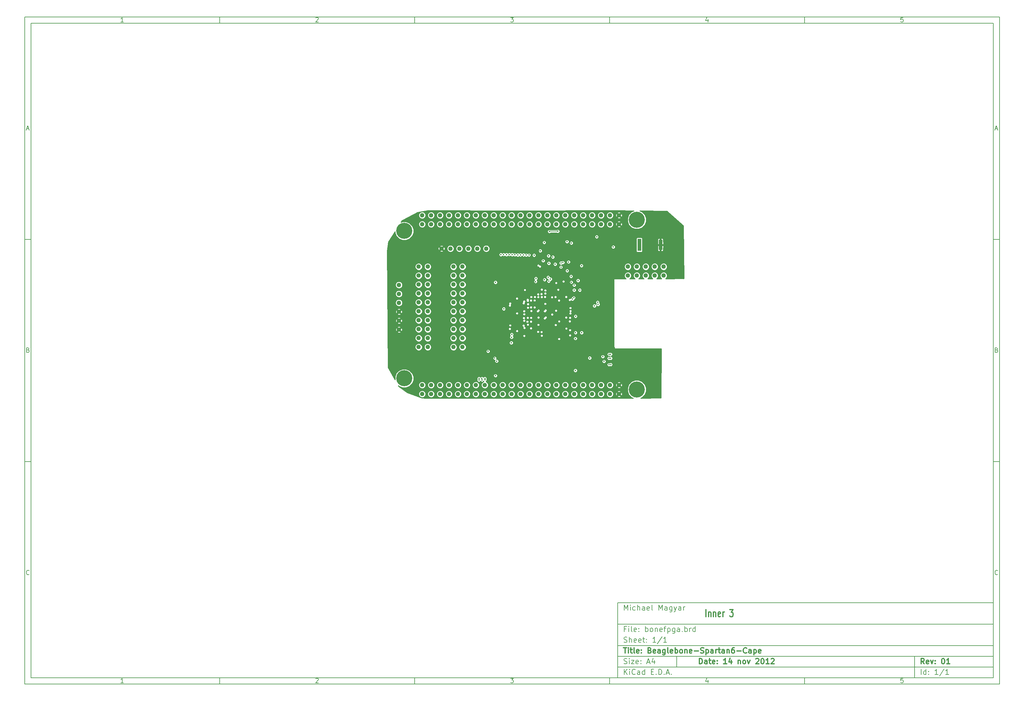
<source format=gbr>
G04 (created by PCBNEW-RS274X (2012-jan-04)-stable) date Tue Nov 13 20:46:58 2012*
G01*
G70*
G90*
%MOIN*%
G04 Gerber Fmt 3.4, Leading zero omitted, Abs format*
%FSLAX34Y34*%
G04 APERTURE LIST*
%ADD10C,0.006000*%
%ADD11C,0.012000*%
%ADD12C,0.051200*%
%ADD13R,0.039400X0.137800*%
%ADD14R,0.039400X0.118100*%
%ADD15C,0.180000*%
%ADD16C,0.015000*%
%ADD17C,0.002800*%
%ADD18C,0.005100*%
%ADD19C,0.010000*%
G04 APERTURE END LIST*
G54D10*
X04000Y-04000D02*
X113000Y-04000D01*
X113000Y-78670D01*
X04000Y-78670D01*
X04000Y-04000D01*
X04700Y-04700D02*
X112300Y-04700D01*
X112300Y-77970D01*
X04700Y-77970D01*
X04700Y-04700D01*
X25800Y-04000D02*
X25800Y-04700D01*
X15043Y-04552D02*
X14757Y-04552D01*
X14900Y-04552D02*
X14900Y-04052D01*
X14852Y-04124D01*
X14805Y-04171D01*
X14757Y-04195D01*
X25800Y-78670D02*
X25800Y-77970D01*
X15043Y-78522D02*
X14757Y-78522D01*
X14900Y-78522D02*
X14900Y-78022D01*
X14852Y-78094D01*
X14805Y-78141D01*
X14757Y-78165D01*
X47600Y-04000D02*
X47600Y-04700D01*
X36557Y-04100D02*
X36581Y-04076D01*
X36629Y-04052D01*
X36748Y-04052D01*
X36795Y-04076D01*
X36819Y-04100D01*
X36843Y-04148D01*
X36843Y-04195D01*
X36819Y-04267D01*
X36533Y-04552D01*
X36843Y-04552D01*
X47600Y-78670D02*
X47600Y-77970D01*
X36557Y-78070D02*
X36581Y-78046D01*
X36629Y-78022D01*
X36748Y-78022D01*
X36795Y-78046D01*
X36819Y-78070D01*
X36843Y-78118D01*
X36843Y-78165D01*
X36819Y-78237D01*
X36533Y-78522D01*
X36843Y-78522D01*
X69400Y-04000D02*
X69400Y-04700D01*
X58333Y-04052D02*
X58643Y-04052D01*
X58476Y-04243D01*
X58548Y-04243D01*
X58595Y-04267D01*
X58619Y-04290D01*
X58643Y-04338D01*
X58643Y-04457D01*
X58619Y-04505D01*
X58595Y-04529D01*
X58548Y-04552D01*
X58405Y-04552D01*
X58357Y-04529D01*
X58333Y-04505D01*
X69400Y-78670D02*
X69400Y-77970D01*
X58333Y-78022D02*
X58643Y-78022D01*
X58476Y-78213D01*
X58548Y-78213D01*
X58595Y-78237D01*
X58619Y-78260D01*
X58643Y-78308D01*
X58643Y-78427D01*
X58619Y-78475D01*
X58595Y-78499D01*
X58548Y-78522D01*
X58405Y-78522D01*
X58357Y-78499D01*
X58333Y-78475D01*
X91200Y-04000D02*
X91200Y-04700D01*
X80395Y-04219D02*
X80395Y-04552D01*
X80276Y-04029D02*
X80157Y-04386D01*
X80467Y-04386D01*
X91200Y-78670D02*
X91200Y-77970D01*
X80395Y-78189D02*
X80395Y-78522D01*
X80276Y-77999D02*
X80157Y-78356D01*
X80467Y-78356D01*
X102219Y-04052D02*
X101981Y-04052D01*
X101957Y-04290D01*
X101981Y-04267D01*
X102029Y-04243D01*
X102148Y-04243D01*
X102195Y-04267D01*
X102219Y-04290D01*
X102243Y-04338D01*
X102243Y-04457D01*
X102219Y-04505D01*
X102195Y-04529D01*
X102148Y-04552D01*
X102029Y-04552D01*
X101981Y-04529D01*
X101957Y-04505D01*
X102219Y-78022D02*
X101981Y-78022D01*
X101957Y-78260D01*
X101981Y-78237D01*
X102029Y-78213D01*
X102148Y-78213D01*
X102195Y-78237D01*
X102219Y-78260D01*
X102243Y-78308D01*
X102243Y-78427D01*
X102219Y-78475D01*
X102195Y-78499D01*
X102148Y-78522D01*
X102029Y-78522D01*
X101981Y-78499D01*
X101957Y-78475D01*
X04000Y-28890D02*
X04700Y-28890D01*
X04231Y-16510D02*
X04469Y-16510D01*
X04184Y-16652D02*
X04350Y-16152D01*
X04517Y-16652D01*
X113000Y-28890D02*
X112300Y-28890D01*
X112531Y-16510D02*
X112769Y-16510D01*
X112484Y-16652D02*
X112650Y-16152D01*
X112817Y-16652D01*
X04000Y-53780D02*
X04700Y-53780D01*
X04386Y-41280D02*
X04457Y-41304D01*
X04481Y-41328D01*
X04505Y-41376D01*
X04505Y-41447D01*
X04481Y-41495D01*
X04457Y-41519D01*
X04410Y-41542D01*
X04219Y-41542D01*
X04219Y-41042D01*
X04386Y-41042D01*
X04433Y-41066D01*
X04457Y-41090D01*
X04481Y-41138D01*
X04481Y-41185D01*
X04457Y-41233D01*
X04433Y-41257D01*
X04386Y-41280D01*
X04219Y-41280D01*
X113000Y-53780D02*
X112300Y-53780D01*
X112686Y-41280D02*
X112757Y-41304D01*
X112781Y-41328D01*
X112805Y-41376D01*
X112805Y-41447D01*
X112781Y-41495D01*
X112757Y-41519D01*
X112710Y-41542D01*
X112519Y-41542D01*
X112519Y-41042D01*
X112686Y-41042D01*
X112733Y-41066D01*
X112757Y-41090D01*
X112781Y-41138D01*
X112781Y-41185D01*
X112757Y-41233D01*
X112733Y-41257D01*
X112686Y-41280D01*
X112519Y-41280D01*
X04505Y-66385D02*
X04481Y-66409D01*
X04410Y-66432D01*
X04362Y-66432D01*
X04290Y-66409D01*
X04243Y-66361D01*
X04219Y-66313D01*
X04195Y-66218D01*
X04195Y-66147D01*
X04219Y-66051D01*
X04243Y-66004D01*
X04290Y-65956D01*
X04362Y-65932D01*
X04410Y-65932D01*
X04481Y-65956D01*
X04505Y-65980D01*
X112805Y-66385D02*
X112781Y-66409D01*
X112710Y-66432D01*
X112662Y-66432D01*
X112590Y-66409D01*
X112543Y-66361D01*
X112519Y-66313D01*
X112495Y-66218D01*
X112495Y-66147D01*
X112519Y-66051D01*
X112543Y-66004D01*
X112590Y-65956D01*
X112662Y-65932D01*
X112710Y-65932D01*
X112781Y-65956D01*
X112805Y-65980D01*
G54D11*
X79443Y-76413D02*
X79443Y-75813D01*
X79586Y-75813D01*
X79671Y-75841D01*
X79729Y-75899D01*
X79757Y-75956D01*
X79786Y-76070D01*
X79786Y-76156D01*
X79757Y-76270D01*
X79729Y-76327D01*
X79671Y-76384D01*
X79586Y-76413D01*
X79443Y-76413D01*
X80300Y-76413D02*
X80300Y-76099D01*
X80271Y-76041D01*
X80214Y-76013D01*
X80100Y-76013D01*
X80043Y-76041D01*
X80300Y-76384D02*
X80243Y-76413D01*
X80100Y-76413D01*
X80043Y-76384D01*
X80014Y-76327D01*
X80014Y-76270D01*
X80043Y-76213D01*
X80100Y-76184D01*
X80243Y-76184D01*
X80300Y-76156D01*
X80500Y-76013D02*
X80729Y-76013D01*
X80586Y-75813D02*
X80586Y-76327D01*
X80614Y-76384D01*
X80672Y-76413D01*
X80729Y-76413D01*
X81157Y-76384D02*
X81100Y-76413D01*
X80986Y-76413D01*
X80929Y-76384D01*
X80900Y-76327D01*
X80900Y-76099D01*
X80929Y-76041D01*
X80986Y-76013D01*
X81100Y-76013D01*
X81157Y-76041D01*
X81186Y-76099D01*
X81186Y-76156D01*
X80900Y-76213D01*
X81443Y-76356D02*
X81471Y-76384D01*
X81443Y-76413D01*
X81414Y-76384D01*
X81443Y-76356D01*
X81443Y-76413D01*
X81443Y-76041D02*
X81471Y-76070D01*
X81443Y-76099D01*
X81414Y-76070D01*
X81443Y-76041D01*
X81443Y-76099D01*
X82500Y-76413D02*
X82157Y-76413D01*
X82329Y-76413D02*
X82329Y-75813D01*
X82272Y-75899D01*
X82214Y-75956D01*
X82157Y-75984D01*
X83014Y-76013D02*
X83014Y-76413D01*
X82871Y-75784D02*
X82728Y-76213D01*
X83100Y-76213D01*
X83785Y-76013D02*
X83785Y-76413D01*
X83785Y-76070D02*
X83813Y-76041D01*
X83871Y-76013D01*
X83956Y-76013D01*
X84013Y-76041D01*
X84042Y-76099D01*
X84042Y-76413D01*
X84414Y-76413D02*
X84356Y-76384D01*
X84328Y-76356D01*
X84299Y-76299D01*
X84299Y-76127D01*
X84328Y-76070D01*
X84356Y-76041D01*
X84414Y-76013D01*
X84499Y-76013D01*
X84556Y-76041D01*
X84585Y-76070D01*
X84614Y-76127D01*
X84614Y-76299D01*
X84585Y-76356D01*
X84556Y-76384D01*
X84499Y-76413D01*
X84414Y-76413D01*
X84814Y-76013D02*
X84957Y-76413D01*
X85099Y-76013D01*
X85756Y-75870D02*
X85785Y-75841D01*
X85842Y-75813D01*
X85985Y-75813D01*
X86042Y-75841D01*
X86071Y-75870D01*
X86099Y-75927D01*
X86099Y-75984D01*
X86071Y-76070D01*
X85728Y-76413D01*
X86099Y-76413D01*
X86470Y-75813D02*
X86527Y-75813D01*
X86584Y-75841D01*
X86613Y-75870D01*
X86642Y-75927D01*
X86670Y-76041D01*
X86670Y-76184D01*
X86642Y-76299D01*
X86613Y-76356D01*
X86584Y-76384D01*
X86527Y-76413D01*
X86470Y-76413D01*
X86413Y-76384D01*
X86384Y-76356D01*
X86356Y-76299D01*
X86327Y-76184D01*
X86327Y-76041D01*
X86356Y-75927D01*
X86384Y-75870D01*
X86413Y-75841D01*
X86470Y-75813D01*
X87241Y-76413D02*
X86898Y-76413D01*
X87070Y-76413D02*
X87070Y-75813D01*
X87013Y-75899D01*
X86955Y-75956D01*
X86898Y-75984D01*
X87469Y-75870D02*
X87498Y-75841D01*
X87555Y-75813D01*
X87698Y-75813D01*
X87755Y-75841D01*
X87784Y-75870D01*
X87812Y-75927D01*
X87812Y-75984D01*
X87784Y-76070D01*
X87441Y-76413D01*
X87812Y-76413D01*
G54D10*
X71043Y-77613D02*
X71043Y-77013D01*
X71386Y-77613D02*
X71129Y-77270D01*
X71386Y-77013D02*
X71043Y-77356D01*
X71643Y-77613D02*
X71643Y-77213D01*
X71643Y-77013D02*
X71614Y-77041D01*
X71643Y-77070D01*
X71671Y-77041D01*
X71643Y-77013D01*
X71643Y-77070D01*
X72272Y-77556D02*
X72243Y-77584D01*
X72157Y-77613D01*
X72100Y-77613D01*
X72015Y-77584D01*
X71957Y-77527D01*
X71929Y-77470D01*
X71900Y-77356D01*
X71900Y-77270D01*
X71929Y-77156D01*
X71957Y-77099D01*
X72015Y-77041D01*
X72100Y-77013D01*
X72157Y-77013D01*
X72243Y-77041D01*
X72272Y-77070D01*
X72786Y-77613D02*
X72786Y-77299D01*
X72757Y-77241D01*
X72700Y-77213D01*
X72586Y-77213D01*
X72529Y-77241D01*
X72786Y-77584D02*
X72729Y-77613D01*
X72586Y-77613D01*
X72529Y-77584D01*
X72500Y-77527D01*
X72500Y-77470D01*
X72529Y-77413D01*
X72586Y-77384D01*
X72729Y-77384D01*
X72786Y-77356D01*
X73329Y-77613D02*
X73329Y-77013D01*
X73329Y-77584D02*
X73272Y-77613D01*
X73158Y-77613D01*
X73100Y-77584D01*
X73072Y-77556D01*
X73043Y-77499D01*
X73043Y-77327D01*
X73072Y-77270D01*
X73100Y-77241D01*
X73158Y-77213D01*
X73272Y-77213D01*
X73329Y-77241D01*
X74072Y-77299D02*
X74272Y-77299D01*
X74358Y-77613D02*
X74072Y-77613D01*
X74072Y-77013D01*
X74358Y-77013D01*
X74615Y-77556D02*
X74643Y-77584D01*
X74615Y-77613D01*
X74586Y-77584D01*
X74615Y-77556D01*
X74615Y-77613D01*
X74901Y-77613D02*
X74901Y-77013D01*
X75044Y-77013D01*
X75129Y-77041D01*
X75187Y-77099D01*
X75215Y-77156D01*
X75244Y-77270D01*
X75244Y-77356D01*
X75215Y-77470D01*
X75187Y-77527D01*
X75129Y-77584D01*
X75044Y-77613D01*
X74901Y-77613D01*
X75501Y-77556D02*
X75529Y-77584D01*
X75501Y-77613D01*
X75472Y-77584D01*
X75501Y-77556D01*
X75501Y-77613D01*
X75758Y-77441D02*
X76044Y-77441D01*
X75701Y-77613D02*
X75901Y-77013D01*
X76101Y-77613D01*
X76301Y-77556D02*
X76329Y-77584D01*
X76301Y-77613D01*
X76272Y-77584D01*
X76301Y-77556D01*
X76301Y-77613D01*
G54D11*
X104586Y-76413D02*
X104386Y-76127D01*
X104243Y-76413D02*
X104243Y-75813D01*
X104471Y-75813D01*
X104529Y-75841D01*
X104557Y-75870D01*
X104586Y-75927D01*
X104586Y-76013D01*
X104557Y-76070D01*
X104529Y-76099D01*
X104471Y-76127D01*
X104243Y-76127D01*
X105071Y-76384D02*
X105014Y-76413D01*
X104900Y-76413D01*
X104843Y-76384D01*
X104814Y-76327D01*
X104814Y-76099D01*
X104843Y-76041D01*
X104900Y-76013D01*
X105014Y-76013D01*
X105071Y-76041D01*
X105100Y-76099D01*
X105100Y-76156D01*
X104814Y-76213D01*
X105300Y-76013D02*
X105443Y-76413D01*
X105585Y-76013D01*
X105814Y-76356D02*
X105842Y-76384D01*
X105814Y-76413D01*
X105785Y-76384D01*
X105814Y-76356D01*
X105814Y-76413D01*
X105814Y-76041D02*
X105842Y-76070D01*
X105814Y-76099D01*
X105785Y-76070D01*
X105814Y-76041D01*
X105814Y-76099D01*
X106671Y-75813D02*
X106728Y-75813D01*
X106785Y-75841D01*
X106814Y-75870D01*
X106843Y-75927D01*
X106871Y-76041D01*
X106871Y-76184D01*
X106843Y-76299D01*
X106814Y-76356D01*
X106785Y-76384D01*
X106728Y-76413D01*
X106671Y-76413D01*
X106614Y-76384D01*
X106585Y-76356D01*
X106557Y-76299D01*
X106528Y-76184D01*
X106528Y-76041D01*
X106557Y-75927D01*
X106585Y-75870D01*
X106614Y-75841D01*
X106671Y-75813D01*
X107442Y-76413D02*
X107099Y-76413D01*
X107271Y-76413D02*
X107271Y-75813D01*
X107214Y-75899D01*
X107156Y-75956D01*
X107099Y-75984D01*
G54D10*
X71014Y-76384D02*
X71100Y-76413D01*
X71243Y-76413D01*
X71300Y-76384D01*
X71329Y-76356D01*
X71357Y-76299D01*
X71357Y-76241D01*
X71329Y-76184D01*
X71300Y-76156D01*
X71243Y-76127D01*
X71129Y-76099D01*
X71071Y-76070D01*
X71043Y-76041D01*
X71014Y-75984D01*
X71014Y-75927D01*
X71043Y-75870D01*
X71071Y-75841D01*
X71129Y-75813D01*
X71271Y-75813D01*
X71357Y-75841D01*
X71614Y-76413D02*
X71614Y-76013D01*
X71614Y-75813D02*
X71585Y-75841D01*
X71614Y-75870D01*
X71642Y-75841D01*
X71614Y-75813D01*
X71614Y-75870D01*
X71843Y-76013D02*
X72157Y-76013D01*
X71843Y-76413D01*
X72157Y-76413D01*
X72614Y-76384D02*
X72557Y-76413D01*
X72443Y-76413D01*
X72386Y-76384D01*
X72357Y-76327D01*
X72357Y-76099D01*
X72386Y-76041D01*
X72443Y-76013D01*
X72557Y-76013D01*
X72614Y-76041D01*
X72643Y-76099D01*
X72643Y-76156D01*
X72357Y-76213D01*
X72900Y-76356D02*
X72928Y-76384D01*
X72900Y-76413D01*
X72871Y-76384D01*
X72900Y-76356D01*
X72900Y-76413D01*
X72900Y-76041D02*
X72928Y-76070D01*
X72900Y-76099D01*
X72871Y-76070D01*
X72900Y-76041D01*
X72900Y-76099D01*
X73614Y-76241D02*
X73900Y-76241D01*
X73557Y-76413D02*
X73757Y-75813D01*
X73957Y-76413D01*
X74414Y-76013D02*
X74414Y-76413D01*
X74271Y-75784D02*
X74128Y-76213D01*
X74500Y-76213D01*
X104243Y-77613D02*
X104243Y-77013D01*
X104786Y-77613D02*
X104786Y-77013D01*
X104786Y-77584D02*
X104729Y-77613D01*
X104615Y-77613D01*
X104557Y-77584D01*
X104529Y-77556D01*
X104500Y-77499D01*
X104500Y-77327D01*
X104529Y-77270D01*
X104557Y-77241D01*
X104615Y-77213D01*
X104729Y-77213D01*
X104786Y-77241D01*
X105072Y-77556D02*
X105100Y-77584D01*
X105072Y-77613D01*
X105043Y-77584D01*
X105072Y-77556D01*
X105072Y-77613D01*
X105072Y-77241D02*
X105100Y-77270D01*
X105072Y-77299D01*
X105043Y-77270D01*
X105072Y-77241D01*
X105072Y-77299D01*
X106129Y-77613D02*
X105786Y-77613D01*
X105958Y-77613D02*
X105958Y-77013D01*
X105901Y-77099D01*
X105843Y-77156D01*
X105786Y-77184D01*
X106814Y-76984D02*
X106300Y-77756D01*
X107329Y-77613D02*
X106986Y-77613D01*
X107158Y-77613D02*
X107158Y-77013D01*
X107101Y-77099D01*
X107043Y-77156D01*
X106986Y-77184D01*
G54D11*
X70957Y-74613D02*
X71300Y-74613D01*
X71129Y-75213D02*
X71129Y-74613D01*
X71500Y-75213D02*
X71500Y-74813D01*
X71500Y-74613D02*
X71471Y-74641D01*
X71500Y-74670D01*
X71528Y-74641D01*
X71500Y-74613D01*
X71500Y-74670D01*
X71700Y-74813D02*
X71929Y-74813D01*
X71786Y-74613D02*
X71786Y-75127D01*
X71814Y-75184D01*
X71872Y-75213D01*
X71929Y-75213D01*
X72215Y-75213D02*
X72157Y-75184D01*
X72129Y-75127D01*
X72129Y-74613D01*
X72671Y-75184D02*
X72614Y-75213D01*
X72500Y-75213D01*
X72443Y-75184D01*
X72414Y-75127D01*
X72414Y-74899D01*
X72443Y-74841D01*
X72500Y-74813D01*
X72614Y-74813D01*
X72671Y-74841D01*
X72700Y-74899D01*
X72700Y-74956D01*
X72414Y-75013D01*
X72957Y-75156D02*
X72985Y-75184D01*
X72957Y-75213D01*
X72928Y-75184D01*
X72957Y-75156D01*
X72957Y-75213D01*
X72957Y-74841D02*
X72985Y-74870D01*
X72957Y-74899D01*
X72928Y-74870D01*
X72957Y-74841D01*
X72957Y-74899D01*
X73900Y-74899D02*
X73986Y-74927D01*
X74014Y-74956D01*
X74043Y-75013D01*
X74043Y-75099D01*
X74014Y-75156D01*
X73986Y-75184D01*
X73928Y-75213D01*
X73700Y-75213D01*
X73700Y-74613D01*
X73900Y-74613D01*
X73957Y-74641D01*
X73986Y-74670D01*
X74014Y-74727D01*
X74014Y-74784D01*
X73986Y-74841D01*
X73957Y-74870D01*
X73900Y-74899D01*
X73700Y-74899D01*
X74528Y-75184D02*
X74471Y-75213D01*
X74357Y-75213D01*
X74300Y-75184D01*
X74271Y-75127D01*
X74271Y-74899D01*
X74300Y-74841D01*
X74357Y-74813D01*
X74471Y-74813D01*
X74528Y-74841D01*
X74557Y-74899D01*
X74557Y-74956D01*
X74271Y-75013D01*
X75071Y-75213D02*
X75071Y-74899D01*
X75042Y-74841D01*
X74985Y-74813D01*
X74871Y-74813D01*
X74814Y-74841D01*
X75071Y-75184D02*
X75014Y-75213D01*
X74871Y-75213D01*
X74814Y-75184D01*
X74785Y-75127D01*
X74785Y-75070D01*
X74814Y-75013D01*
X74871Y-74984D01*
X75014Y-74984D01*
X75071Y-74956D01*
X75614Y-74813D02*
X75614Y-75299D01*
X75585Y-75356D01*
X75557Y-75384D01*
X75500Y-75413D01*
X75414Y-75413D01*
X75357Y-75384D01*
X75614Y-75184D02*
X75557Y-75213D01*
X75443Y-75213D01*
X75385Y-75184D01*
X75357Y-75156D01*
X75328Y-75099D01*
X75328Y-74927D01*
X75357Y-74870D01*
X75385Y-74841D01*
X75443Y-74813D01*
X75557Y-74813D01*
X75614Y-74841D01*
X75986Y-75213D02*
X75928Y-75184D01*
X75900Y-75127D01*
X75900Y-74613D01*
X76442Y-75184D02*
X76385Y-75213D01*
X76271Y-75213D01*
X76214Y-75184D01*
X76185Y-75127D01*
X76185Y-74899D01*
X76214Y-74841D01*
X76271Y-74813D01*
X76385Y-74813D01*
X76442Y-74841D01*
X76471Y-74899D01*
X76471Y-74956D01*
X76185Y-75013D01*
X76728Y-75213D02*
X76728Y-74613D01*
X76728Y-74841D02*
X76785Y-74813D01*
X76899Y-74813D01*
X76956Y-74841D01*
X76985Y-74870D01*
X77014Y-74927D01*
X77014Y-75099D01*
X76985Y-75156D01*
X76956Y-75184D01*
X76899Y-75213D01*
X76785Y-75213D01*
X76728Y-75184D01*
X77357Y-75213D02*
X77299Y-75184D01*
X77271Y-75156D01*
X77242Y-75099D01*
X77242Y-74927D01*
X77271Y-74870D01*
X77299Y-74841D01*
X77357Y-74813D01*
X77442Y-74813D01*
X77499Y-74841D01*
X77528Y-74870D01*
X77557Y-74927D01*
X77557Y-75099D01*
X77528Y-75156D01*
X77499Y-75184D01*
X77442Y-75213D01*
X77357Y-75213D01*
X77814Y-74813D02*
X77814Y-75213D01*
X77814Y-74870D02*
X77842Y-74841D01*
X77900Y-74813D01*
X77985Y-74813D01*
X78042Y-74841D01*
X78071Y-74899D01*
X78071Y-75213D01*
X78585Y-75184D02*
X78528Y-75213D01*
X78414Y-75213D01*
X78357Y-75184D01*
X78328Y-75127D01*
X78328Y-74899D01*
X78357Y-74841D01*
X78414Y-74813D01*
X78528Y-74813D01*
X78585Y-74841D01*
X78614Y-74899D01*
X78614Y-74956D01*
X78328Y-75013D01*
X78871Y-74984D02*
X79328Y-74984D01*
X79585Y-75184D02*
X79671Y-75213D01*
X79814Y-75213D01*
X79871Y-75184D01*
X79900Y-75156D01*
X79928Y-75099D01*
X79928Y-75041D01*
X79900Y-74984D01*
X79871Y-74956D01*
X79814Y-74927D01*
X79700Y-74899D01*
X79642Y-74870D01*
X79614Y-74841D01*
X79585Y-74784D01*
X79585Y-74727D01*
X79614Y-74670D01*
X79642Y-74641D01*
X79700Y-74613D01*
X79842Y-74613D01*
X79928Y-74641D01*
X80185Y-74813D02*
X80185Y-75413D01*
X80185Y-74841D02*
X80242Y-74813D01*
X80356Y-74813D01*
X80413Y-74841D01*
X80442Y-74870D01*
X80471Y-74927D01*
X80471Y-75099D01*
X80442Y-75156D01*
X80413Y-75184D01*
X80356Y-75213D01*
X80242Y-75213D01*
X80185Y-75184D01*
X80985Y-75213D02*
X80985Y-74899D01*
X80956Y-74841D01*
X80899Y-74813D01*
X80785Y-74813D01*
X80728Y-74841D01*
X80985Y-75184D02*
X80928Y-75213D01*
X80785Y-75213D01*
X80728Y-75184D01*
X80699Y-75127D01*
X80699Y-75070D01*
X80728Y-75013D01*
X80785Y-74984D01*
X80928Y-74984D01*
X80985Y-74956D01*
X81271Y-75213D02*
X81271Y-74813D01*
X81271Y-74927D02*
X81299Y-74870D01*
X81328Y-74841D01*
X81385Y-74813D01*
X81442Y-74813D01*
X81556Y-74813D02*
X81785Y-74813D01*
X81642Y-74613D02*
X81642Y-75127D01*
X81670Y-75184D01*
X81728Y-75213D01*
X81785Y-75213D01*
X82242Y-75213D02*
X82242Y-74899D01*
X82213Y-74841D01*
X82156Y-74813D01*
X82042Y-74813D01*
X81985Y-74841D01*
X82242Y-75184D02*
X82185Y-75213D01*
X82042Y-75213D01*
X81985Y-75184D01*
X81956Y-75127D01*
X81956Y-75070D01*
X81985Y-75013D01*
X82042Y-74984D01*
X82185Y-74984D01*
X82242Y-74956D01*
X82528Y-74813D02*
X82528Y-75213D01*
X82528Y-74870D02*
X82556Y-74841D01*
X82614Y-74813D01*
X82699Y-74813D01*
X82756Y-74841D01*
X82785Y-74899D01*
X82785Y-75213D01*
X83328Y-74613D02*
X83214Y-74613D01*
X83157Y-74641D01*
X83128Y-74670D01*
X83071Y-74756D01*
X83042Y-74870D01*
X83042Y-75099D01*
X83071Y-75156D01*
X83099Y-75184D01*
X83157Y-75213D01*
X83271Y-75213D01*
X83328Y-75184D01*
X83357Y-75156D01*
X83385Y-75099D01*
X83385Y-74956D01*
X83357Y-74899D01*
X83328Y-74870D01*
X83271Y-74841D01*
X83157Y-74841D01*
X83099Y-74870D01*
X83071Y-74899D01*
X83042Y-74956D01*
X83642Y-74984D02*
X84099Y-74984D01*
X84728Y-75156D02*
X84699Y-75184D01*
X84613Y-75213D01*
X84556Y-75213D01*
X84471Y-75184D01*
X84413Y-75127D01*
X84385Y-75070D01*
X84356Y-74956D01*
X84356Y-74870D01*
X84385Y-74756D01*
X84413Y-74699D01*
X84471Y-74641D01*
X84556Y-74613D01*
X84613Y-74613D01*
X84699Y-74641D01*
X84728Y-74670D01*
X85242Y-75213D02*
X85242Y-74899D01*
X85213Y-74841D01*
X85156Y-74813D01*
X85042Y-74813D01*
X84985Y-74841D01*
X85242Y-75184D02*
X85185Y-75213D01*
X85042Y-75213D01*
X84985Y-75184D01*
X84956Y-75127D01*
X84956Y-75070D01*
X84985Y-75013D01*
X85042Y-74984D01*
X85185Y-74984D01*
X85242Y-74956D01*
X85528Y-74813D02*
X85528Y-75413D01*
X85528Y-74841D02*
X85585Y-74813D01*
X85699Y-74813D01*
X85756Y-74841D01*
X85785Y-74870D01*
X85814Y-74927D01*
X85814Y-75099D01*
X85785Y-75156D01*
X85756Y-75184D01*
X85699Y-75213D01*
X85585Y-75213D01*
X85528Y-75184D01*
X86299Y-75184D02*
X86242Y-75213D01*
X86128Y-75213D01*
X86071Y-75184D01*
X86042Y-75127D01*
X86042Y-74899D01*
X86071Y-74841D01*
X86128Y-74813D01*
X86242Y-74813D01*
X86299Y-74841D01*
X86328Y-74899D01*
X86328Y-74956D01*
X86042Y-75013D01*
G54D10*
X71243Y-72499D02*
X71043Y-72499D01*
X71043Y-72813D02*
X71043Y-72213D01*
X71329Y-72213D01*
X71557Y-72813D02*
X71557Y-72413D01*
X71557Y-72213D02*
X71528Y-72241D01*
X71557Y-72270D01*
X71585Y-72241D01*
X71557Y-72213D01*
X71557Y-72270D01*
X71929Y-72813D02*
X71871Y-72784D01*
X71843Y-72727D01*
X71843Y-72213D01*
X72385Y-72784D02*
X72328Y-72813D01*
X72214Y-72813D01*
X72157Y-72784D01*
X72128Y-72727D01*
X72128Y-72499D01*
X72157Y-72441D01*
X72214Y-72413D01*
X72328Y-72413D01*
X72385Y-72441D01*
X72414Y-72499D01*
X72414Y-72556D01*
X72128Y-72613D01*
X72671Y-72756D02*
X72699Y-72784D01*
X72671Y-72813D01*
X72642Y-72784D01*
X72671Y-72756D01*
X72671Y-72813D01*
X72671Y-72441D02*
X72699Y-72470D01*
X72671Y-72499D01*
X72642Y-72470D01*
X72671Y-72441D01*
X72671Y-72499D01*
X73414Y-72813D02*
X73414Y-72213D01*
X73414Y-72441D02*
X73471Y-72413D01*
X73585Y-72413D01*
X73642Y-72441D01*
X73671Y-72470D01*
X73700Y-72527D01*
X73700Y-72699D01*
X73671Y-72756D01*
X73642Y-72784D01*
X73585Y-72813D01*
X73471Y-72813D01*
X73414Y-72784D01*
X74043Y-72813D02*
X73985Y-72784D01*
X73957Y-72756D01*
X73928Y-72699D01*
X73928Y-72527D01*
X73957Y-72470D01*
X73985Y-72441D01*
X74043Y-72413D01*
X74128Y-72413D01*
X74185Y-72441D01*
X74214Y-72470D01*
X74243Y-72527D01*
X74243Y-72699D01*
X74214Y-72756D01*
X74185Y-72784D01*
X74128Y-72813D01*
X74043Y-72813D01*
X74500Y-72413D02*
X74500Y-72813D01*
X74500Y-72470D02*
X74528Y-72441D01*
X74586Y-72413D01*
X74671Y-72413D01*
X74728Y-72441D01*
X74757Y-72499D01*
X74757Y-72813D01*
X75271Y-72784D02*
X75214Y-72813D01*
X75100Y-72813D01*
X75043Y-72784D01*
X75014Y-72727D01*
X75014Y-72499D01*
X75043Y-72441D01*
X75100Y-72413D01*
X75214Y-72413D01*
X75271Y-72441D01*
X75300Y-72499D01*
X75300Y-72556D01*
X75014Y-72613D01*
X75471Y-72413D02*
X75700Y-72413D01*
X75557Y-72813D02*
X75557Y-72299D01*
X75585Y-72241D01*
X75643Y-72213D01*
X75700Y-72213D01*
X75900Y-72413D02*
X75900Y-73013D01*
X75900Y-72441D02*
X75957Y-72413D01*
X76071Y-72413D01*
X76128Y-72441D01*
X76157Y-72470D01*
X76186Y-72527D01*
X76186Y-72699D01*
X76157Y-72756D01*
X76128Y-72784D01*
X76071Y-72813D01*
X75957Y-72813D01*
X75900Y-72784D01*
X76700Y-72413D02*
X76700Y-72899D01*
X76671Y-72956D01*
X76643Y-72984D01*
X76586Y-73013D01*
X76500Y-73013D01*
X76443Y-72984D01*
X76700Y-72784D02*
X76643Y-72813D01*
X76529Y-72813D01*
X76471Y-72784D01*
X76443Y-72756D01*
X76414Y-72699D01*
X76414Y-72527D01*
X76443Y-72470D01*
X76471Y-72441D01*
X76529Y-72413D01*
X76643Y-72413D01*
X76700Y-72441D01*
X77243Y-72813D02*
X77243Y-72499D01*
X77214Y-72441D01*
X77157Y-72413D01*
X77043Y-72413D01*
X76986Y-72441D01*
X77243Y-72784D02*
X77186Y-72813D01*
X77043Y-72813D01*
X76986Y-72784D01*
X76957Y-72727D01*
X76957Y-72670D01*
X76986Y-72613D01*
X77043Y-72584D01*
X77186Y-72584D01*
X77243Y-72556D01*
X77529Y-72756D02*
X77557Y-72784D01*
X77529Y-72813D01*
X77500Y-72784D01*
X77529Y-72756D01*
X77529Y-72813D01*
X77815Y-72813D02*
X77815Y-72213D01*
X77815Y-72441D02*
X77872Y-72413D01*
X77986Y-72413D01*
X78043Y-72441D01*
X78072Y-72470D01*
X78101Y-72527D01*
X78101Y-72699D01*
X78072Y-72756D01*
X78043Y-72784D01*
X77986Y-72813D01*
X77872Y-72813D01*
X77815Y-72784D01*
X78358Y-72813D02*
X78358Y-72413D01*
X78358Y-72527D02*
X78386Y-72470D01*
X78415Y-72441D01*
X78472Y-72413D01*
X78529Y-72413D01*
X78986Y-72813D02*
X78986Y-72213D01*
X78986Y-72784D02*
X78929Y-72813D01*
X78815Y-72813D01*
X78757Y-72784D01*
X78729Y-72756D01*
X78700Y-72699D01*
X78700Y-72527D01*
X78729Y-72470D01*
X78757Y-72441D01*
X78815Y-72413D01*
X78929Y-72413D01*
X78986Y-72441D01*
X71014Y-73984D02*
X71100Y-74013D01*
X71243Y-74013D01*
X71300Y-73984D01*
X71329Y-73956D01*
X71357Y-73899D01*
X71357Y-73841D01*
X71329Y-73784D01*
X71300Y-73756D01*
X71243Y-73727D01*
X71129Y-73699D01*
X71071Y-73670D01*
X71043Y-73641D01*
X71014Y-73584D01*
X71014Y-73527D01*
X71043Y-73470D01*
X71071Y-73441D01*
X71129Y-73413D01*
X71271Y-73413D01*
X71357Y-73441D01*
X71614Y-74013D02*
X71614Y-73413D01*
X71871Y-74013D02*
X71871Y-73699D01*
X71842Y-73641D01*
X71785Y-73613D01*
X71700Y-73613D01*
X71642Y-73641D01*
X71614Y-73670D01*
X72385Y-73984D02*
X72328Y-74013D01*
X72214Y-74013D01*
X72157Y-73984D01*
X72128Y-73927D01*
X72128Y-73699D01*
X72157Y-73641D01*
X72214Y-73613D01*
X72328Y-73613D01*
X72385Y-73641D01*
X72414Y-73699D01*
X72414Y-73756D01*
X72128Y-73813D01*
X72899Y-73984D02*
X72842Y-74013D01*
X72728Y-74013D01*
X72671Y-73984D01*
X72642Y-73927D01*
X72642Y-73699D01*
X72671Y-73641D01*
X72728Y-73613D01*
X72842Y-73613D01*
X72899Y-73641D01*
X72928Y-73699D01*
X72928Y-73756D01*
X72642Y-73813D01*
X73099Y-73613D02*
X73328Y-73613D01*
X73185Y-73413D02*
X73185Y-73927D01*
X73213Y-73984D01*
X73271Y-74013D01*
X73328Y-74013D01*
X73528Y-73956D02*
X73556Y-73984D01*
X73528Y-74013D01*
X73499Y-73984D01*
X73528Y-73956D01*
X73528Y-74013D01*
X73528Y-73641D02*
X73556Y-73670D01*
X73528Y-73699D01*
X73499Y-73670D01*
X73528Y-73641D01*
X73528Y-73699D01*
X74585Y-74013D02*
X74242Y-74013D01*
X74414Y-74013D02*
X74414Y-73413D01*
X74357Y-73499D01*
X74299Y-73556D01*
X74242Y-73584D01*
X75270Y-73384D02*
X74756Y-74156D01*
X75785Y-74013D02*
X75442Y-74013D01*
X75614Y-74013D02*
X75614Y-73413D01*
X75557Y-73499D01*
X75499Y-73556D01*
X75442Y-73584D01*
X71043Y-70413D02*
X71043Y-69813D01*
X71243Y-70241D01*
X71443Y-69813D01*
X71443Y-70413D01*
X71729Y-70413D02*
X71729Y-70013D01*
X71729Y-69813D02*
X71700Y-69841D01*
X71729Y-69870D01*
X71757Y-69841D01*
X71729Y-69813D01*
X71729Y-69870D01*
X72272Y-70384D02*
X72215Y-70413D01*
X72101Y-70413D01*
X72043Y-70384D01*
X72015Y-70356D01*
X71986Y-70299D01*
X71986Y-70127D01*
X72015Y-70070D01*
X72043Y-70041D01*
X72101Y-70013D01*
X72215Y-70013D01*
X72272Y-70041D01*
X72529Y-70413D02*
X72529Y-69813D01*
X72786Y-70413D02*
X72786Y-70099D01*
X72757Y-70041D01*
X72700Y-70013D01*
X72615Y-70013D01*
X72557Y-70041D01*
X72529Y-70070D01*
X73329Y-70413D02*
X73329Y-70099D01*
X73300Y-70041D01*
X73243Y-70013D01*
X73129Y-70013D01*
X73072Y-70041D01*
X73329Y-70384D02*
X73272Y-70413D01*
X73129Y-70413D01*
X73072Y-70384D01*
X73043Y-70327D01*
X73043Y-70270D01*
X73072Y-70213D01*
X73129Y-70184D01*
X73272Y-70184D01*
X73329Y-70156D01*
X73843Y-70384D02*
X73786Y-70413D01*
X73672Y-70413D01*
X73615Y-70384D01*
X73586Y-70327D01*
X73586Y-70099D01*
X73615Y-70041D01*
X73672Y-70013D01*
X73786Y-70013D01*
X73843Y-70041D01*
X73872Y-70099D01*
X73872Y-70156D01*
X73586Y-70213D01*
X74215Y-70413D02*
X74157Y-70384D01*
X74129Y-70327D01*
X74129Y-69813D01*
X74900Y-70413D02*
X74900Y-69813D01*
X75100Y-70241D01*
X75300Y-69813D01*
X75300Y-70413D01*
X75843Y-70413D02*
X75843Y-70099D01*
X75814Y-70041D01*
X75757Y-70013D01*
X75643Y-70013D01*
X75586Y-70041D01*
X75843Y-70384D02*
X75786Y-70413D01*
X75643Y-70413D01*
X75586Y-70384D01*
X75557Y-70327D01*
X75557Y-70270D01*
X75586Y-70213D01*
X75643Y-70184D01*
X75786Y-70184D01*
X75843Y-70156D01*
X76386Y-70013D02*
X76386Y-70499D01*
X76357Y-70556D01*
X76329Y-70584D01*
X76272Y-70613D01*
X76186Y-70613D01*
X76129Y-70584D01*
X76386Y-70384D02*
X76329Y-70413D01*
X76215Y-70413D01*
X76157Y-70384D01*
X76129Y-70356D01*
X76100Y-70299D01*
X76100Y-70127D01*
X76129Y-70070D01*
X76157Y-70041D01*
X76215Y-70013D01*
X76329Y-70013D01*
X76386Y-70041D01*
X76615Y-70013D02*
X76758Y-70413D01*
X76900Y-70013D02*
X76758Y-70413D01*
X76700Y-70556D01*
X76672Y-70584D01*
X76615Y-70613D01*
X77386Y-70413D02*
X77386Y-70099D01*
X77357Y-70041D01*
X77300Y-70013D01*
X77186Y-70013D01*
X77129Y-70041D01*
X77386Y-70384D02*
X77329Y-70413D01*
X77186Y-70413D01*
X77129Y-70384D01*
X77100Y-70327D01*
X77100Y-70270D01*
X77129Y-70213D01*
X77186Y-70184D01*
X77329Y-70184D01*
X77386Y-70156D01*
X77672Y-70413D02*
X77672Y-70013D01*
X77672Y-70127D02*
X77700Y-70070D01*
X77729Y-70041D01*
X77786Y-70013D01*
X77843Y-70013D01*
X70300Y-69570D02*
X70300Y-77970D01*
X70300Y-71970D02*
X112300Y-71970D01*
X70300Y-69570D02*
X112300Y-69570D01*
X70300Y-74370D02*
X112300Y-74370D01*
X103500Y-75570D02*
X103500Y-77970D01*
X70300Y-76770D02*
X112300Y-76770D01*
X70300Y-75570D02*
X112300Y-75570D01*
X76900Y-75570D02*
X76900Y-76770D01*
G54D11*
X80190Y-71127D02*
X80190Y-70327D01*
X80476Y-70593D02*
X80476Y-71127D01*
X80476Y-70670D02*
X80504Y-70632D01*
X80562Y-70593D01*
X80647Y-70593D01*
X80704Y-70632D01*
X80733Y-70708D01*
X80733Y-71127D01*
X81019Y-70593D02*
X81019Y-71127D01*
X81019Y-70670D02*
X81047Y-70632D01*
X81105Y-70593D01*
X81190Y-70593D01*
X81247Y-70632D01*
X81276Y-70708D01*
X81276Y-71127D01*
X81790Y-71089D02*
X81733Y-71127D01*
X81619Y-71127D01*
X81562Y-71089D01*
X81533Y-71013D01*
X81533Y-70708D01*
X81562Y-70632D01*
X81619Y-70593D01*
X81733Y-70593D01*
X81790Y-70632D01*
X81819Y-70708D01*
X81819Y-70784D01*
X81533Y-70860D01*
X82076Y-71127D02*
X82076Y-70593D01*
X82076Y-70746D02*
X82104Y-70670D01*
X82133Y-70632D01*
X82190Y-70593D01*
X82247Y-70593D01*
X82847Y-70327D02*
X83218Y-70327D01*
X83018Y-70632D01*
X83104Y-70632D01*
X83161Y-70670D01*
X83190Y-70708D01*
X83218Y-70784D01*
X83218Y-70974D01*
X83190Y-71051D01*
X83161Y-71089D01*
X83104Y-71127D01*
X82932Y-71127D01*
X82875Y-71089D01*
X82847Y-71051D01*
G54D12*
X45850Y-38992D03*
X45850Y-37992D03*
X45850Y-36992D03*
X45850Y-33992D03*
X45850Y-34992D03*
X45850Y-35992D03*
G54D13*
X72736Y-29504D03*
G54D14*
X75098Y-29504D03*
G54D12*
X51949Y-32949D03*
X52956Y-32949D03*
X51949Y-31949D03*
X52956Y-31949D03*
X52956Y-35949D03*
X51949Y-35949D03*
X52956Y-36949D03*
X51949Y-36949D03*
X52956Y-33949D03*
X51949Y-33949D03*
X52956Y-34949D03*
X51949Y-34949D03*
X51949Y-38949D03*
X52956Y-38949D03*
X51949Y-37949D03*
X52956Y-37949D03*
X51949Y-40949D03*
X52956Y-40949D03*
X51949Y-39949D03*
X52956Y-39949D03*
X55610Y-29925D03*
X54610Y-29925D03*
X53610Y-29925D03*
X50610Y-29925D03*
X51610Y-29925D03*
X52610Y-29925D03*
G54D15*
X46447Y-27947D03*
X72447Y-26697D03*
X72447Y-45697D03*
X46447Y-44447D03*
G54D12*
X70447Y-26197D03*
X70447Y-27197D03*
X69447Y-26197D03*
X69447Y-27197D03*
X68447Y-26197D03*
X68447Y-27197D03*
X67447Y-26197D03*
X67447Y-27197D03*
X66447Y-26197D03*
X66447Y-27197D03*
X65447Y-26197D03*
X65447Y-27197D03*
X64447Y-26197D03*
X64447Y-27197D03*
X63447Y-26197D03*
X63447Y-27197D03*
X62447Y-26197D03*
X62447Y-27197D03*
X61447Y-26197D03*
X61447Y-27197D03*
X60447Y-26197D03*
X60447Y-27197D03*
X59447Y-26197D03*
X59447Y-27197D03*
X58447Y-26197D03*
X58447Y-27197D03*
X57447Y-26197D03*
X57447Y-27197D03*
X56447Y-26197D03*
X56447Y-27197D03*
X55447Y-26197D03*
X55447Y-27197D03*
X54447Y-26197D03*
X54447Y-27197D03*
X53447Y-26197D03*
X53447Y-27197D03*
X52447Y-26197D03*
X52447Y-27197D03*
X51447Y-26197D03*
X51447Y-27197D03*
X50447Y-26197D03*
X50447Y-27197D03*
X49447Y-26197D03*
X49447Y-27197D03*
X48447Y-26197D03*
X48447Y-27197D03*
X70447Y-45197D03*
X70447Y-46197D03*
X69447Y-45197D03*
X69447Y-46197D03*
X68447Y-45197D03*
X68447Y-46197D03*
X67447Y-45197D03*
X67447Y-46197D03*
X66447Y-45197D03*
X66447Y-46197D03*
X65447Y-45197D03*
X65447Y-46197D03*
X64447Y-45197D03*
X64447Y-46197D03*
X63447Y-45197D03*
X63447Y-46197D03*
X62447Y-45197D03*
X62447Y-46197D03*
X61447Y-45197D03*
X61447Y-46197D03*
X60447Y-45197D03*
X60447Y-46197D03*
X59447Y-45197D03*
X59447Y-46197D03*
X58447Y-45197D03*
X58447Y-46197D03*
X57447Y-45197D03*
X57447Y-46197D03*
X56447Y-45197D03*
X56447Y-46197D03*
X55447Y-45197D03*
X55447Y-46197D03*
X54447Y-45197D03*
X54447Y-46197D03*
X53447Y-45197D03*
X53447Y-46197D03*
X52447Y-45197D03*
X52447Y-46197D03*
X51447Y-45197D03*
X51447Y-46197D03*
X50447Y-45197D03*
X50447Y-46197D03*
X49447Y-45197D03*
X49447Y-46197D03*
X48447Y-45197D03*
X48447Y-46197D03*
X75447Y-31947D03*
X75447Y-32947D03*
X74447Y-31947D03*
X74447Y-32947D03*
X73447Y-31947D03*
X73447Y-32947D03*
X72447Y-31947D03*
X72447Y-32947D03*
X71447Y-31947D03*
X71447Y-32947D03*
X48059Y-32949D03*
X49066Y-32949D03*
X48059Y-31949D03*
X49066Y-31949D03*
X49066Y-35949D03*
X48059Y-35949D03*
X49066Y-36949D03*
X48059Y-36949D03*
X49066Y-33949D03*
X48059Y-33949D03*
X49066Y-34949D03*
X48059Y-34949D03*
X48059Y-38949D03*
X49066Y-38949D03*
X48059Y-37949D03*
X49066Y-37949D03*
X48059Y-40949D03*
X49066Y-40949D03*
X48059Y-39949D03*
X49066Y-39949D03*
G54D16*
X55122Y-44465D03*
X55134Y-44626D03*
X55465Y-44614D03*
X69504Y-41756D03*
X55465Y-44453D03*
X54795Y-44634D03*
X69528Y-42909D03*
X69334Y-41756D03*
X54795Y-44461D03*
X69346Y-42913D03*
X69331Y-42209D03*
X69508Y-42201D03*
X66268Y-39339D03*
G54D17*
X64945Y-38055D03*
X65016Y-37181D03*
G54D16*
X64646Y-29146D03*
X67717Y-36339D03*
X68063Y-35929D03*
X68118Y-36169D03*
G54D17*
X64984Y-37669D03*
G54D16*
X65126Y-29295D03*
X66264Y-31835D03*
G54D17*
X65024Y-36563D03*
G54D16*
X65882Y-33504D03*
X66067Y-34571D03*
G54D17*
X65028Y-36902D03*
X61455Y-36845D03*
X62140Y-37734D03*
X62248Y-36839D03*
X61451Y-37636D03*
X62254Y-37620D03*
X61363Y-36937D03*
X62154Y-36933D03*
G54D16*
X65398Y-35417D03*
G54D17*
X61398Y-39240D03*
X61811Y-34516D03*
X63654Y-34524D03*
G54D16*
X65248Y-35583D03*
X56642Y-33697D03*
G54D17*
X64559Y-38862D03*
X62984Y-37291D03*
X64236Y-33594D03*
X62181Y-35323D03*
X63760Y-38063D03*
X62197Y-36102D03*
X60622Y-37673D03*
X64543Y-35323D03*
X59925Y-34551D03*
G54D16*
X62094Y-29244D03*
G54D17*
X61039Y-35343D03*
G54D16*
X65122Y-33689D03*
G54D17*
X64543Y-37642D03*
G54D16*
X65591Y-39335D03*
G54D17*
X63366Y-38465D03*
X60610Y-38846D03*
G54D16*
X65575Y-39988D03*
X65594Y-37496D03*
X61126Y-33622D03*
X62594Y-33583D03*
G54D17*
X63756Y-40035D03*
X63406Y-36874D03*
X61791Y-39256D03*
X61429Y-38453D03*
X61819Y-39673D03*
X64948Y-35662D03*
X63740Y-35724D03*
X61016Y-36492D03*
G54D16*
X61654Y-30173D03*
G54D17*
X59854Y-39689D03*
X59854Y-37992D03*
G54D16*
X56776Y-42520D03*
X58406Y-40465D03*
X58461Y-39539D03*
X56634Y-44146D03*
G54D17*
X59055Y-39146D03*
G54D16*
X58437Y-39854D03*
G54D17*
X59839Y-36921D03*
X59047Y-35516D03*
X59055Y-37165D03*
X59882Y-38795D03*
X58240Y-38913D03*
X59772Y-38528D03*
X58287Y-38520D03*
X60602Y-38091D03*
X60260Y-38433D03*
X60236Y-37665D03*
X60197Y-38102D03*
X59819Y-37689D03*
X60638Y-36909D03*
X59858Y-37268D03*
X60264Y-36535D03*
G54D16*
X57567Y-36677D03*
G54D17*
X60272Y-36150D03*
X60610Y-36488D03*
X58287Y-36055D03*
X58252Y-36295D03*
X59787Y-36051D03*
X59835Y-35850D03*
G54D16*
X63602Y-27984D03*
X62661Y-28012D03*
X65449Y-34016D03*
G54D17*
X62217Y-34949D03*
G54D16*
X65098Y-33031D03*
G54D17*
X63425Y-33760D03*
X63370Y-37307D03*
G54D16*
X67323Y-41370D03*
G54D17*
X61800Y-38075D03*
X63752Y-39264D03*
G54D16*
X64476Y-29331D03*
X56024Y-43606D03*
G54D17*
X59831Y-39224D03*
G54D16*
X65665Y-34740D03*
G54D17*
X59047Y-36291D03*
X62949Y-39776D03*
X62594Y-34543D03*
X61413Y-35724D03*
X61390Y-37303D03*
X62571Y-36909D03*
X61331Y-34492D03*
G54D16*
X69047Y-38165D03*
G54D17*
X64539Y-38091D03*
X59075Y-38008D03*
G54D16*
X69079Y-36134D03*
G54D17*
X61835Y-38858D03*
G54D16*
X69071Y-37157D03*
G54D17*
X60228Y-37272D03*
X63776Y-35311D03*
G54D16*
X55921Y-42787D03*
G54D17*
X61799Y-37287D03*
G54D16*
X73669Y-41972D03*
G54D17*
X58661Y-34331D03*
G54D16*
X73681Y-43331D03*
X61752Y-33646D03*
G54D17*
X65020Y-39433D03*
G54D16*
X65598Y-29134D03*
G54D17*
X61024Y-39650D03*
X64949Y-34315D03*
X60232Y-35480D03*
G54D16*
X55768Y-43878D03*
X54398Y-42862D03*
X55398Y-41614D03*
X66386Y-38736D03*
X68043Y-40008D03*
X71374Y-29445D03*
G54D17*
X64984Y-38441D03*
G54D16*
X61024Y-29969D03*
X62744Y-29941D03*
X57555Y-40228D03*
G54D17*
X63370Y-37669D03*
G54D16*
X56394Y-44157D03*
G54D17*
X64177Y-36567D03*
X65059Y-37866D03*
X64980Y-40118D03*
G54D16*
X65445Y-34575D03*
X68776Y-42551D03*
G54D17*
X64972Y-39638D03*
G54D16*
X68650Y-42012D03*
G54D17*
X64969Y-39051D03*
G54D16*
X55819Y-41417D03*
X56559Y-42181D03*
X65579Y-43575D03*
X67181Y-42169D03*
X67961Y-28610D03*
X69819Y-29744D03*
G54D17*
X61772Y-35012D03*
X60630Y-35327D03*
X60606Y-35724D03*
X60232Y-35630D03*
X60256Y-35760D03*
G54D16*
X57252Y-30598D03*
X57559Y-30587D03*
X57874Y-30598D03*
X58189Y-30591D03*
X58504Y-30598D03*
X58819Y-30618D03*
G54D17*
X61008Y-35720D03*
G54D16*
X59134Y-30638D03*
X59445Y-30626D03*
G54D17*
X61409Y-35031D03*
X61421Y-35346D03*
X61811Y-35350D03*
G54D16*
X60079Y-30646D03*
X59768Y-30626D03*
X64661Y-32406D03*
G54D17*
X63339Y-35346D03*
X62961Y-35362D03*
G54D16*
X62531Y-33134D03*
X62776Y-33331D03*
X62126Y-33406D03*
G54D17*
X61618Y-31921D03*
X61425Y-31815D03*
G54D16*
X60965Y-30673D03*
X61976Y-31283D03*
X62606Y-31563D03*
X63319Y-31673D03*
X63965Y-31992D03*
X63980Y-31535D03*
X64177Y-31480D03*
X64807Y-31421D03*
X61165Y-33272D03*
X60394Y-30646D03*
G54D17*
X62220Y-34598D03*
G54D16*
X63055Y-30866D03*
X62579Y-30728D03*
G54D18*
X62689Y-27984D02*
X63602Y-27984D01*
X62661Y-28012D02*
X62689Y-27984D01*
X64177Y-36567D02*
X64177Y-36563D01*
G54D10*
G36*
X77694Y-33219D02*
X77678Y-33294D01*
X77678Y-33281D01*
X75679Y-33287D01*
X75791Y-33178D01*
X75853Y-33028D01*
X75853Y-32867D01*
X75853Y-32028D01*
X75853Y-31867D01*
X75791Y-31718D01*
X75678Y-31603D01*
X75528Y-31541D01*
X75427Y-31541D01*
X75427Y-29587D01*
X75427Y-29421D01*
X75426Y-28940D01*
X75426Y-28888D01*
X75406Y-28840D01*
X75369Y-28803D01*
X75321Y-28783D01*
X75181Y-28782D01*
X75148Y-28815D01*
X75148Y-29454D01*
X75394Y-29454D01*
X75427Y-29421D01*
X75427Y-29587D01*
X75394Y-29554D01*
X75148Y-29554D01*
X75148Y-30193D01*
X75181Y-30226D01*
X75321Y-30225D01*
X75369Y-30205D01*
X75406Y-30168D01*
X75426Y-30120D01*
X75426Y-30068D01*
X75427Y-29587D01*
X75427Y-31541D01*
X75367Y-31541D01*
X75218Y-31603D01*
X75103Y-31716D01*
X75048Y-31849D01*
X75048Y-30193D01*
X75048Y-29554D01*
X75048Y-29454D01*
X75048Y-28815D01*
X75015Y-28782D01*
X74875Y-28783D01*
X74827Y-28803D01*
X74790Y-28840D01*
X74770Y-28888D01*
X74770Y-28940D01*
X74769Y-29421D01*
X74802Y-29454D01*
X75048Y-29454D01*
X75048Y-29554D01*
X74802Y-29554D01*
X74769Y-29587D01*
X74770Y-30068D01*
X74770Y-30120D01*
X74790Y-30168D01*
X74827Y-30205D01*
X74875Y-30225D01*
X75015Y-30226D01*
X75048Y-30193D01*
X75048Y-31849D01*
X75041Y-31866D01*
X75041Y-32027D01*
X75103Y-32176D01*
X75216Y-32291D01*
X75366Y-32353D01*
X75527Y-32353D01*
X75676Y-32291D01*
X75791Y-32178D01*
X75853Y-32028D01*
X75853Y-32867D01*
X75791Y-32718D01*
X75678Y-32603D01*
X75528Y-32541D01*
X75367Y-32541D01*
X75218Y-32603D01*
X75103Y-32716D01*
X75041Y-32866D01*
X75041Y-33027D01*
X75103Y-33176D01*
X75214Y-33289D01*
X74676Y-33291D01*
X74791Y-33178D01*
X74853Y-33028D01*
X74853Y-32867D01*
X74853Y-32028D01*
X74853Y-31867D01*
X74791Y-31718D01*
X74678Y-31603D01*
X74528Y-31541D01*
X74367Y-31541D01*
X74218Y-31603D01*
X74103Y-31716D01*
X74041Y-31866D01*
X74041Y-32027D01*
X74103Y-32176D01*
X74216Y-32291D01*
X74366Y-32353D01*
X74527Y-32353D01*
X74676Y-32291D01*
X74791Y-32178D01*
X74853Y-32028D01*
X74853Y-32867D01*
X74791Y-32718D01*
X74678Y-32603D01*
X74528Y-32541D01*
X74367Y-32541D01*
X74218Y-32603D01*
X74103Y-32716D01*
X74041Y-32866D01*
X74041Y-33027D01*
X74103Y-33176D01*
X74216Y-33291D01*
X74220Y-33292D01*
X73666Y-33294D01*
X73676Y-33291D01*
X73791Y-33178D01*
X73853Y-33028D01*
X73853Y-32867D01*
X73853Y-32028D01*
X73853Y-31867D01*
X73791Y-31718D01*
X73678Y-31603D01*
X73528Y-31541D01*
X73367Y-31541D01*
X73218Y-31603D01*
X73103Y-31716D01*
X73083Y-31764D01*
X73083Y-30223D01*
X73083Y-30163D01*
X73083Y-28785D01*
X73060Y-28730D01*
X73018Y-28688D01*
X72963Y-28665D01*
X72903Y-28665D01*
X72509Y-28665D01*
X72454Y-28688D01*
X72412Y-28730D01*
X72389Y-28785D01*
X72389Y-28845D01*
X72389Y-30223D01*
X72412Y-30278D01*
X72454Y-30320D01*
X72509Y-30343D01*
X72569Y-30343D01*
X72963Y-30343D01*
X73018Y-30320D01*
X73060Y-30278D01*
X73083Y-30223D01*
X73083Y-31764D01*
X73041Y-31866D01*
X73041Y-32027D01*
X73103Y-32176D01*
X73216Y-32291D01*
X73366Y-32353D01*
X73527Y-32353D01*
X73676Y-32291D01*
X73791Y-32178D01*
X73853Y-32028D01*
X73853Y-32867D01*
X73791Y-32718D01*
X73678Y-32603D01*
X73528Y-32541D01*
X73367Y-32541D01*
X73218Y-32603D01*
X73103Y-32716D01*
X73041Y-32866D01*
X73041Y-33027D01*
X73103Y-33176D01*
X73216Y-33291D01*
X73229Y-33296D01*
X72658Y-33298D01*
X72676Y-33291D01*
X72791Y-33178D01*
X72853Y-33028D01*
X72853Y-32867D01*
X72853Y-32028D01*
X72853Y-31867D01*
X72791Y-31718D01*
X72678Y-31603D01*
X72528Y-31541D01*
X72367Y-31541D01*
X72218Y-31603D01*
X72103Y-31716D01*
X72041Y-31866D01*
X72041Y-32027D01*
X72103Y-32176D01*
X72216Y-32291D01*
X72366Y-32353D01*
X72527Y-32353D01*
X72676Y-32291D01*
X72791Y-32178D01*
X72853Y-32028D01*
X72853Y-32867D01*
X72791Y-32718D01*
X72678Y-32603D01*
X72528Y-32541D01*
X72367Y-32541D01*
X72218Y-32603D01*
X72103Y-32716D01*
X72041Y-32866D01*
X72041Y-33027D01*
X72103Y-33176D01*
X72216Y-33291D01*
X72237Y-33299D01*
X71649Y-33301D01*
X71676Y-33291D01*
X71791Y-33178D01*
X71853Y-33028D01*
X71853Y-32867D01*
X71853Y-32028D01*
X71853Y-31867D01*
X71791Y-31718D01*
X71678Y-31603D01*
X71528Y-31541D01*
X71367Y-31541D01*
X71218Y-31603D01*
X71103Y-31716D01*
X71041Y-31866D01*
X71041Y-32027D01*
X71103Y-32176D01*
X71216Y-32291D01*
X71366Y-32353D01*
X71527Y-32353D01*
X71676Y-32291D01*
X71791Y-32178D01*
X71853Y-32028D01*
X71853Y-32867D01*
X71791Y-32718D01*
X71678Y-32603D01*
X71528Y-32541D01*
X71367Y-32541D01*
X71218Y-32603D01*
X71103Y-32716D01*
X71041Y-32866D01*
X71041Y-33027D01*
X71103Y-33176D01*
X71216Y-33291D01*
X71245Y-33303D01*
X70832Y-33304D01*
X70832Y-27238D01*
X70832Y-26238D01*
X70818Y-26087D01*
X70786Y-26012D01*
X70731Y-25984D01*
X70660Y-26055D01*
X70660Y-25913D01*
X70632Y-25858D01*
X70488Y-25812D01*
X70337Y-25826D01*
X70262Y-25858D01*
X70234Y-25913D01*
X70447Y-26126D01*
X70660Y-25913D01*
X70660Y-26055D01*
X70518Y-26197D01*
X70731Y-26410D01*
X70786Y-26382D01*
X70832Y-26238D01*
X70832Y-27238D01*
X70818Y-27087D01*
X70786Y-27012D01*
X70731Y-26984D01*
X70660Y-27055D01*
X70660Y-26913D01*
X70660Y-26481D01*
X70447Y-26268D01*
X70376Y-26339D01*
X70376Y-26197D01*
X70163Y-25984D01*
X70108Y-26012D01*
X70062Y-26156D01*
X70076Y-26307D01*
X70108Y-26382D01*
X70163Y-26410D01*
X70376Y-26197D01*
X70376Y-26339D01*
X70234Y-26481D01*
X70262Y-26536D01*
X70406Y-26582D01*
X70557Y-26568D01*
X70632Y-26536D01*
X70660Y-26481D01*
X70660Y-26913D01*
X70632Y-26858D01*
X70488Y-26812D01*
X70337Y-26826D01*
X70262Y-26858D01*
X70234Y-26913D01*
X70447Y-27126D01*
X70660Y-26913D01*
X70660Y-27055D01*
X70518Y-27197D01*
X70731Y-27410D01*
X70786Y-27382D01*
X70832Y-27238D01*
X70832Y-33304D01*
X70660Y-33305D01*
X70660Y-27481D01*
X70447Y-27268D01*
X70376Y-27339D01*
X70376Y-27197D01*
X70163Y-26984D01*
X70108Y-27012D01*
X70062Y-27156D01*
X70076Y-27307D01*
X70108Y-27382D01*
X70163Y-27410D01*
X70376Y-27197D01*
X70376Y-27339D01*
X70234Y-27481D01*
X70262Y-27536D01*
X70406Y-27582D01*
X70557Y-27568D01*
X70632Y-27536D01*
X70660Y-27481D01*
X70660Y-33305D01*
X70045Y-33307D01*
X70045Y-29789D01*
X70045Y-29699D01*
X70011Y-29616D01*
X69947Y-29552D01*
X69864Y-29518D01*
X69853Y-29518D01*
X69853Y-27278D01*
X69853Y-27117D01*
X69853Y-26278D01*
X69853Y-26117D01*
X69791Y-25968D01*
X69678Y-25853D01*
X69528Y-25791D01*
X69367Y-25791D01*
X69218Y-25853D01*
X69103Y-25966D01*
X69041Y-26116D01*
X69041Y-26277D01*
X69103Y-26426D01*
X69216Y-26541D01*
X69366Y-26603D01*
X69527Y-26603D01*
X69676Y-26541D01*
X69791Y-26428D01*
X69853Y-26278D01*
X69853Y-27117D01*
X69791Y-26968D01*
X69678Y-26853D01*
X69528Y-26791D01*
X69367Y-26791D01*
X69218Y-26853D01*
X69103Y-26966D01*
X69041Y-27116D01*
X69041Y-27277D01*
X69103Y-27426D01*
X69216Y-27541D01*
X69366Y-27603D01*
X69527Y-27603D01*
X69676Y-27541D01*
X69791Y-27428D01*
X69853Y-27278D01*
X69853Y-29518D01*
X69774Y-29518D01*
X69691Y-29552D01*
X69627Y-29616D01*
X69593Y-29699D01*
X69593Y-29789D01*
X69627Y-29872D01*
X69691Y-29936D01*
X69774Y-29970D01*
X69864Y-29970D01*
X69947Y-29936D01*
X70011Y-29872D01*
X70045Y-29789D01*
X70045Y-33307D01*
X69879Y-33308D01*
X69892Y-34666D01*
X69892Y-40870D01*
X69909Y-40956D01*
X69937Y-40998D01*
X69938Y-41137D01*
X75178Y-41133D01*
X75159Y-46647D01*
X72862Y-46662D01*
X73041Y-46588D01*
X73337Y-46293D01*
X73498Y-45907D01*
X73498Y-45489D01*
X73338Y-45103D01*
X73043Y-44807D01*
X72657Y-44646D01*
X72239Y-44646D01*
X71853Y-44806D01*
X71557Y-45101D01*
X71396Y-45487D01*
X71396Y-45905D01*
X71556Y-46291D01*
X71851Y-46587D01*
X72043Y-46667D01*
X71055Y-46674D01*
X70832Y-46673D01*
X70832Y-46238D01*
X70832Y-45238D01*
X70818Y-45087D01*
X70786Y-45012D01*
X70731Y-44984D01*
X70660Y-45055D01*
X70660Y-44913D01*
X70632Y-44858D01*
X70488Y-44812D01*
X70337Y-44826D01*
X70262Y-44858D01*
X70234Y-44913D01*
X70447Y-45126D01*
X70660Y-44913D01*
X70660Y-45055D01*
X70518Y-45197D01*
X70731Y-45410D01*
X70786Y-45382D01*
X70832Y-45238D01*
X70832Y-46238D01*
X70818Y-46087D01*
X70786Y-46012D01*
X70731Y-45984D01*
X70660Y-46055D01*
X70660Y-45913D01*
X70660Y-45481D01*
X70447Y-45268D01*
X70376Y-45339D01*
X70376Y-45197D01*
X70163Y-44984D01*
X70108Y-45012D01*
X70062Y-45156D01*
X70076Y-45307D01*
X70108Y-45382D01*
X70163Y-45410D01*
X70376Y-45197D01*
X70376Y-45339D01*
X70234Y-45481D01*
X70262Y-45536D01*
X70406Y-45582D01*
X70557Y-45568D01*
X70632Y-45536D01*
X70660Y-45481D01*
X70660Y-45913D01*
X70632Y-45858D01*
X70488Y-45812D01*
X70337Y-45826D01*
X70262Y-45858D01*
X70234Y-45913D01*
X70447Y-46126D01*
X70660Y-45913D01*
X70660Y-46055D01*
X70518Y-46197D01*
X70731Y-46410D01*
X70786Y-46382D01*
X70832Y-46238D01*
X70832Y-46673D01*
X70660Y-46673D01*
X70660Y-46481D01*
X70447Y-46268D01*
X70376Y-46339D01*
X70376Y-46197D01*
X70163Y-45984D01*
X70108Y-46012D01*
X70062Y-46156D01*
X70076Y-46307D01*
X70108Y-46382D01*
X70163Y-46410D01*
X70376Y-46197D01*
X70376Y-46339D01*
X70234Y-46481D01*
X70262Y-46536D01*
X70406Y-46582D01*
X70557Y-46568D01*
X70632Y-46536D01*
X70660Y-46481D01*
X70660Y-46673D01*
X69853Y-46672D01*
X69853Y-46278D01*
X69853Y-46117D01*
X69853Y-45278D01*
X69853Y-45117D01*
X69791Y-44968D01*
X69754Y-44930D01*
X69754Y-42954D01*
X69754Y-42864D01*
X69734Y-42815D01*
X69734Y-42246D01*
X69734Y-42156D01*
X69700Y-42073D01*
X69636Y-42009D01*
X69559Y-41977D01*
X69632Y-41948D01*
X69696Y-41884D01*
X69730Y-41801D01*
X69730Y-41711D01*
X69696Y-41628D01*
X69632Y-41564D01*
X69549Y-41530D01*
X69459Y-41530D01*
X69419Y-41546D01*
X69379Y-41530D01*
X69289Y-41530D01*
X69206Y-41564D01*
X69142Y-41628D01*
X69108Y-41711D01*
X69108Y-41801D01*
X69142Y-41884D01*
X69206Y-41948D01*
X69289Y-41982D01*
X69379Y-41982D01*
X69419Y-41965D01*
X69452Y-41979D01*
X69409Y-41996D01*
X69376Y-41983D01*
X69286Y-41983D01*
X69203Y-42017D01*
X69139Y-42081D01*
X69105Y-42164D01*
X69105Y-42254D01*
X69139Y-42337D01*
X69203Y-42401D01*
X69286Y-42435D01*
X69376Y-42435D01*
X69429Y-42413D01*
X69463Y-42427D01*
X69553Y-42427D01*
X69636Y-42393D01*
X69700Y-42329D01*
X69734Y-42246D01*
X69734Y-42815D01*
X69720Y-42781D01*
X69656Y-42717D01*
X69573Y-42683D01*
X69483Y-42683D01*
X69432Y-42703D01*
X69391Y-42687D01*
X69301Y-42687D01*
X69218Y-42721D01*
X69154Y-42785D01*
X69120Y-42868D01*
X69120Y-42958D01*
X69154Y-43041D01*
X69218Y-43105D01*
X69301Y-43139D01*
X69391Y-43139D01*
X69441Y-43118D01*
X69483Y-43135D01*
X69573Y-43135D01*
X69656Y-43101D01*
X69720Y-43037D01*
X69754Y-42954D01*
X69754Y-44930D01*
X69678Y-44853D01*
X69528Y-44791D01*
X69367Y-44791D01*
X69218Y-44853D01*
X69103Y-44966D01*
X69041Y-45116D01*
X69041Y-45277D01*
X69103Y-45426D01*
X69216Y-45541D01*
X69366Y-45603D01*
X69527Y-45603D01*
X69676Y-45541D01*
X69791Y-45428D01*
X69853Y-45278D01*
X69853Y-46117D01*
X69791Y-45968D01*
X69678Y-45853D01*
X69528Y-45791D01*
X69367Y-45791D01*
X69218Y-45853D01*
X69103Y-45966D01*
X69041Y-46116D01*
X69041Y-46277D01*
X69103Y-46426D01*
X69216Y-46541D01*
X69366Y-46603D01*
X69527Y-46603D01*
X69676Y-46541D01*
X69791Y-46428D01*
X69853Y-46278D01*
X69853Y-46672D01*
X69002Y-46672D01*
X69002Y-42596D01*
X69002Y-42506D01*
X68968Y-42423D01*
X68904Y-42359D01*
X68876Y-42347D01*
X68876Y-42057D01*
X68876Y-41967D01*
X68853Y-41910D01*
X68853Y-27278D01*
X68853Y-27117D01*
X68853Y-26278D01*
X68853Y-26117D01*
X68791Y-25968D01*
X68678Y-25853D01*
X68528Y-25791D01*
X68367Y-25791D01*
X68218Y-25853D01*
X68103Y-25966D01*
X68041Y-26116D01*
X68041Y-26277D01*
X68103Y-26426D01*
X68216Y-26541D01*
X68366Y-26603D01*
X68527Y-26603D01*
X68676Y-26541D01*
X68791Y-26428D01*
X68853Y-26278D01*
X68853Y-27117D01*
X68791Y-26968D01*
X68678Y-26853D01*
X68528Y-26791D01*
X68367Y-26791D01*
X68218Y-26853D01*
X68103Y-26966D01*
X68041Y-27116D01*
X68041Y-27277D01*
X68103Y-27426D01*
X68216Y-27541D01*
X68366Y-27603D01*
X68527Y-27603D01*
X68676Y-27541D01*
X68791Y-27428D01*
X68853Y-27278D01*
X68853Y-41910D01*
X68842Y-41884D01*
X68778Y-41820D01*
X68695Y-41786D01*
X68605Y-41786D01*
X68522Y-41820D01*
X68458Y-41884D01*
X68424Y-41967D01*
X68424Y-42057D01*
X68458Y-42140D01*
X68522Y-42204D01*
X68605Y-42238D01*
X68695Y-42238D01*
X68778Y-42204D01*
X68842Y-42140D01*
X68876Y-42057D01*
X68876Y-42347D01*
X68821Y-42325D01*
X68731Y-42325D01*
X68648Y-42359D01*
X68584Y-42423D01*
X68550Y-42506D01*
X68550Y-42596D01*
X68584Y-42679D01*
X68648Y-42743D01*
X68731Y-42777D01*
X68821Y-42777D01*
X68904Y-42743D01*
X68968Y-42679D01*
X69002Y-42596D01*
X69002Y-46672D01*
X68853Y-46671D01*
X68853Y-46278D01*
X68853Y-46117D01*
X68853Y-45278D01*
X68853Y-45117D01*
X68791Y-44968D01*
X68678Y-44853D01*
X68528Y-44791D01*
X68367Y-44791D01*
X68344Y-44800D01*
X68344Y-36214D01*
X68344Y-36124D01*
X68310Y-36041D01*
X68275Y-36006D01*
X68289Y-35974D01*
X68289Y-35884D01*
X68255Y-35801D01*
X68191Y-35737D01*
X68187Y-35735D01*
X68187Y-28655D01*
X68187Y-28565D01*
X68153Y-28482D01*
X68089Y-28418D01*
X68006Y-28384D01*
X67916Y-28384D01*
X67853Y-28409D01*
X67853Y-27278D01*
X67853Y-27117D01*
X67853Y-26278D01*
X67853Y-26117D01*
X67791Y-25968D01*
X67678Y-25853D01*
X67528Y-25791D01*
X67367Y-25791D01*
X67218Y-25853D01*
X67103Y-25966D01*
X67041Y-26116D01*
X67041Y-26277D01*
X67103Y-26426D01*
X67216Y-26541D01*
X67366Y-26603D01*
X67527Y-26603D01*
X67676Y-26541D01*
X67791Y-26428D01*
X67853Y-26278D01*
X67853Y-27117D01*
X67791Y-26968D01*
X67678Y-26853D01*
X67528Y-26791D01*
X67367Y-26791D01*
X67218Y-26853D01*
X67103Y-26966D01*
X67041Y-27116D01*
X67041Y-27277D01*
X67103Y-27426D01*
X67216Y-27541D01*
X67366Y-27603D01*
X67527Y-27603D01*
X67676Y-27541D01*
X67791Y-27428D01*
X67853Y-27278D01*
X67853Y-28409D01*
X67833Y-28418D01*
X67769Y-28482D01*
X67735Y-28565D01*
X67735Y-28655D01*
X67769Y-28738D01*
X67833Y-28802D01*
X67916Y-28836D01*
X68006Y-28836D01*
X68089Y-28802D01*
X68153Y-28738D01*
X68187Y-28655D01*
X68187Y-35735D01*
X68108Y-35703D01*
X68018Y-35703D01*
X67935Y-35737D01*
X67871Y-35801D01*
X67837Y-35884D01*
X67837Y-35974D01*
X67871Y-36057D01*
X67905Y-36091D01*
X67892Y-36124D01*
X67892Y-36194D01*
X67845Y-36147D01*
X67762Y-36113D01*
X67672Y-36113D01*
X67589Y-36147D01*
X67525Y-36211D01*
X67491Y-36294D01*
X67491Y-36384D01*
X67525Y-36467D01*
X67589Y-36531D01*
X67672Y-36565D01*
X67762Y-36565D01*
X67845Y-36531D01*
X67909Y-36467D01*
X67943Y-36384D01*
X67943Y-36314D01*
X67990Y-36361D01*
X68073Y-36395D01*
X68163Y-36395D01*
X68246Y-36361D01*
X68310Y-36297D01*
X68344Y-36214D01*
X68344Y-44800D01*
X68218Y-44853D01*
X68103Y-44966D01*
X68041Y-45116D01*
X68041Y-45277D01*
X68103Y-45426D01*
X68216Y-45541D01*
X68366Y-45603D01*
X68527Y-45603D01*
X68676Y-45541D01*
X68791Y-45428D01*
X68853Y-45278D01*
X68853Y-46117D01*
X68791Y-45968D01*
X68678Y-45853D01*
X68528Y-45791D01*
X68367Y-45791D01*
X68218Y-45853D01*
X68103Y-45966D01*
X68041Y-46116D01*
X68041Y-46277D01*
X68103Y-46426D01*
X68216Y-46541D01*
X68366Y-46603D01*
X68527Y-46603D01*
X68676Y-46541D01*
X68791Y-46428D01*
X68853Y-46278D01*
X68853Y-46671D01*
X67853Y-46671D01*
X67853Y-46278D01*
X67853Y-46117D01*
X67853Y-45278D01*
X67853Y-45117D01*
X67791Y-44968D01*
X67678Y-44853D01*
X67528Y-44791D01*
X67407Y-44791D01*
X67407Y-42214D01*
X67407Y-42124D01*
X67373Y-42041D01*
X67309Y-41977D01*
X67226Y-41943D01*
X67136Y-41943D01*
X67053Y-41977D01*
X66989Y-42041D01*
X66955Y-42124D01*
X66955Y-42214D01*
X66989Y-42297D01*
X67053Y-42361D01*
X67136Y-42395D01*
X67226Y-42395D01*
X67309Y-42361D01*
X67373Y-42297D01*
X67407Y-42214D01*
X67407Y-44791D01*
X67367Y-44791D01*
X67218Y-44853D01*
X67103Y-44966D01*
X67041Y-45116D01*
X67041Y-45277D01*
X67103Y-45426D01*
X67216Y-45541D01*
X67366Y-45603D01*
X67527Y-45603D01*
X67676Y-45541D01*
X67791Y-45428D01*
X67853Y-45278D01*
X67853Y-46117D01*
X67791Y-45968D01*
X67678Y-45853D01*
X67528Y-45791D01*
X67367Y-45791D01*
X67218Y-45853D01*
X67103Y-45966D01*
X67041Y-46116D01*
X67041Y-46277D01*
X67103Y-46426D01*
X67216Y-46541D01*
X67366Y-46603D01*
X67527Y-46603D01*
X67676Y-46541D01*
X67791Y-46428D01*
X67853Y-46278D01*
X67853Y-46671D01*
X66853Y-46670D01*
X66853Y-46278D01*
X66853Y-46117D01*
X66853Y-45278D01*
X66853Y-45117D01*
X66853Y-27278D01*
X66853Y-27117D01*
X66853Y-26278D01*
X66853Y-26117D01*
X66791Y-25968D01*
X66678Y-25853D01*
X66528Y-25791D01*
X66367Y-25791D01*
X66218Y-25853D01*
X66103Y-25966D01*
X66041Y-26116D01*
X66041Y-26277D01*
X66103Y-26426D01*
X66216Y-26541D01*
X66366Y-26603D01*
X66527Y-26603D01*
X66676Y-26541D01*
X66791Y-26428D01*
X66853Y-26278D01*
X66853Y-27117D01*
X66791Y-26968D01*
X66678Y-26853D01*
X66528Y-26791D01*
X66367Y-26791D01*
X66218Y-26853D01*
X66103Y-26966D01*
X66041Y-27116D01*
X66041Y-27277D01*
X66103Y-27426D01*
X66216Y-27541D01*
X66366Y-27603D01*
X66527Y-27603D01*
X66676Y-27541D01*
X66791Y-27428D01*
X66853Y-27278D01*
X66853Y-45117D01*
X66791Y-44968D01*
X66678Y-44853D01*
X66528Y-44791D01*
X66494Y-44791D01*
X66494Y-39384D01*
X66494Y-39294D01*
X66490Y-39284D01*
X66490Y-31880D01*
X66490Y-31790D01*
X66456Y-31707D01*
X66392Y-31643D01*
X66309Y-31609D01*
X66219Y-31609D01*
X66136Y-31643D01*
X66072Y-31707D01*
X66038Y-31790D01*
X66038Y-31880D01*
X66072Y-31963D01*
X66136Y-32027D01*
X66219Y-32061D01*
X66309Y-32061D01*
X66392Y-32027D01*
X66456Y-31963D01*
X66490Y-31880D01*
X66490Y-39284D01*
X66460Y-39211D01*
X66396Y-39147D01*
X66313Y-39113D01*
X66293Y-39113D01*
X66293Y-34616D01*
X66293Y-34526D01*
X66259Y-34443D01*
X66195Y-34379D01*
X66112Y-34345D01*
X66108Y-34345D01*
X66108Y-33549D01*
X66108Y-33459D01*
X66074Y-33376D01*
X66010Y-33312D01*
X65927Y-33278D01*
X65853Y-33278D01*
X65853Y-27278D01*
X65853Y-27117D01*
X65853Y-26278D01*
X65853Y-26117D01*
X65791Y-25968D01*
X65678Y-25853D01*
X65528Y-25791D01*
X65367Y-25791D01*
X65218Y-25853D01*
X65103Y-25966D01*
X65041Y-26116D01*
X65041Y-26277D01*
X65103Y-26426D01*
X65216Y-26541D01*
X65366Y-26603D01*
X65527Y-26603D01*
X65676Y-26541D01*
X65791Y-26428D01*
X65853Y-26278D01*
X65853Y-27117D01*
X65791Y-26968D01*
X65678Y-26853D01*
X65528Y-26791D01*
X65367Y-26791D01*
X65218Y-26853D01*
X65103Y-26966D01*
X65041Y-27116D01*
X65041Y-27277D01*
X65103Y-27426D01*
X65216Y-27541D01*
X65366Y-27603D01*
X65527Y-27603D01*
X65676Y-27541D01*
X65791Y-27428D01*
X65853Y-27278D01*
X65853Y-33278D01*
X65837Y-33278D01*
X65754Y-33312D01*
X65690Y-33376D01*
X65656Y-33459D01*
X65656Y-33549D01*
X65690Y-33632D01*
X65754Y-33696D01*
X65837Y-33730D01*
X65927Y-33730D01*
X66010Y-33696D01*
X66074Y-33632D01*
X66108Y-33549D01*
X66108Y-34345D01*
X66022Y-34345D01*
X65939Y-34379D01*
X65875Y-34443D01*
X65841Y-34526D01*
X65841Y-34616D01*
X65875Y-34699D01*
X65939Y-34763D01*
X66022Y-34797D01*
X66112Y-34797D01*
X66195Y-34763D01*
X66259Y-34699D01*
X66293Y-34616D01*
X66293Y-39113D01*
X66223Y-39113D01*
X66140Y-39147D01*
X66076Y-39211D01*
X66042Y-39294D01*
X66042Y-39384D01*
X66076Y-39467D01*
X66140Y-39531D01*
X66223Y-39565D01*
X66313Y-39565D01*
X66396Y-39531D01*
X66460Y-39467D01*
X66494Y-39384D01*
X66494Y-44791D01*
X66367Y-44791D01*
X66218Y-44853D01*
X66103Y-44966D01*
X66041Y-45116D01*
X66041Y-45277D01*
X66103Y-45426D01*
X66216Y-45541D01*
X66366Y-45603D01*
X66527Y-45603D01*
X66676Y-45541D01*
X66791Y-45428D01*
X66853Y-45278D01*
X66853Y-46117D01*
X66791Y-45968D01*
X66678Y-45853D01*
X66528Y-45791D01*
X66367Y-45791D01*
X66218Y-45853D01*
X66103Y-45966D01*
X66041Y-46116D01*
X66041Y-46277D01*
X66103Y-46426D01*
X66216Y-46541D01*
X66366Y-46603D01*
X66527Y-46603D01*
X66676Y-46541D01*
X66791Y-46428D01*
X66853Y-46278D01*
X66853Y-46670D01*
X65853Y-46669D01*
X65853Y-46278D01*
X65853Y-46117D01*
X65853Y-45278D01*
X65853Y-45117D01*
X65820Y-45037D01*
X65820Y-37541D01*
X65820Y-37451D01*
X65786Y-37368D01*
X65722Y-37304D01*
X65675Y-37284D01*
X65675Y-34061D01*
X65675Y-33971D01*
X65641Y-33888D01*
X65577Y-33824D01*
X65494Y-33790D01*
X65404Y-33790D01*
X65352Y-33811D01*
X65352Y-29340D01*
X65352Y-29250D01*
X65318Y-29167D01*
X65254Y-29103D01*
X65171Y-29069D01*
X65081Y-29069D01*
X64998Y-29103D01*
X64934Y-29167D01*
X64900Y-29250D01*
X64900Y-29340D01*
X64934Y-29423D01*
X64998Y-29487D01*
X65081Y-29521D01*
X65171Y-29521D01*
X65254Y-29487D01*
X65318Y-29423D01*
X65352Y-29340D01*
X65352Y-33811D01*
X65348Y-33812D01*
X65348Y-33734D01*
X65348Y-33644D01*
X65324Y-33585D01*
X65324Y-33076D01*
X65324Y-32986D01*
X65290Y-32903D01*
X65226Y-32839D01*
X65143Y-32805D01*
X65053Y-32805D01*
X65033Y-32813D01*
X65033Y-31466D01*
X65033Y-31376D01*
X64999Y-31293D01*
X64935Y-31229D01*
X64872Y-31203D01*
X64872Y-29191D01*
X64872Y-29101D01*
X64853Y-29054D01*
X64853Y-27278D01*
X64853Y-27117D01*
X64853Y-26278D01*
X64853Y-26117D01*
X64791Y-25968D01*
X64678Y-25853D01*
X64528Y-25791D01*
X64367Y-25791D01*
X64218Y-25853D01*
X64103Y-25966D01*
X64041Y-26116D01*
X64041Y-26277D01*
X64103Y-26426D01*
X64216Y-26541D01*
X64366Y-26603D01*
X64527Y-26603D01*
X64676Y-26541D01*
X64791Y-26428D01*
X64853Y-26278D01*
X64853Y-27117D01*
X64791Y-26968D01*
X64678Y-26853D01*
X64528Y-26791D01*
X64367Y-26791D01*
X64218Y-26853D01*
X64103Y-26966D01*
X64041Y-27116D01*
X64041Y-27277D01*
X64103Y-27426D01*
X64216Y-27541D01*
X64366Y-27603D01*
X64527Y-27603D01*
X64676Y-27541D01*
X64791Y-27428D01*
X64853Y-27278D01*
X64853Y-29054D01*
X64838Y-29018D01*
X64774Y-28954D01*
X64691Y-28920D01*
X64601Y-28920D01*
X64518Y-28954D01*
X64454Y-29018D01*
X64420Y-29101D01*
X64420Y-29191D01*
X64454Y-29274D01*
X64518Y-29338D01*
X64601Y-29372D01*
X64691Y-29372D01*
X64774Y-29338D01*
X64838Y-29274D01*
X64872Y-29191D01*
X64872Y-31203D01*
X64852Y-31195D01*
X64762Y-31195D01*
X64679Y-31229D01*
X64615Y-31293D01*
X64581Y-31376D01*
X64581Y-31466D01*
X64615Y-31549D01*
X64679Y-31613D01*
X64762Y-31647D01*
X64852Y-31647D01*
X64935Y-31613D01*
X64999Y-31549D01*
X65033Y-31466D01*
X65033Y-32813D01*
X64970Y-32839D01*
X64906Y-32903D01*
X64887Y-32949D01*
X64887Y-32451D01*
X64887Y-32361D01*
X64853Y-32278D01*
X64789Y-32214D01*
X64706Y-32180D01*
X64616Y-32180D01*
X64533Y-32214D01*
X64469Y-32278D01*
X64435Y-32361D01*
X64435Y-32451D01*
X64469Y-32534D01*
X64533Y-32598D01*
X64616Y-32632D01*
X64706Y-32632D01*
X64789Y-32598D01*
X64853Y-32534D01*
X64887Y-32451D01*
X64887Y-32949D01*
X64872Y-32986D01*
X64872Y-33076D01*
X64906Y-33159D01*
X64970Y-33223D01*
X65053Y-33257D01*
X65143Y-33257D01*
X65226Y-33223D01*
X65290Y-33159D01*
X65324Y-33076D01*
X65324Y-33585D01*
X65314Y-33561D01*
X65250Y-33497D01*
X65167Y-33463D01*
X65077Y-33463D01*
X64994Y-33497D01*
X64930Y-33561D01*
X64896Y-33644D01*
X64896Y-33734D01*
X64930Y-33817D01*
X64994Y-33881D01*
X65077Y-33915D01*
X65167Y-33915D01*
X65250Y-33881D01*
X65314Y-33817D01*
X65348Y-33734D01*
X65348Y-33812D01*
X65321Y-33824D01*
X65257Y-33888D01*
X65223Y-33971D01*
X65223Y-34061D01*
X65257Y-34144D01*
X65321Y-34208D01*
X65404Y-34242D01*
X65494Y-34242D01*
X65577Y-34208D01*
X65641Y-34144D01*
X65675Y-34061D01*
X65675Y-37284D01*
X65671Y-37283D01*
X65671Y-34620D01*
X65671Y-34530D01*
X65637Y-34447D01*
X65573Y-34383D01*
X65490Y-34349D01*
X65400Y-34349D01*
X65317Y-34383D01*
X65253Y-34447D01*
X65219Y-34530D01*
X65219Y-34620D01*
X65253Y-34703D01*
X65317Y-34767D01*
X65400Y-34801D01*
X65490Y-34801D01*
X65573Y-34767D01*
X65637Y-34703D01*
X65671Y-34620D01*
X65671Y-37283D01*
X65639Y-37270D01*
X65624Y-37270D01*
X65624Y-35462D01*
X65624Y-35372D01*
X65590Y-35289D01*
X65526Y-35225D01*
X65443Y-35191D01*
X65353Y-35191D01*
X65270Y-35225D01*
X65206Y-35289D01*
X65173Y-35369D01*
X65120Y-35391D01*
X65056Y-35455D01*
X65030Y-35517D01*
X64981Y-35497D01*
X64915Y-35497D01*
X64854Y-35522D01*
X64808Y-35569D01*
X64783Y-35629D01*
X64783Y-35695D01*
X64808Y-35756D01*
X64855Y-35802D01*
X64915Y-35827D01*
X64981Y-35827D01*
X65042Y-35802D01*
X65088Y-35755D01*
X65091Y-35746D01*
X65120Y-35775D01*
X65203Y-35809D01*
X65293Y-35809D01*
X65376Y-35775D01*
X65440Y-35711D01*
X65472Y-35630D01*
X65526Y-35609D01*
X65590Y-35545D01*
X65624Y-35462D01*
X65624Y-37270D01*
X65549Y-37270D01*
X65466Y-37304D01*
X65402Y-37368D01*
X65368Y-37451D01*
X65368Y-37541D01*
X65402Y-37624D01*
X65466Y-37688D01*
X65549Y-37722D01*
X65639Y-37722D01*
X65722Y-37688D01*
X65786Y-37624D01*
X65820Y-37541D01*
X65820Y-45037D01*
X65817Y-45030D01*
X65817Y-39380D01*
X65817Y-39290D01*
X65783Y-39207D01*
X65719Y-39143D01*
X65636Y-39109D01*
X65546Y-39109D01*
X65463Y-39143D01*
X65399Y-39207D01*
X65365Y-39290D01*
X65365Y-39380D01*
X65399Y-39463D01*
X65463Y-39527D01*
X65546Y-39561D01*
X65636Y-39561D01*
X65719Y-39527D01*
X65783Y-39463D01*
X65817Y-39380D01*
X65817Y-45030D01*
X65805Y-45001D01*
X65805Y-43620D01*
X65805Y-43530D01*
X65801Y-43520D01*
X65801Y-40033D01*
X65801Y-39943D01*
X65767Y-39860D01*
X65703Y-39796D01*
X65620Y-39762D01*
X65530Y-39762D01*
X65447Y-39796D01*
X65383Y-39860D01*
X65349Y-39943D01*
X65349Y-40033D01*
X65383Y-40116D01*
X65447Y-40180D01*
X65530Y-40214D01*
X65620Y-40214D01*
X65703Y-40180D01*
X65767Y-40116D01*
X65801Y-40033D01*
X65801Y-43520D01*
X65771Y-43447D01*
X65707Y-43383D01*
X65624Y-43349D01*
X65534Y-43349D01*
X65451Y-43383D01*
X65387Y-43447D01*
X65353Y-43530D01*
X65353Y-43620D01*
X65387Y-43703D01*
X65451Y-43767D01*
X65534Y-43801D01*
X65624Y-43801D01*
X65707Y-43767D01*
X65771Y-43703D01*
X65805Y-43620D01*
X65805Y-45001D01*
X65791Y-44968D01*
X65678Y-44853D01*
X65528Y-44791D01*
X65367Y-44791D01*
X65218Y-44853D01*
X65193Y-44877D01*
X65193Y-36935D01*
X65193Y-36869D01*
X65189Y-36859D01*
X65189Y-36596D01*
X65189Y-36530D01*
X65164Y-36469D01*
X65117Y-36423D01*
X65057Y-36398D01*
X64991Y-36398D01*
X64930Y-36423D01*
X64884Y-36470D01*
X64859Y-36530D01*
X64859Y-36596D01*
X64884Y-36657D01*
X64931Y-36703D01*
X64991Y-36728D01*
X65057Y-36728D01*
X65118Y-36703D01*
X65164Y-36656D01*
X65189Y-36596D01*
X65189Y-36859D01*
X65168Y-36808D01*
X65121Y-36762D01*
X65061Y-36737D01*
X64995Y-36737D01*
X64934Y-36762D01*
X64888Y-36809D01*
X64863Y-36869D01*
X64863Y-36935D01*
X64888Y-36996D01*
X64930Y-37037D01*
X64922Y-37041D01*
X64876Y-37088D01*
X64851Y-37148D01*
X64851Y-37214D01*
X64876Y-37275D01*
X64923Y-37321D01*
X64983Y-37346D01*
X65049Y-37346D01*
X65110Y-37321D01*
X65156Y-37274D01*
X65181Y-37214D01*
X65181Y-37148D01*
X65156Y-37087D01*
X65113Y-37045D01*
X65122Y-37042D01*
X65168Y-36995D01*
X65193Y-36935D01*
X65193Y-44877D01*
X65149Y-44920D01*
X65149Y-37702D01*
X65149Y-37636D01*
X65124Y-37575D01*
X65077Y-37529D01*
X65017Y-37504D01*
X64951Y-37504D01*
X64890Y-37529D01*
X64844Y-37576D01*
X64819Y-37636D01*
X64819Y-37702D01*
X64844Y-37763D01*
X64891Y-37809D01*
X64951Y-37834D01*
X65017Y-37834D01*
X65078Y-37809D01*
X65124Y-37762D01*
X65149Y-37702D01*
X65149Y-44920D01*
X65137Y-44932D01*
X65137Y-39671D01*
X65137Y-39605D01*
X65134Y-39597D01*
X65134Y-39084D01*
X65134Y-39018D01*
X65110Y-38959D01*
X65110Y-38088D01*
X65110Y-38022D01*
X65085Y-37961D01*
X65038Y-37915D01*
X64978Y-37890D01*
X64912Y-37890D01*
X64851Y-37915D01*
X64805Y-37962D01*
X64780Y-38022D01*
X64780Y-38088D01*
X64805Y-38149D01*
X64852Y-38195D01*
X64912Y-38220D01*
X64978Y-38220D01*
X65039Y-38195D01*
X65085Y-38148D01*
X65110Y-38088D01*
X65110Y-38959D01*
X65109Y-38957D01*
X65062Y-38911D01*
X65002Y-38886D01*
X64936Y-38886D01*
X64875Y-38911D01*
X64829Y-38958D01*
X64804Y-39018D01*
X64804Y-39084D01*
X64829Y-39145D01*
X64876Y-39191D01*
X64936Y-39216D01*
X65002Y-39216D01*
X65063Y-39191D01*
X65109Y-39144D01*
X65134Y-39084D01*
X65134Y-39597D01*
X65112Y-39544D01*
X65065Y-39498D01*
X65005Y-39473D01*
X64939Y-39473D01*
X64878Y-39498D01*
X64832Y-39545D01*
X64807Y-39605D01*
X64807Y-39671D01*
X64832Y-39732D01*
X64879Y-39778D01*
X64939Y-39803D01*
X65005Y-39803D01*
X65066Y-39778D01*
X65112Y-39731D01*
X65137Y-39671D01*
X65137Y-44932D01*
X65103Y-44966D01*
X65041Y-45116D01*
X65041Y-45277D01*
X65103Y-45426D01*
X65216Y-45541D01*
X65366Y-45603D01*
X65527Y-45603D01*
X65676Y-45541D01*
X65791Y-45428D01*
X65853Y-45278D01*
X65853Y-46117D01*
X65791Y-45968D01*
X65678Y-45853D01*
X65528Y-45791D01*
X65367Y-45791D01*
X65218Y-45853D01*
X65103Y-45966D01*
X65041Y-46116D01*
X65041Y-46277D01*
X65103Y-46426D01*
X65216Y-46541D01*
X65366Y-46603D01*
X65527Y-46603D01*
X65676Y-46541D01*
X65791Y-46428D01*
X65853Y-46278D01*
X65853Y-46669D01*
X64853Y-46668D01*
X64853Y-46278D01*
X64853Y-46117D01*
X64853Y-45278D01*
X64853Y-45117D01*
X64791Y-44968D01*
X64724Y-44899D01*
X64724Y-38895D01*
X64724Y-38829D01*
X64708Y-38789D01*
X64708Y-37675D01*
X64708Y-37609D01*
X64708Y-35356D01*
X64708Y-35290D01*
X64683Y-35229D01*
X64636Y-35183D01*
X64576Y-35158D01*
X64510Y-35158D01*
X64449Y-35183D01*
X64403Y-35230D01*
X64403Y-31525D01*
X64403Y-31435D01*
X64369Y-31352D01*
X64305Y-31288D01*
X64222Y-31254D01*
X64132Y-31254D01*
X64049Y-31288D01*
X64027Y-31309D01*
X64025Y-31309D01*
X63935Y-31309D01*
X63853Y-31342D01*
X63853Y-27278D01*
X63853Y-27117D01*
X63853Y-26278D01*
X63853Y-26117D01*
X63791Y-25968D01*
X63678Y-25853D01*
X63528Y-25791D01*
X63367Y-25791D01*
X63218Y-25853D01*
X63103Y-25966D01*
X63041Y-26116D01*
X63041Y-26277D01*
X63103Y-26426D01*
X63216Y-26541D01*
X63366Y-26603D01*
X63527Y-26603D01*
X63676Y-26541D01*
X63791Y-26428D01*
X63853Y-26278D01*
X63853Y-27117D01*
X63791Y-26968D01*
X63678Y-26853D01*
X63528Y-26791D01*
X63367Y-26791D01*
X63218Y-26853D01*
X63103Y-26966D01*
X63041Y-27116D01*
X63041Y-27277D01*
X63103Y-27426D01*
X63216Y-27541D01*
X63366Y-27603D01*
X63527Y-27603D01*
X63676Y-27541D01*
X63791Y-27428D01*
X63853Y-27278D01*
X63853Y-31342D01*
X63852Y-31343D01*
X63828Y-31367D01*
X63828Y-28029D01*
X63828Y-27939D01*
X63794Y-27856D01*
X63730Y-27792D01*
X63647Y-27758D01*
X63557Y-27758D01*
X63474Y-27792D01*
X63458Y-27808D01*
X62853Y-27808D01*
X62853Y-27278D01*
X62853Y-27117D01*
X62853Y-26278D01*
X62853Y-26117D01*
X62791Y-25968D01*
X62678Y-25853D01*
X62528Y-25791D01*
X62367Y-25791D01*
X62218Y-25853D01*
X62103Y-25966D01*
X62041Y-26116D01*
X62041Y-26277D01*
X62103Y-26426D01*
X62216Y-26541D01*
X62366Y-26603D01*
X62527Y-26603D01*
X62676Y-26541D01*
X62791Y-26428D01*
X62853Y-26278D01*
X62853Y-27117D01*
X62791Y-26968D01*
X62678Y-26853D01*
X62528Y-26791D01*
X62367Y-26791D01*
X62218Y-26853D01*
X62103Y-26966D01*
X62041Y-27116D01*
X62041Y-27277D01*
X62103Y-27426D01*
X62216Y-27541D01*
X62366Y-27603D01*
X62527Y-27603D01*
X62676Y-27541D01*
X62791Y-27428D01*
X62853Y-27278D01*
X62853Y-27808D01*
X62759Y-27808D01*
X62706Y-27786D01*
X62616Y-27786D01*
X62533Y-27820D01*
X62469Y-27884D01*
X62435Y-27967D01*
X62435Y-28057D01*
X62469Y-28140D01*
X62533Y-28204D01*
X62616Y-28238D01*
X62706Y-28238D01*
X62789Y-28204D01*
X62833Y-28160D01*
X63458Y-28160D01*
X63474Y-28176D01*
X63557Y-28210D01*
X63647Y-28210D01*
X63730Y-28176D01*
X63794Y-28112D01*
X63828Y-28029D01*
X63828Y-31367D01*
X63788Y-31407D01*
X63754Y-31490D01*
X63754Y-31580D01*
X63788Y-31663D01*
X63852Y-31727D01*
X63935Y-31761D01*
X64025Y-31761D01*
X64108Y-31727D01*
X64129Y-31705D01*
X64132Y-31706D01*
X64222Y-31706D01*
X64305Y-31672D01*
X64369Y-31608D01*
X64403Y-31525D01*
X64403Y-35230D01*
X64401Y-35234D01*
X64401Y-33627D01*
X64401Y-33561D01*
X64376Y-33500D01*
X64329Y-33454D01*
X64269Y-33429D01*
X64203Y-33429D01*
X64191Y-33433D01*
X64191Y-32037D01*
X64191Y-31947D01*
X64157Y-31864D01*
X64093Y-31800D01*
X64010Y-31766D01*
X63920Y-31766D01*
X63837Y-31800D01*
X63773Y-31864D01*
X63739Y-31947D01*
X63739Y-32037D01*
X63773Y-32120D01*
X63837Y-32184D01*
X63920Y-32218D01*
X64010Y-32218D01*
X64093Y-32184D01*
X64157Y-32120D01*
X64191Y-32037D01*
X64191Y-33433D01*
X64142Y-33454D01*
X64096Y-33501D01*
X64071Y-33561D01*
X64071Y-33627D01*
X64096Y-33688D01*
X64143Y-33734D01*
X64203Y-33759D01*
X64269Y-33759D01*
X64330Y-33734D01*
X64376Y-33687D01*
X64401Y-33627D01*
X64401Y-35234D01*
X64378Y-35290D01*
X64378Y-35356D01*
X64403Y-35417D01*
X64450Y-35463D01*
X64510Y-35488D01*
X64576Y-35488D01*
X64637Y-35463D01*
X64683Y-35416D01*
X64708Y-35356D01*
X64708Y-37609D01*
X64683Y-37548D01*
X64636Y-37502D01*
X64576Y-37477D01*
X64510Y-37477D01*
X64449Y-37502D01*
X64403Y-37549D01*
X64378Y-37609D01*
X64378Y-37675D01*
X64403Y-37736D01*
X64450Y-37782D01*
X64510Y-37807D01*
X64576Y-37807D01*
X64637Y-37782D01*
X64683Y-37735D01*
X64708Y-37675D01*
X64708Y-38789D01*
X64699Y-38768D01*
X64652Y-38722D01*
X64592Y-38697D01*
X64526Y-38697D01*
X64465Y-38722D01*
X64419Y-38769D01*
X64394Y-38829D01*
X64394Y-38895D01*
X64419Y-38956D01*
X64466Y-39002D01*
X64526Y-39027D01*
X64592Y-39027D01*
X64653Y-39002D01*
X64699Y-38955D01*
X64724Y-38895D01*
X64724Y-44899D01*
X64678Y-44853D01*
X64528Y-44791D01*
X64367Y-44791D01*
X64218Y-44853D01*
X64103Y-44966D01*
X64041Y-45116D01*
X64041Y-45277D01*
X64103Y-45426D01*
X64216Y-45541D01*
X64366Y-45603D01*
X64527Y-45603D01*
X64676Y-45541D01*
X64791Y-45428D01*
X64853Y-45278D01*
X64853Y-46117D01*
X64791Y-45968D01*
X64678Y-45853D01*
X64528Y-45791D01*
X64367Y-45791D01*
X64218Y-45853D01*
X64103Y-45966D01*
X64041Y-46116D01*
X64041Y-46277D01*
X64103Y-46426D01*
X64216Y-46541D01*
X64366Y-46603D01*
X64527Y-46603D01*
X64676Y-46541D01*
X64791Y-46428D01*
X64853Y-46278D01*
X64853Y-46668D01*
X63925Y-46667D01*
X63925Y-38096D01*
X63925Y-38030D01*
X63905Y-37981D01*
X63905Y-35757D01*
X63905Y-35691D01*
X63880Y-35630D01*
X63833Y-35584D01*
X63819Y-35578D01*
X63819Y-34557D01*
X63819Y-34491D01*
X63794Y-34430D01*
X63747Y-34384D01*
X63687Y-34359D01*
X63621Y-34359D01*
X63590Y-34371D01*
X63590Y-33793D01*
X63590Y-33727D01*
X63565Y-33666D01*
X63545Y-33646D01*
X63545Y-31718D01*
X63545Y-31628D01*
X63511Y-31545D01*
X63447Y-31481D01*
X63364Y-31447D01*
X63281Y-31447D01*
X63281Y-30911D01*
X63281Y-30821D01*
X63247Y-30738D01*
X63183Y-30674D01*
X63100Y-30640D01*
X63010Y-30640D01*
X62927Y-30674D01*
X62863Y-30738D01*
X62829Y-30821D01*
X62829Y-30911D01*
X62863Y-30994D01*
X62927Y-31058D01*
X63010Y-31092D01*
X63100Y-31092D01*
X63183Y-31058D01*
X63247Y-30994D01*
X63281Y-30911D01*
X63281Y-31447D01*
X63274Y-31447D01*
X63191Y-31481D01*
X63127Y-31545D01*
X63093Y-31628D01*
X63093Y-31718D01*
X63127Y-31801D01*
X63191Y-31865D01*
X63274Y-31899D01*
X63364Y-31899D01*
X63447Y-31865D01*
X63511Y-31801D01*
X63545Y-31718D01*
X63545Y-33646D01*
X63518Y-33620D01*
X63458Y-33595D01*
X63392Y-33595D01*
X63331Y-33620D01*
X63285Y-33667D01*
X63260Y-33727D01*
X63260Y-33793D01*
X63285Y-33854D01*
X63332Y-33900D01*
X63392Y-33925D01*
X63458Y-33925D01*
X63519Y-33900D01*
X63565Y-33853D01*
X63590Y-33793D01*
X63590Y-34371D01*
X63560Y-34384D01*
X63514Y-34431D01*
X63489Y-34491D01*
X63489Y-34557D01*
X63514Y-34618D01*
X63561Y-34664D01*
X63621Y-34689D01*
X63687Y-34689D01*
X63748Y-34664D01*
X63794Y-34617D01*
X63819Y-34557D01*
X63819Y-35578D01*
X63773Y-35559D01*
X63707Y-35559D01*
X63646Y-35584D01*
X63600Y-35631D01*
X63575Y-35691D01*
X63575Y-35757D01*
X63600Y-35818D01*
X63647Y-35864D01*
X63707Y-35889D01*
X63773Y-35889D01*
X63834Y-35864D01*
X63880Y-35817D01*
X63905Y-35757D01*
X63905Y-37981D01*
X63900Y-37969D01*
X63853Y-37923D01*
X63793Y-37898D01*
X63727Y-37898D01*
X63666Y-37923D01*
X63620Y-37970D01*
X63595Y-38030D01*
X63595Y-38096D01*
X63620Y-38157D01*
X63667Y-38203D01*
X63727Y-38228D01*
X63793Y-38228D01*
X63854Y-38203D01*
X63900Y-38156D01*
X63925Y-38096D01*
X63925Y-46667D01*
X63921Y-46667D01*
X63921Y-40068D01*
X63921Y-40002D01*
X63896Y-39941D01*
X63849Y-39895D01*
X63789Y-39870D01*
X63723Y-39870D01*
X63662Y-39895D01*
X63616Y-39942D01*
X63591Y-40002D01*
X63591Y-40068D01*
X63616Y-40129D01*
X63663Y-40175D01*
X63723Y-40200D01*
X63789Y-40200D01*
X63850Y-40175D01*
X63896Y-40128D01*
X63921Y-40068D01*
X63921Y-46667D01*
X63853Y-46667D01*
X63853Y-46278D01*
X63853Y-46117D01*
X63853Y-45278D01*
X63853Y-45117D01*
X63791Y-44968D01*
X63678Y-44853D01*
X63571Y-44808D01*
X63571Y-36907D01*
X63571Y-36841D01*
X63546Y-36780D01*
X63504Y-36738D01*
X63504Y-35379D01*
X63504Y-35313D01*
X63479Y-35252D01*
X63432Y-35206D01*
X63372Y-35181D01*
X63306Y-35181D01*
X63245Y-35206D01*
X63199Y-35253D01*
X63174Y-35313D01*
X63174Y-35379D01*
X63199Y-35440D01*
X63246Y-35486D01*
X63306Y-35511D01*
X63372Y-35511D01*
X63433Y-35486D01*
X63479Y-35439D01*
X63504Y-35379D01*
X63504Y-36738D01*
X63499Y-36734D01*
X63439Y-36709D01*
X63373Y-36709D01*
X63312Y-36734D01*
X63266Y-36781D01*
X63241Y-36841D01*
X63241Y-36907D01*
X63266Y-36968D01*
X63313Y-37014D01*
X63373Y-37039D01*
X63439Y-37039D01*
X63500Y-37014D01*
X63546Y-36967D01*
X63571Y-36907D01*
X63571Y-44808D01*
X63531Y-44792D01*
X63531Y-38498D01*
X63531Y-38432D01*
X63506Y-38371D01*
X63459Y-38325D01*
X63399Y-38300D01*
X63333Y-38300D01*
X63272Y-38325D01*
X63226Y-38372D01*
X63201Y-38432D01*
X63201Y-38498D01*
X63226Y-38559D01*
X63273Y-38605D01*
X63333Y-38630D01*
X63399Y-38630D01*
X63460Y-38605D01*
X63506Y-38558D01*
X63531Y-38498D01*
X63531Y-44792D01*
X63528Y-44791D01*
X63367Y-44791D01*
X63218Y-44853D01*
X63149Y-44920D01*
X63149Y-37324D01*
X63149Y-37258D01*
X63126Y-37201D01*
X63126Y-35395D01*
X63126Y-35329D01*
X63101Y-35268D01*
X63054Y-35222D01*
X63002Y-35200D01*
X63002Y-33376D01*
X63002Y-33286D01*
X62968Y-33203D01*
X62904Y-33139D01*
X62832Y-33109D01*
X62832Y-31608D01*
X62832Y-31518D01*
X62805Y-31452D01*
X62805Y-30773D01*
X62805Y-30683D01*
X62771Y-30600D01*
X62707Y-30536D01*
X62624Y-30502D01*
X62534Y-30502D01*
X62451Y-30536D01*
X62387Y-30600D01*
X62353Y-30683D01*
X62353Y-30773D01*
X62387Y-30856D01*
X62451Y-30920D01*
X62534Y-30954D01*
X62624Y-30954D01*
X62707Y-30920D01*
X62771Y-30856D01*
X62805Y-30773D01*
X62805Y-31452D01*
X62798Y-31435D01*
X62734Y-31371D01*
X62651Y-31337D01*
X62561Y-31337D01*
X62478Y-31371D01*
X62414Y-31435D01*
X62380Y-31518D01*
X62380Y-31608D01*
X62414Y-31691D01*
X62478Y-31755D01*
X62561Y-31789D01*
X62651Y-31789D01*
X62734Y-31755D01*
X62798Y-31691D01*
X62832Y-31608D01*
X62832Y-33109D01*
X62821Y-33105D01*
X62757Y-33105D01*
X62757Y-33089D01*
X62723Y-33006D01*
X62659Y-32942D01*
X62576Y-32908D01*
X62486Y-32908D01*
X62403Y-32942D01*
X62339Y-33006D01*
X62320Y-33052D01*
X62320Y-29289D01*
X62320Y-29199D01*
X62286Y-29116D01*
X62222Y-29052D01*
X62139Y-29018D01*
X62049Y-29018D01*
X61966Y-29052D01*
X61902Y-29116D01*
X61868Y-29199D01*
X61868Y-29289D01*
X61902Y-29372D01*
X61966Y-29436D01*
X62049Y-29470D01*
X62139Y-29470D01*
X62222Y-29436D01*
X62286Y-29372D01*
X62320Y-29289D01*
X62320Y-33052D01*
X62305Y-33089D01*
X62305Y-33179D01*
X62339Y-33262D01*
X62403Y-33326D01*
X62486Y-33360D01*
X62541Y-33360D01*
X62466Y-33391D01*
X62402Y-33455D01*
X62368Y-33538D01*
X62368Y-33628D01*
X62402Y-33711D01*
X62466Y-33775D01*
X62549Y-33809D01*
X62639Y-33809D01*
X62722Y-33775D01*
X62786Y-33711D01*
X62820Y-33628D01*
X62820Y-33557D01*
X62821Y-33557D01*
X62904Y-33523D01*
X62968Y-33459D01*
X63002Y-33376D01*
X63002Y-35200D01*
X62994Y-35197D01*
X62928Y-35197D01*
X62867Y-35222D01*
X62821Y-35269D01*
X62796Y-35329D01*
X62796Y-35395D01*
X62821Y-35456D01*
X62868Y-35502D01*
X62928Y-35527D01*
X62994Y-35527D01*
X63055Y-35502D01*
X63101Y-35455D01*
X63126Y-35395D01*
X63126Y-37201D01*
X63124Y-37197D01*
X63077Y-37151D01*
X63017Y-37126D01*
X62951Y-37126D01*
X62890Y-37151D01*
X62844Y-37198D01*
X62819Y-37258D01*
X62819Y-37324D01*
X62844Y-37385D01*
X62891Y-37431D01*
X62951Y-37456D01*
X63017Y-37456D01*
X63078Y-37431D01*
X63124Y-37384D01*
X63149Y-37324D01*
X63149Y-44920D01*
X63103Y-44966D01*
X63041Y-45116D01*
X63041Y-45277D01*
X63103Y-45426D01*
X63216Y-45541D01*
X63366Y-45603D01*
X63527Y-45603D01*
X63676Y-45541D01*
X63791Y-45428D01*
X63853Y-45278D01*
X63853Y-46117D01*
X63791Y-45968D01*
X63678Y-45853D01*
X63528Y-45791D01*
X63367Y-45791D01*
X63218Y-45853D01*
X63103Y-45966D01*
X63041Y-46116D01*
X63041Y-46277D01*
X63103Y-46426D01*
X63216Y-46541D01*
X63366Y-46603D01*
X63527Y-46603D01*
X63676Y-46541D01*
X63791Y-46428D01*
X63853Y-46278D01*
X63853Y-46667D01*
X62853Y-46666D01*
X62853Y-46278D01*
X62853Y-46117D01*
X62853Y-45278D01*
X62853Y-45117D01*
X62791Y-44968D01*
X62678Y-44853D01*
X62528Y-44791D01*
X62419Y-44791D01*
X62419Y-37653D01*
X62419Y-37587D01*
X62413Y-37572D01*
X62413Y-36872D01*
X62413Y-36806D01*
X62388Y-36745D01*
X62385Y-36742D01*
X62385Y-34631D01*
X62385Y-34565D01*
X62360Y-34504D01*
X62352Y-34496D01*
X62352Y-33451D01*
X62352Y-33361D01*
X62318Y-33278D01*
X62254Y-33214D01*
X62202Y-33192D01*
X62202Y-31328D01*
X62202Y-31238D01*
X62168Y-31155D01*
X62104Y-31091D01*
X62021Y-31057D01*
X61931Y-31057D01*
X61880Y-31077D01*
X61880Y-30218D01*
X61880Y-30128D01*
X61853Y-30062D01*
X61853Y-27278D01*
X61853Y-27117D01*
X61853Y-26278D01*
X61853Y-26117D01*
X61791Y-25968D01*
X61678Y-25853D01*
X61528Y-25791D01*
X61367Y-25791D01*
X61218Y-25853D01*
X61103Y-25966D01*
X61041Y-26116D01*
X61041Y-26277D01*
X61103Y-26426D01*
X61216Y-26541D01*
X61366Y-26603D01*
X61527Y-26603D01*
X61676Y-26541D01*
X61791Y-26428D01*
X61853Y-26278D01*
X61853Y-27117D01*
X61791Y-26968D01*
X61678Y-26853D01*
X61528Y-26791D01*
X61367Y-26791D01*
X61218Y-26853D01*
X61103Y-26966D01*
X61041Y-27116D01*
X61041Y-27277D01*
X61103Y-27426D01*
X61216Y-27541D01*
X61366Y-27603D01*
X61527Y-27603D01*
X61676Y-27541D01*
X61791Y-27428D01*
X61853Y-27278D01*
X61853Y-30062D01*
X61846Y-30045D01*
X61782Y-29981D01*
X61699Y-29947D01*
X61609Y-29947D01*
X61526Y-29981D01*
X61462Y-30045D01*
X61428Y-30128D01*
X61428Y-30218D01*
X61462Y-30301D01*
X61526Y-30365D01*
X61609Y-30399D01*
X61699Y-30399D01*
X61782Y-30365D01*
X61846Y-30301D01*
X61880Y-30218D01*
X61880Y-31077D01*
X61848Y-31091D01*
X61784Y-31155D01*
X61750Y-31238D01*
X61750Y-31328D01*
X61784Y-31411D01*
X61848Y-31475D01*
X61931Y-31509D01*
X62021Y-31509D01*
X62104Y-31475D01*
X62168Y-31411D01*
X62202Y-31328D01*
X62202Y-33192D01*
X62171Y-33180D01*
X62081Y-33180D01*
X61998Y-33214D01*
X61934Y-33278D01*
X61900Y-33361D01*
X61900Y-33451D01*
X61934Y-33534D01*
X61998Y-33598D01*
X62081Y-33632D01*
X62171Y-33632D01*
X62254Y-33598D01*
X62318Y-33534D01*
X62352Y-33451D01*
X62352Y-34496D01*
X62313Y-34458D01*
X62253Y-34433D01*
X62187Y-34433D01*
X62126Y-34458D01*
X62080Y-34505D01*
X62055Y-34565D01*
X62055Y-34631D01*
X62080Y-34692D01*
X62127Y-34738D01*
X62187Y-34763D01*
X62253Y-34763D01*
X62314Y-34738D01*
X62360Y-34691D01*
X62385Y-34631D01*
X62385Y-36742D01*
X62382Y-36739D01*
X62382Y-34982D01*
X62382Y-34916D01*
X62357Y-34855D01*
X62310Y-34809D01*
X62250Y-34784D01*
X62184Y-34784D01*
X62123Y-34809D01*
X62077Y-34856D01*
X62052Y-34916D01*
X62052Y-34982D01*
X62077Y-35043D01*
X62124Y-35089D01*
X62184Y-35114D01*
X62250Y-35114D01*
X62311Y-35089D01*
X62357Y-35042D01*
X62382Y-34982D01*
X62382Y-36739D01*
X62362Y-36719D01*
X62362Y-36135D01*
X62362Y-36069D01*
X62346Y-36029D01*
X62346Y-35356D01*
X62346Y-35290D01*
X62321Y-35229D01*
X62274Y-35183D01*
X62214Y-35158D01*
X62148Y-35158D01*
X62087Y-35183D01*
X62041Y-35230D01*
X62016Y-35290D01*
X62016Y-35356D01*
X62041Y-35417D01*
X62088Y-35463D01*
X62148Y-35488D01*
X62214Y-35488D01*
X62275Y-35463D01*
X62321Y-35416D01*
X62346Y-35356D01*
X62346Y-36029D01*
X62337Y-36008D01*
X62290Y-35962D01*
X62230Y-35937D01*
X62164Y-35937D01*
X62103Y-35962D01*
X62057Y-36009D01*
X62032Y-36069D01*
X62032Y-36135D01*
X62057Y-36196D01*
X62104Y-36242D01*
X62164Y-36267D01*
X62230Y-36267D01*
X62291Y-36242D01*
X62337Y-36195D01*
X62362Y-36135D01*
X62362Y-36719D01*
X62341Y-36699D01*
X62281Y-36674D01*
X62215Y-36674D01*
X62154Y-36699D01*
X62108Y-36746D01*
X62094Y-36778D01*
X62060Y-36793D01*
X62014Y-36840D01*
X61989Y-36900D01*
X61989Y-36966D01*
X62014Y-37027D01*
X62061Y-37073D01*
X62121Y-37098D01*
X62187Y-37098D01*
X62248Y-37073D01*
X62294Y-37026D01*
X62307Y-36993D01*
X62342Y-36979D01*
X62388Y-36932D01*
X62413Y-36872D01*
X62413Y-37572D01*
X62394Y-37526D01*
X62347Y-37480D01*
X62287Y-37455D01*
X62221Y-37455D01*
X62160Y-37480D01*
X62114Y-37527D01*
X62094Y-37574D01*
X62046Y-37594D01*
X62000Y-37641D01*
X61976Y-37698D01*
X61976Y-35383D01*
X61976Y-35317D01*
X61976Y-34549D01*
X61976Y-34483D01*
X61951Y-34422D01*
X61904Y-34376D01*
X61844Y-34351D01*
X61783Y-34351D01*
X61783Y-31954D01*
X61783Y-31888D01*
X61758Y-31827D01*
X61711Y-31781D01*
X61651Y-31756D01*
X61585Y-31756D01*
X61580Y-31757D01*
X61565Y-31721D01*
X61518Y-31675D01*
X61458Y-31650D01*
X61392Y-31650D01*
X61331Y-31675D01*
X61285Y-31722D01*
X61260Y-31782D01*
X61260Y-31848D01*
X61285Y-31909D01*
X61332Y-31955D01*
X61392Y-31980D01*
X61458Y-31980D01*
X61462Y-31978D01*
X61478Y-32015D01*
X61525Y-32061D01*
X61585Y-32086D01*
X61651Y-32086D01*
X61712Y-32061D01*
X61758Y-32014D01*
X61783Y-31954D01*
X61783Y-34351D01*
X61778Y-34351D01*
X61717Y-34376D01*
X61671Y-34423D01*
X61646Y-34483D01*
X61646Y-34549D01*
X61671Y-34610D01*
X61718Y-34656D01*
X61778Y-34681D01*
X61844Y-34681D01*
X61905Y-34656D01*
X61951Y-34609D01*
X61976Y-34549D01*
X61976Y-35317D01*
X61951Y-35256D01*
X61937Y-35242D01*
X61937Y-35045D01*
X61937Y-34979D01*
X61912Y-34918D01*
X61865Y-34872D01*
X61805Y-34847D01*
X61739Y-34847D01*
X61678Y-34872D01*
X61632Y-34919D01*
X61607Y-34979D01*
X61607Y-35045D01*
X61632Y-35106D01*
X61679Y-35152D01*
X61739Y-35177D01*
X61805Y-35177D01*
X61866Y-35152D01*
X61912Y-35105D01*
X61937Y-35045D01*
X61937Y-35242D01*
X61904Y-35210D01*
X61844Y-35185D01*
X61778Y-35185D01*
X61717Y-35210D01*
X61671Y-35257D01*
X61646Y-35317D01*
X61646Y-35383D01*
X61671Y-35444D01*
X61718Y-35490D01*
X61778Y-35515D01*
X61844Y-35515D01*
X61905Y-35490D01*
X61951Y-35443D01*
X61976Y-35383D01*
X61976Y-37698D01*
X61975Y-37701D01*
X61975Y-37767D01*
X62000Y-37828D01*
X62047Y-37874D01*
X62107Y-37899D01*
X62173Y-37899D01*
X62234Y-37874D01*
X62280Y-37827D01*
X62299Y-37779D01*
X62348Y-37760D01*
X62394Y-37713D01*
X62419Y-37653D01*
X62419Y-44791D01*
X62367Y-44791D01*
X62218Y-44853D01*
X62103Y-44966D01*
X62041Y-45116D01*
X62041Y-45277D01*
X62103Y-45426D01*
X62216Y-45541D01*
X62366Y-45603D01*
X62527Y-45603D01*
X62676Y-45541D01*
X62791Y-45428D01*
X62853Y-45278D01*
X62853Y-46117D01*
X62791Y-45968D01*
X62678Y-45853D01*
X62528Y-45791D01*
X62367Y-45791D01*
X62218Y-45853D01*
X62103Y-45966D01*
X62041Y-46116D01*
X62041Y-46277D01*
X62103Y-46426D01*
X62216Y-46541D01*
X62366Y-46603D01*
X62527Y-46603D01*
X62676Y-46541D01*
X62791Y-46428D01*
X62853Y-46278D01*
X62853Y-46666D01*
X61984Y-46665D01*
X61984Y-39706D01*
X61984Y-39640D01*
X61959Y-39579D01*
X61956Y-39576D01*
X61956Y-39289D01*
X61956Y-39223D01*
X61931Y-39162D01*
X61884Y-39116D01*
X61824Y-39091D01*
X61758Y-39091D01*
X61697Y-39116D01*
X61651Y-39163D01*
X61626Y-39223D01*
X61626Y-39289D01*
X61651Y-39350D01*
X61698Y-39396D01*
X61758Y-39421D01*
X61824Y-39421D01*
X61885Y-39396D01*
X61931Y-39349D01*
X61956Y-39289D01*
X61956Y-39576D01*
X61912Y-39533D01*
X61852Y-39508D01*
X61786Y-39508D01*
X61725Y-39533D01*
X61679Y-39580D01*
X61654Y-39640D01*
X61654Y-39706D01*
X61679Y-39767D01*
X61726Y-39813D01*
X61786Y-39838D01*
X61852Y-39838D01*
X61913Y-39813D01*
X61959Y-39766D01*
X61984Y-39706D01*
X61984Y-46665D01*
X61853Y-46665D01*
X61853Y-46278D01*
X61853Y-46117D01*
X61853Y-45278D01*
X61853Y-45117D01*
X61791Y-44968D01*
X61678Y-44853D01*
X61620Y-44829D01*
X61620Y-36878D01*
X61620Y-36812D01*
X61595Y-36751D01*
X61586Y-36742D01*
X61586Y-35379D01*
X61586Y-35313D01*
X61561Y-35252D01*
X61514Y-35206D01*
X61466Y-35186D01*
X61503Y-35171D01*
X61549Y-35124D01*
X61574Y-35064D01*
X61574Y-34998D01*
X61549Y-34937D01*
X61502Y-34891D01*
X61442Y-34866D01*
X61391Y-34866D01*
X61391Y-33317D01*
X61391Y-33227D01*
X61357Y-33144D01*
X61293Y-33080D01*
X61210Y-33046D01*
X61191Y-33046D01*
X61191Y-30718D01*
X61191Y-30628D01*
X61157Y-30545D01*
X61093Y-30481D01*
X61010Y-30447D01*
X60920Y-30447D01*
X60853Y-30474D01*
X60853Y-27278D01*
X60853Y-27117D01*
X60853Y-26278D01*
X60853Y-26117D01*
X60791Y-25968D01*
X60678Y-25853D01*
X60528Y-25791D01*
X60367Y-25791D01*
X60218Y-25853D01*
X60103Y-25966D01*
X60041Y-26116D01*
X60041Y-26277D01*
X60103Y-26426D01*
X60216Y-26541D01*
X60366Y-26603D01*
X60527Y-26603D01*
X60676Y-26541D01*
X60791Y-26428D01*
X60853Y-26278D01*
X60853Y-27117D01*
X60791Y-26968D01*
X60678Y-26853D01*
X60528Y-26791D01*
X60367Y-26791D01*
X60218Y-26853D01*
X60103Y-26966D01*
X60041Y-27116D01*
X60041Y-27277D01*
X60103Y-27426D01*
X60216Y-27541D01*
X60366Y-27603D01*
X60527Y-27603D01*
X60676Y-27541D01*
X60791Y-27428D01*
X60853Y-27278D01*
X60853Y-30474D01*
X60837Y-30481D01*
X60773Y-30545D01*
X60739Y-30628D01*
X60739Y-30718D01*
X60773Y-30801D01*
X60837Y-30865D01*
X60920Y-30899D01*
X61010Y-30899D01*
X61093Y-30865D01*
X61157Y-30801D01*
X61191Y-30718D01*
X61191Y-33046D01*
X61120Y-33046D01*
X61037Y-33080D01*
X60973Y-33144D01*
X60939Y-33227D01*
X60939Y-33317D01*
X60973Y-33400D01*
X61001Y-33428D01*
X60998Y-33430D01*
X60934Y-33494D01*
X60900Y-33577D01*
X60900Y-33667D01*
X60934Y-33750D01*
X60998Y-33814D01*
X61081Y-33848D01*
X61171Y-33848D01*
X61254Y-33814D01*
X61318Y-33750D01*
X61352Y-33667D01*
X61352Y-33577D01*
X61318Y-33494D01*
X61289Y-33465D01*
X61293Y-33464D01*
X61357Y-33400D01*
X61391Y-33317D01*
X61391Y-34866D01*
X61376Y-34866D01*
X61315Y-34891D01*
X61269Y-34938D01*
X61244Y-34998D01*
X61244Y-35064D01*
X61269Y-35125D01*
X61316Y-35171D01*
X61363Y-35190D01*
X61327Y-35206D01*
X61281Y-35253D01*
X61256Y-35313D01*
X61256Y-35379D01*
X61281Y-35440D01*
X61328Y-35486D01*
X61388Y-35511D01*
X61454Y-35511D01*
X61515Y-35486D01*
X61561Y-35439D01*
X61586Y-35379D01*
X61586Y-36742D01*
X61548Y-36705D01*
X61488Y-36680D01*
X61422Y-36680D01*
X61361Y-36705D01*
X61315Y-36752D01*
X61301Y-36783D01*
X61269Y-36797D01*
X61223Y-36844D01*
X61204Y-36889D01*
X61204Y-35376D01*
X61204Y-35310D01*
X61179Y-35249D01*
X61132Y-35203D01*
X61072Y-35178D01*
X61006Y-35178D01*
X60945Y-35203D01*
X60899Y-35250D01*
X60874Y-35310D01*
X60874Y-35376D01*
X60899Y-35437D01*
X60946Y-35483D01*
X61006Y-35508D01*
X61072Y-35508D01*
X61133Y-35483D01*
X61179Y-35436D01*
X61204Y-35376D01*
X61204Y-36889D01*
X61198Y-36904D01*
X61198Y-36970D01*
X61223Y-37031D01*
X61270Y-37077D01*
X61330Y-37102D01*
X61396Y-37102D01*
X61457Y-37077D01*
X61503Y-37030D01*
X61516Y-36998D01*
X61549Y-36985D01*
X61595Y-36938D01*
X61620Y-36878D01*
X61620Y-44829D01*
X61616Y-44827D01*
X61616Y-37669D01*
X61616Y-37603D01*
X61591Y-37542D01*
X61544Y-37496D01*
X61484Y-37471D01*
X61418Y-37471D01*
X61357Y-37496D01*
X61311Y-37543D01*
X61286Y-37603D01*
X61286Y-37669D01*
X61311Y-37730D01*
X61358Y-37776D01*
X61418Y-37801D01*
X61484Y-37801D01*
X61545Y-37776D01*
X61591Y-37729D01*
X61616Y-37669D01*
X61616Y-44827D01*
X61594Y-44818D01*
X61594Y-38486D01*
X61594Y-38420D01*
X61569Y-38359D01*
X61522Y-38313D01*
X61462Y-38288D01*
X61396Y-38288D01*
X61335Y-38313D01*
X61289Y-38360D01*
X61264Y-38420D01*
X61264Y-38486D01*
X61289Y-38547D01*
X61336Y-38593D01*
X61396Y-38618D01*
X61462Y-38618D01*
X61523Y-38593D01*
X61569Y-38546D01*
X61594Y-38486D01*
X61594Y-44818D01*
X61563Y-44805D01*
X61563Y-39273D01*
X61563Y-39207D01*
X61538Y-39146D01*
X61491Y-39100D01*
X61431Y-39075D01*
X61365Y-39075D01*
X61304Y-39100D01*
X61258Y-39147D01*
X61233Y-39207D01*
X61233Y-39273D01*
X61258Y-39334D01*
X61305Y-39380D01*
X61365Y-39405D01*
X61431Y-39405D01*
X61492Y-39380D01*
X61538Y-39333D01*
X61563Y-39273D01*
X61563Y-44805D01*
X61528Y-44791D01*
X61367Y-44791D01*
X61218Y-44853D01*
X61181Y-44889D01*
X61181Y-36525D01*
X61181Y-36459D01*
X61173Y-36439D01*
X61173Y-35753D01*
X61173Y-35687D01*
X61148Y-35626D01*
X61101Y-35580D01*
X61041Y-35555D01*
X60975Y-35555D01*
X60914Y-35580D01*
X60868Y-35627D01*
X60843Y-35687D01*
X60843Y-35753D01*
X60868Y-35814D01*
X60915Y-35860D01*
X60975Y-35885D01*
X61041Y-35885D01*
X61102Y-35860D01*
X61148Y-35813D01*
X61173Y-35753D01*
X61173Y-36439D01*
X61156Y-36398D01*
X61109Y-36352D01*
X61049Y-36327D01*
X60983Y-36327D01*
X60922Y-36352D01*
X60876Y-36399D01*
X60851Y-36459D01*
X60851Y-36525D01*
X60876Y-36586D01*
X60923Y-36632D01*
X60983Y-36657D01*
X61049Y-36657D01*
X61110Y-36632D01*
X61156Y-36585D01*
X61181Y-36525D01*
X61181Y-44889D01*
X61103Y-44966D01*
X61041Y-45116D01*
X61041Y-45277D01*
X61103Y-45426D01*
X61216Y-45541D01*
X61366Y-45603D01*
X61527Y-45603D01*
X61676Y-45541D01*
X61791Y-45428D01*
X61853Y-45278D01*
X61853Y-46117D01*
X61791Y-45968D01*
X61678Y-45853D01*
X61528Y-45791D01*
X61367Y-45791D01*
X61218Y-45853D01*
X61103Y-45966D01*
X61041Y-46116D01*
X61041Y-46277D01*
X61103Y-46426D01*
X61216Y-46541D01*
X61366Y-46603D01*
X61527Y-46603D01*
X61676Y-46541D01*
X61791Y-46428D01*
X61853Y-46278D01*
X61853Y-46665D01*
X60853Y-46664D01*
X60853Y-46278D01*
X60853Y-46117D01*
X60853Y-45278D01*
X60853Y-45117D01*
X60803Y-44996D01*
X60803Y-36942D01*
X60803Y-36876D01*
X60795Y-36856D01*
X60795Y-35360D01*
X60795Y-35294D01*
X60770Y-35233D01*
X60723Y-35187D01*
X60663Y-35162D01*
X60620Y-35162D01*
X60620Y-30691D01*
X60620Y-30601D01*
X60586Y-30518D01*
X60522Y-30454D01*
X60439Y-30420D01*
X60349Y-30420D01*
X60266Y-30454D01*
X60236Y-30483D01*
X60207Y-30454D01*
X60124Y-30420D01*
X60034Y-30420D01*
X59951Y-30454D01*
X59933Y-30471D01*
X59896Y-30434D01*
X59853Y-30416D01*
X59853Y-27278D01*
X59853Y-27117D01*
X59853Y-26278D01*
X59853Y-26117D01*
X59791Y-25968D01*
X59678Y-25853D01*
X59528Y-25791D01*
X59367Y-25791D01*
X59218Y-25853D01*
X59103Y-25966D01*
X59041Y-26116D01*
X59041Y-26277D01*
X59103Y-26426D01*
X59216Y-26541D01*
X59366Y-26603D01*
X59527Y-26603D01*
X59676Y-26541D01*
X59791Y-26428D01*
X59853Y-26278D01*
X59853Y-27117D01*
X59791Y-26968D01*
X59678Y-26853D01*
X59528Y-26791D01*
X59367Y-26791D01*
X59218Y-26853D01*
X59103Y-26966D01*
X59041Y-27116D01*
X59041Y-27277D01*
X59103Y-27426D01*
X59216Y-27541D01*
X59366Y-27603D01*
X59527Y-27603D01*
X59676Y-27541D01*
X59791Y-27428D01*
X59853Y-27278D01*
X59853Y-30416D01*
X59813Y-30400D01*
X59723Y-30400D01*
X59640Y-30434D01*
X59606Y-30467D01*
X59573Y-30434D01*
X59490Y-30400D01*
X59400Y-30400D01*
X59317Y-30434D01*
X59283Y-30467D01*
X59262Y-30446D01*
X59179Y-30412D01*
X59089Y-30412D01*
X59006Y-30446D01*
X58986Y-30465D01*
X58947Y-30426D01*
X58864Y-30392D01*
X58853Y-30392D01*
X58853Y-27278D01*
X58853Y-27117D01*
X58853Y-26278D01*
X58853Y-26117D01*
X58791Y-25968D01*
X58678Y-25853D01*
X58528Y-25791D01*
X58367Y-25791D01*
X58218Y-25853D01*
X58103Y-25966D01*
X58041Y-26116D01*
X58041Y-26277D01*
X58103Y-26426D01*
X58216Y-26541D01*
X58366Y-26603D01*
X58527Y-26603D01*
X58676Y-26541D01*
X58791Y-26428D01*
X58853Y-26278D01*
X58853Y-27117D01*
X58791Y-26968D01*
X58678Y-26853D01*
X58528Y-26791D01*
X58367Y-26791D01*
X58218Y-26853D01*
X58103Y-26966D01*
X58041Y-27116D01*
X58041Y-27277D01*
X58103Y-27426D01*
X58216Y-27541D01*
X58366Y-27603D01*
X58527Y-27603D01*
X58676Y-27541D01*
X58791Y-27428D01*
X58853Y-27278D01*
X58853Y-30392D01*
X58774Y-30392D01*
X58691Y-30426D01*
X58671Y-30445D01*
X58632Y-30406D01*
X58549Y-30372D01*
X58459Y-30372D01*
X58376Y-30406D01*
X58350Y-30432D01*
X58317Y-30399D01*
X58234Y-30365D01*
X58144Y-30365D01*
X58061Y-30399D01*
X58028Y-30432D01*
X58002Y-30406D01*
X57919Y-30372D01*
X57853Y-30372D01*
X57853Y-27278D01*
X57853Y-27117D01*
X57853Y-26278D01*
X57853Y-26117D01*
X57791Y-25968D01*
X57678Y-25853D01*
X57528Y-25791D01*
X57367Y-25791D01*
X57218Y-25853D01*
X57103Y-25966D01*
X57041Y-26116D01*
X57041Y-26277D01*
X57103Y-26426D01*
X57216Y-26541D01*
X57366Y-26603D01*
X57527Y-26603D01*
X57676Y-26541D01*
X57791Y-26428D01*
X57853Y-26278D01*
X57853Y-27117D01*
X57791Y-26968D01*
X57678Y-26853D01*
X57528Y-26791D01*
X57367Y-26791D01*
X57218Y-26853D01*
X57103Y-26966D01*
X57041Y-27116D01*
X57041Y-27277D01*
X57103Y-27426D01*
X57216Y-27541D01*
X57366Y-27603D01*
X57527Y-27603D01*
X57676Y-27541D01*
X57791Y-27428D01*
X57853Y-27278D01*
X57853Y-30372D01*
X57829Y-30372D01*
X57746Y-30406D01*
X57722Y-30430D01*
X57687Y-30395D01*
X57604Y-30361D01*
X57514Y-30361D01*
X57431Y-30395D01*
X57400Y-30426D01*
X57380Y-30406D01*
X57297Y-30372D01*
X57207Y-30372D01*
X57124Y-30406D01*
X57060Y-30470D01*
X57026Y-30553D01*
X57026Y-30643D01*
X57060Y-30726D01*
X57124Y-30790D01*
X57207Y-30824D01*
X57297Y-30824D01*
X57380Y-30790D01*
X57411Y-30759D01*
X57431Y-30779D01*
X57514Y-30813D01*
X57604Y-30813D01*
X57687Y-30779D01*
X57711Y-30755D01*
X57746Y-30790D01*
X57829Y-30824D01*
X57919Y-30824D01*
X58002Y-30790D01*
X58035Y-30757D01*
X58061Y-30783D01*
X58144Y-30817D01*
X58234Y-30817D01*
X58317Y-30783D01*
X58343Y-30757D01*
X58376Y-30790D01*
X58459Y-30824D01*
X58549Y-30824D01*
X58632Y-30790D01*
X58651Y-30770D01*
X58691Y-30810D01*
X58774Y-30844D01*
X58864Y-30844D01*
X58947Y-30810D01*
X58966Y-30790D01*
X59006Y-30830D01*
X59089Y-30864D01*
X59179Y-30864D01*
X59262Y-30830D01*
X59295Y-30796D01*
X59317Y-30818D01*
X59400Y-30852D01*
X59490Y-30852D01*
X59573Y-30818D01*
X59606Y-30784D01*
X59640Y-30818D01*
X59723Y-30852D01*
X59813Y-30852D01*
X59896Y-30818D01*
X59913Y-30800D01*
X59951Y-30838D01*
X60034Y-30872D01*
X60124Y-30872D01*
X60207Y-30838D01*
X60236Y-30808D01*
X60266Y-30838D01*
X60349Y-30872D01*
X60439Y-30872D01*
X60522Y-30838D01*
X60586Y-30774D01*
X60620Y-30691D01*
X60620Y-35162D01*
X60597Y-35162D01*
X60536Y-35187D01*
X60490Y-35234D01*
X60465Y-35294D01*
X60465Y-35360D01*
X60490Y-35421D01*
X60537Y-35467D01*
X60597Y-35492D01*
X60663Y-35492D01*
X60724Y-35467D01*
X60770Y-35420D01*
X60795Y-35360D01*
X60795Y-36856D01*
X60778Y-36815D01*
X60775Y-36812D01*
X60775Y-36521D01*
X60775Y-36455D01*
X60771Y-36445D01*
X60771Y-35757D01*
X60771Y-35691D01*
X60746Y-35630D01*
X60699Y-35584D01*
X60639Y-35559D01*
X60573Y-35559D01*
X60512Y-35584D01*
X60466Y-35631D01*
X60441Y-35691D01*
X60441Y-35757D01*
X60466Y-35818D01*
X60513Y-35864D01*
X60573Y-35889D01*
X60639Y-35889D01*
X60700Y-35864D01*
X60746Y-35817D01*
X60771Y-35757D01*
X60771Y-36445D01*
X60750Y-36394D01*
X60703Y-36348D01*
X60643Y-36323D01*
X60577Y-36323D01*
X60516Y-36348D01*
X60470Y-36395D01*
X60445Y-36455D01*
X60445Y-36521D01*
X60470Y-36582D01*
X60517Y-36628D01*
X60577Y-36653D01*
X60643Y-36653D01*
X60704Y-36628D01*
X60750Y-36581D01*
X60775Y-36521D01*
X60775Y-36812D01*
X60731Y-36769D01*
X60671Y-36744D01*
X60605Y-36744D01*
X60544Y-36769D01*
X60498Y-36816D01*
X60473Y-36876D01*
X60473Y-36942D01*
X60498Y-37003D01*
X60545Y-37049D01*
X60605Y-37074D01*
X60671Y-37074D01*
X60732Y-37049D01*
X60778Y-37002D01*
X60803Y-36942D01*
X60803Y-44996D01*
X60791Y-44968D01*
X60787Y-44963D01*
X60787Y-37706D01*
X60787Y-37640D01*
X60762Y-37579D01*
X60715Y-37533D01*
X60655Y-37508D01*
X60589Y-37508D01*
X60528Y-37533D01*
X60482Y-37580D01*
X60457Y-37640D01*
X60457Y-37706D01*
X60482Y-37767D01*
X60529Y-37813D01*
X60589Y-37838D01*
X60655Y-37838D01*
X60716Y-37813D01*
X60762Y-37766D01*
X60787Y-37706D01*
X60787Y-44963D01*
X60775Y-44951D01*
X60775Y-38879D01*
X60775Y-38813D01*
X60767Y-38793D01*
X60767Y-38124D01*
X60767Y-38058D01*
X60742Y-37997D01*
X60695Y-37951D01*
X60635Y-37926D01*
X60569Y-37926D01*
X60508Y-37951D01*
X60462Y-37998D01*
X60437Y-38058D01*
X60437Y-36183D01*
X60437Y-36117D01*
X60421Y-36077D01*
X60421Y-35793D01*
X60421Y-35727D01*
X60396Y-35666D01*
X60395Y-35665D01*
X60397Y-35663D01*
X60397Y-35597D01*
X60372Y-35536D01*
X60325Y-35490D01*
X60265Y-35465D01*
X60199Y-35465D01*
X60138Y-35490D01*
X60092Y-35537D01*
X60090Y-35541D01*
X60090Y-34584D01*
X60090Y-34518D01*
X60065Y-34457D01*
X60018Y-34411D01*
X59958Y-34386D01*
X59892Y-34386D01*
X59831Y-34411D01*
X59785Y-34458D01*
X59760Y-34518D01*
X59760Y-34584D01*
X59785Y-34645D01*
X59832Y-34691D01*
X59892Y-34716D01*
X59958Y-34716D01*
X60019Y-34691D01*
X60065Y-34644D01*
X60090Y-34584D01*
X60090Y-35541D01*
X60067Y-35597D01*
X60067Y-35663D01*
X60092Y-35724D01*
X60091Y-35727D01*
X60091Y-35793D01*
X60116Y-35854D01*
X60163Y-35900D01*
X60223Y-35925D01*
X60289Y-35925D01*
X60350Y-35900D01*
X60396Y-35853D01*
X60421Y-35793D01*
X60421Y-36077D01*
X60412Y-36056D01*
X60365Y-36010D01*
X60305Y-35985D01*
X60239Y-35985D01*
X60178Y-36010D01*
X60132Y-36057D01*
X60107Y-36117D01*
X60107Y-36183D01*
X60132Y-36244D01*
X60179Y-36290D01*
X60239Y-36315D01*
X60305Y-36315D01*
X60366Y-36290D01*
X60412Y-36243D01*
X60437Y-36183D01*
X60437Y-38058D01*
X60437Y-38124D01*
X60462Y-38185D01*
X60509Y-38231D01*
X60569Y-38256D01*
X60635Y-38256D01*
X60696Y-38231D01*
X60742Y-38184D01*
X60767Y-38124D01*
X60767Y-38793D01*
X60750Y-38752D01*
X60703Y-38706D01*
X60643Y-38681D01*
X60577Y-38681D01*
X60516Y-38706D01*
X60470Y-38753D01*
X60445Y-38813D01*
X60445Y-38879D01*
X60470Y-38940D01*
X60517Y-38986D01*
X60577Y-39011D01*
X60643Y-39011D01*
X60704Y-38986D01*
X60750Y-38939D01*
X60775Y-38879D01*
X60775Y-44951D01*
X60678Y-44853D01*
X60528Y-44791D01*
X60429Y-44791D01*
X60429Y-36568D01*
X60429Y-36502D01*
X60404Y-36441D01*
X60357Y-36395D01*
X60297Y-36370D01*
X60231Y-36370D01*
X60170Y-36395D01*
X60124Y-36442D01*
X60099Y-36502D01*
X60099Y-36568D01*
X60124Y-36629D01*
X60171Y-36675D01*
X60231Y-36700D01*
X60297Y-36700D01*
X60358Y-36675D01*
X60404Y-36628D01*
X60429Y-36568D01*
X60429Y-44791D01*
X60425Y-44791D01*
X60425Y-38466D01*
X60425Y-38400D01*
X60401Y-38341D01*
X60401Y-37698D01*
X60401Y-37632D01*
X60376Y-37571D01*
X60329Y-37525D01*
X60269Y-37500D01*
X60203Y-37500D01*
X60142Y-37525D01*
X60096Y-37572D01*
X60071Y-37632D01*
X60071Y-37698D01*
X60096Y-37759D01*
X60143Y-37805D01*
X60203Y-37830D01*
X60269Y-37830D01*
X60330Y-37805D01*
X60376Y-37758D01*
X60401Y-37698D01*
X60401Y-38341D01*
X60400Y-38339D01*
X60362Y-38301D01*
X60362Y-38135D01*
X60362Y-38069D01*
X60337Y-38008D01*
X60290Y-37962D01*
X60230Y-37937D01*
X60164Y-37937D01*
X60103Y-37962D01*
X60057Y-38009D01*
X60032Y-38069D01*
X60032Y-38135D01*
X60057Y-38196D01*
X60104Y-38242D01*
X60164Y-38267D01*
X60230Y-38267D01*
X60291Y-38242D01*
X60337Y-38195D01*
X60362Y-38135D01*
X60362Y-38301D01*
X60353Y-38293D01*
X60293Y-38268D01*
X60227Y-38268D01*
X60166Y-38293D01*
X60120Y-38340D01*
X60095Y-38400D01*
X60095Y-38466D01*
X60120Y-38527D01*
X60167Y-38573D01*
X60227Y-38598D01*
X60293Y-38598D01*
X60354Y-38573D01*
X60400Y-38526D01*
X60425Y-38466D01*
X60425Y-44791D01*
X60367Y-44791D01*
X60218Y-44853D01*
X60103Y-44966D01*
X60047Y-45101D01*
X60047Y-38828D01*
X60047Y-38762D01*
X60023Y-38703D01*
X60023Y-37301D01*
X60023Y-37235D01*
X60004Y-37188D01*
X60004Y-36954D01*
X60004Y-36888D01*
X60000Y-36878D01*
X60000Y-35883D01*
X60000Y-35817D01*
X59975Y-35756D01*
X59928Y-35710D01*
X59868Y-35685D01*
X59802Y-35685D01*
X59741Y-35710D01*
X59695Y-35757D01*
X59670Y-35817D01*
X59670Y-35883D01*
X59684Y-35919D01*
X59647Y-35958D01*
X59622Y-36018D01*
X59622Y-36084D01*
X59647Y-36145D01*
X59694Y-36191D01*
X59754Y-36216D01*
X59820Y-36216D01*
X59881Y-36191D01*
X59927Y-36144D01*
X59952Y-36084D01*
X59952Y-36018D01*
X59937Y-35981D01*
X59975Y-35943D01*
X60000Y-35883D01*
X60000Y-36878D01*
X59979Y-36827D01*
X59932Y-36781D01*
X59872Y-36756D01*
X59806Y-36756D01*
X59745Y-36781D01*
X59699Y-36828D01*
X59674Y-36888D01*
X59674Y-36954D01*
X59699Y-37015D01*
X59746Y-37061D01*
X59806Y-37086D01*
X59872Y-37086D01*
X59933Y-37061D01*
X59979Y-37014D01*
X60004Y-36954D01*
X60004Y-37188D01*
X59998Y-37174D01*
X59951Y-37128D01*
X59891Y-37103D01*
X59825Y-37103D01*
X59764Y-37128D01*
X59718Y-37175D01*
X59693Y-37235D01*
X59693Y-37301D01*
X59718Y-37362D01*
X59765Y-37408D01*
X59825Y-37433D01*
X59891Y-37433D01*
X59952Y-37408D01*
X59998Y-37361D01*
X60023Y-37301D01*
X60023Y-38703D01*
X60022Y-38701D01*
X60019Y-38698D01*
X60019Y-38025D01*
X60019Y-37959D01*
X59994Y-37898D01*
X59947Y-37852D01*
X59902Y-37833D01*
X59913Y-37829D01*
X59959Y-37782D01*
X59984Y-37722D01*
X59984Y-37656D01*
X59959Y-37595D01*
X59912Y-37549D01*
X59852Y-37524D01*
X59786Y-37524D01*
X59725Y-37549D01*
X59679Y-37596D01*
X59654Y-37656D01*
X59654Y-37722D01*
X59679Y-37783D01*
X59726Y-37829D01*
X59770Y-37847D01*
X59760Y-37852D01*
X59714Y-37899D01*
X59689Y-37959D01*
X59689Y-38025D01*
X59714Y-38086D01*
X59761Y-38132D01*
X59821Y-38157D01*
X59887Y-38157D01*
X59948Y-38132D01*
X59994Y-38085D01*
X60019Y-38025D01*
X60019Y-38698D01*
X59975Y-38655D01*
X59915Y-38630D01*
X59903Y-38630D01*
X59912Y-38621D01*
X59937Y-38561D01*
X59937Y-38495D01*
X59912Y-38434D01*
X59865Y-38388D01*
X59805Y-38363D01*
X59739Y-38363D01*
X59678Y-38388D01*
X59632Y-38435D01*
X59607Y-38495D01*
X59607Y-38561D01*
X59632Y-38622D01*
X59679Y-38668D01*
X59739Y-38693D01*
X59750Y-38693D01*
X59742Y-38702D01*
X59717Y-38762D01*
X59717Y-38828D01*
X59742Y-38889D01*
X59789Y-38935D01*
X59849Y-38960D01*
X59915Y-38960D01*
X59976Y-38935D01*
X60022Y-38888D01*
X60047Y-38828D01*
X60047Y-45101D01*
X60041Y-45116D01*
X60041Y-45277D01*
X60103Y-45426D01*
X60216Y-45541D01*
X60366Y-45603D01*
X60527Y-45603D01*
X60676Y-45541D01*
X60791Y-45428D01*
X60853Y-45278D01*
X60853Y-46117D01*
X60791Y-45968D01*
X60678Y-45853D01*
X60528Y-45791D01*
X60367Y-45791D01*
X60218Y-45853D01*
X60103Y-45966D01*
X60041Y-46116D01*
X60041Y-46277D01*
X60103Y-46426D01*
X60216Y-46541D01*
X60366Y-46603D01*
X60527Y-46603D01*
X60676Y-46541D01*
X60791Y-46428D01*
X60853Y-46278D01*
X60853Y-46664D01*
X60019Y-46663D01*
X60019Y-39722D01*
X60019Y-39656D01*
X59994Y-39595D01*
X59947Y-39549D01*
X59887Y-39524D01*
X59821Y-39524D01*
X59760Y-39549D01*
X59714Y-39596D01*
X59689Y-39656D01*
X59689Y-39722D01*
X59714Y-39783D01*
X59761Y-39829D01*
X59821Y-39854D01*
X59887Y-39854D01*
X59948Y-39829D01*
X59994Y-39782D01*
X60019Y-39722D01*
X60019Y-46663D01*
X59853Y-46663D01*
X59853Y-46278D01*
X59853Y-46117D01*
X59853Y-45278D01*
X59853Y-45117D01*
X59791Y-44968D01*
X59678Y-44853D01*
X59528Y-44791D01*
X59367Y-44791D01*
X59220Y-44852D01*
X59220Y-39179D01*
X59220Y-39113D01*
X59220Y-37198D01*
X59220Y-37132D01*
X59212Y-37112D01*
X59212Y-35549D01*
X59212Y-35483D01*
X59187Y-35422D01*
X59140Y-35376D01*
X59080Y-35351D01*
X59014Y-35351D01*
X58953Y-35376D01*
X58907Y-35423D01*
X58882Y-35483D01*
X58882Y-35549D01*
X58907Y-35610D01*
X58954Y-35656D01*
X59014Y-35681D01*
X59080Y-35681D01*
X59141Y-35656D01*
X59187Y-35609D01*
X59212Y-35549D01*
X59212Y-37112D01*
X59195Y-37071D01*
X59148Y-37025D01*
X59088Y-37000D01*
X59022Y-37000D01*
X58961Y-37025D01*
X58915Y-37072D01*
X58890Y-37132D01*
X58890Y-37198D01*
X58915Y-37259D01*
X58962Y-37305D01*
X59022Y-37330D01*
X59088Y-37330D01*
X59149Y-37305D01*
X59195Y-37258D01*
X59220Y-37198D01*
X59220Y-39113D01*
X59195Y-39052D01*
X59148Y-39006D01*
X59088Y-38981D01*
X59022Y-38981D01*
X58961Y-39006D01*
X58915Y-39053D01*
X58890Y-39113D01*
X58890Y-39179D01*
X58915Y-39240D01*
X58962Y-39286D01*
X59022Y-39311D01*
X59088Y-39311D01*
X59149Y-39286D01*
X59195Y-39239D01*
X59220Y-39179D01*
X59220Y-44852D01*
X59218Y-44853D01*
X59103Y-44966D01*
X59041Y-45116D01*
X59041Y-45277D01*
X59103Y-45426D01*
X59216Y-45541D01*
X59366Y-45603D01*
X59527Y-45603D01*
X59676Y-45541D01*
X59791Y-45428D01*
X59853Y-45278D01*
X59853Y-46117D01*
X59791Y-45968D01*
X59678Y-45853D01*
X59528Y-45791D01*
X59367Y-45791D01*
X59218Y-45853D01*
X59103Y-45966D01*
X59041Y-46116D01*
X59041Y-46277D01*
X59103Y-46426D01*
X59216Y-46541D01*
X59366Y-46603D01*
X59527Y-46603D01*
X59676Y-46541D01*
X59791Y-46428D01*
X59853Y-46278D01*
X59853Y-46663D01*
X58853Y-46662D01*
X58853Y-46278D01*
X58853Y-46117D01*
X58853Y-45278D01*
X58853Y-45117D01*
X58791Y-44968D01*
X58687Y-44862D01*
X58687Y-39584D01*
X58687Y-39494D01*
X58653Y-39411D01*
X58589Y-39347D01*
X58506Y-39313D01*
X58452Y-39313D01*
X58452Y-38553D01*
X58452Y-38487D01*
X58452Y-36088D01*
X58452Y-36022D01*
X58427Y-35961D01*
X58380Y-35915D01*
X58320Y-35890D01*
X58254Y-35890D01*
X58193Y-35915D01*
X58147Y-35962D01*
X58122Y-36022D01*
X58122Y-36088D01*
X58147Y-36149D01*
X58155Y-36157D01*
X58112Y-36202D01*
X58087Y-36262D01*
X58087Y-36328D01*
X58112Y-36389D01*
X58159Y-36435D01*
X58219Y-36460D01*
X58285Y-36460D01*
X58346Y-36435D01*
X58392Y-36388D01*
X58417Y-36328D01*
X58417Y-36262D01*
X58392Y-36201D01*
X58383Y-36192D01*
X58427Y-36148D01*
X58452Y-36088D01*
X58452Y-38487D01*
X58427Y-38426D01*
X58380Y-38380D01*
X58320Y-38355D01*
X58254Y-38355D01*
X58193Y-38380D01*
X58147Y-38427D01*
X58122Y-38487D01*
X58122Y-38553D01*
X58147Y-38614D01*
X58194Y-38660D01*
X58254Y-38685D01*
X58320Y-38685D01*
X58381Y-38660D01*
X58427Y-38613D01*
X58452Y-38553D01*
X58452Y-39313D01*
X58416Y-39313D01*
X58405Y-39317D01*
X58405Y-38946D01*
X58405Y-38880D01*
X58380Y-38819D01*
X58333Y-38773D01*
X58273Y-38748D01*
X58207Y-38748D01*
X58146Y-38773D01*
X58100Y-38820D01*
X58075Y-38880D01*
X58075Y-38946D01*
X58100Y-39007D01*
X58147Y-39053D01*
X58207Y-39078D01*
X58273Y-39078D01*
X58334Y-39053D01*
X58380Y-39006D01*
X58405Y-38946D01*
X58405Y-39317D01*
X58333Y-39347D01*
X58269Y-39411D01*
X58235Y-39494D01*
X58235Y-39584D01*
X58269Y-39667D01*
X58286Y-39684D01*
X58245Y-39726D01*
X58211Y-39809D01*
X58211Y-39899D01*
X58245Y-39982D01*
X58309Y-40046D01*
X58392Y-40080D01*
X58482Y-40080D01*
X58565Y-40046D01*
X58629Y-39982D01*
X58663Y-39899D01*
X58663Y-39809D01*
X58629Y-39726D01*
X58611Y-39708D01*
X58653Y-39667D01*
X58687Y-39584D01*
X58687Y-44862D01*
X58678Y-44853D01*
X58632Y-44833D01*
X58632Y-40510D01*
X58632Y-40420D01*
X58598Y-40337D01*
X58534Y-40273D01*
X58451Y-40239D01*
X58361Y-40239D01*
X58278Y-40273D01*
X58214Y-40337D01*
X58180Y-40420D01*
X58180Y-40510D01*
X58214Y-40593D01*
X58278Y-40657D01*
X58361Y-40691D01*
X58451Y-40691D01*
X58534Y-40657D01*
X58598Y-40593D01*
X58632Y-40510D01*
X58632Y-44833D01*
X58528Y-44791D01*
X58367Y-44791D01*
X58218Y-44853D01*
X58103Y-44966D01*
X58041Y-45116D01*
X58041Y-45277D01*
X58103Y-45426D01*
X58216Y-45541D01*
X58366Y-45603D01*
X58527Y-45603D01*
X58676Y-45541D01*
X58791Y-45428D01*
X58853Y-45278D01*
X58853Y-46117D01*
X58791Y-45968D01*
X58678Y-45853D01*
X58528Y-45791D01*
X58367Y-45791D01*
X58218Y-45853D01*
X58103Y-45966D01*
X58041Y-46116D01*
X58041Y-46277D01*
X58103Y-46426D01*
X58216Y-46541D01*
X58366Y-46603D01*
X58527Y-46603D01*
X58676Y-46541D01*
X58791Y-46428D01*
X58853Y-46278D01*
X58853Y-46662D01*
X57853Y-46661D01*
X57853Y-46278D01*
X57853Y-46117D01*
X57853Y-45278D01*
X57853Y-45117D01*
X57793Y-44972D01*
X57793Y-36722D01*
X57793Y-36632D01*
X57759Y-36549D01*
X57695Y-36485D01*
X57612Y-36451D01*
X57522Y-36451D01*
X57439Y-36485D01*
X57375Y-36549D01*
X57341Y-36632D01*
X57341Y-36722D01*
X57375Y-36805D01*
X57439Y-36869D01*
X57522Y-36903D01*
X57612Y-36903D01*
X57695Y-36869D01*
X57759Y-36805D01*
X57793Y-36722D01*
X57793Y-44972D01*
X57791Y-44968D01*
X57678Y-44853D01*
X57528Y-44791D01*
X57367Y-44791D01*
X57218Y-44853D01*
X57103Y-44966D01*
X57041Y-45116D01*
X57041Y-45277D01*
X57103Y-45426D01*
X57216Y-45541D01*
X57366Y-45603D01*
X57527Y-45603D01*
X57676Y-45541D01*
X57791Y-45428D01*
X57853Y-45278D01*
X57853Y-46117D01*
X57791Y-45968D01*
X57678Y-45853D01*
X57528Y-45791D01*
X57367Y-45791D01*
X57218Y-45853D01*
X57103Y-45966D01*
X57041Y-46116D01*
X57041Y-46277D01*
X57103Y-46426D01*
X57216Y-46541D01*
X57366Y-46603D01*
X57527Y-46603D01*
X57676Y-46541D01*
X57791Y-46428D01*
X57853Y-46278D01*
X57853Y-46661D01*
X57002Y-46660D01*
X57002Y-42565D01*
X57002Y-42475D01*
X56968Y-42392D01*
X56904Y-42328D01*
X56868Y-42313D01*
X56868Y-33742D01*
X56868Y-33652D01*
X56853Y-33615D01*
X56853Y-27278D01*
X56853Y-27117D01*
X56853Y-26278D01*
X56853Y-26117D01*
X56791Y-25968D01*
X56678Y-25853D01*
X56528Y-25791D01*
X56367Y-25791D01*
X56218Y-25853D01*
X56103Y-25966D01*
X56041Y-26116D01*
X56041Y-26277D01*
X56103Y-26426D01*
X56216Y-26541D01*
X56366Y-26603D01*
X56527Y-26603D01*
X56676Y-26541D01*
X56791Y-26428D01*
X56853Y-26278D01*
X56853Y-27117D01*
X56791Y-26968D01*
X56678Y-26853D01*
X56528Y-26791D01*
X56367Y-26791D01*
X56218Y-26853D01*
X56103Y-26966D01*
X56041Y-27116D01*
X56041Y-27277D01*
X56103Y-27426D01*
X56216Y-27541D01*
X56366Y-27603D01*
X56527Y-27603D01*
X56676Y-27541D01*
X56791Y-27428D01*
X56853Y-27278D01*
X56853Y-33615D01*
X56834Y-33569D01*
X56770Y-33505D01*
X56687Y-33471D01*
X56597Y-33471D01*
X56514Y-33505D01*
X56450Y-33569D01*
X56416Y-33652D01*
X56416Y-33742D01*
X56450Y-33825D01*
X56514Y-33889D01*
X56597Y-33923D01*
X56687Y-33923D01*
X56770Y-33889D01*
X56834Y-33825D01*
X56868Y-33742D01*
X56868Y-42313D01*
X56821Y-42294D01*
X56757Y-42294D01*
X56785Y-42226D01*
X56785Y-42136D01*
X56751Y-42053D01*
X56687Y-41989D01*
X56604Y-41955D01*
X56514Y-41955D01*
X56431Y-41989D01*
X56367Y-42053D01*
X56333Y-42136D01*
X56333Y-42226D01*
X56367Y-42309D01*
X56431Y-42373D01*
X56514Y-42407D01*
X56577Y-42407D01*
X56550Y-42475D01*
X56550Y-42565D01*
X56584Y-42648D01*
X56648Y-42712D01*
X56731Y-42746D01*
X56821Y-42746D01*
X56904Y-42712D01*
X56968Y-42648D01*
X57002Y-42565D01*
X57002Y-46660D01*
X56860Y-46660D01*
X56860Y-44191D01*
X56860Y-44101D01*
X56826Y-44018D01*
X56762Y-43954D01*
X56679Y-43920D01*
X56589Y-43920D01*
X56506Y-43954D01*
X56442Y-44018D01*
X56408Y-44101D01*
X56408Y-44191D01*
X56442Y-44274D01*
X56506Y-44338D01*
X56589Y-44372D01*
X56679Y-44372D01*
X56762Y-44338D01*
X56826Y-44274D01*
X56860Y-44191D01*
X56860Y-46660D01*
X56853Y-46660D01*
X56853Y-46278D01*
X56853Y-46117D01*
X56853Y-45278D01*
X56853Y-45117D01*
X56791Y-44968D01*
X56678Y-44853D01*
X56528Y-44791D01*
X56367Y-44791D01*
X56218Y-44853D01*
X56103Y-44966D01*
X56045Y-45106D01*
X56045Y-41462D01*
X56045Y-41372D01*
X56016Y-41301D01*
X56016Y-30006D01*
X56016Y-29845D01*
X55954Y-29696D01*
X55853Y-29593D01*
X55853Y-27278D01*
X55853Y-27117D01*
X55853Y-26278D01*
X55853Y-26117D01*
X55791Y-25968D01*
X55678Y-25853D01*
X55528Y-25791D01*
X55367Y-25791D01*
X55218Y-25853D01*
X55103Y-25966D01*
X55041Y-26116D01*
X55041Y-26277D01*
X55103Y-26426D01*
X55216Y-26541D01*
X55366Y-26603D01*
X55527Y-26603D01*
X55676Y-26541D01*
X55791Y-26428D01*
X55853Y-26278D01*
X55853Y-27117D01*
X55791Y-26968D01*
X55678Y-26853D01*
X55528Y-26791D01*
X55367Y-26791D01*
X55218Y-26853D01*
X55103Y-26966D01*
X55041Y-27116D01*
X55041Y-27277D01*
X55103Y-27426D01*
X55216Y-27541D01*
X55366Y-27603D01*
X55527Y-27603D01*
X55676Y-27541D01*
X55791Y-27428D01*
X55853Y-27278D01*
X55853Y-29593D01*
X55841Y-29581D01*
X55691Y-29519D01*
X55530Y-29519D01*
X55381Y-29581D01*
X55266Y-29694D01*
X55204Y-29844D01*
X55204Y-30005D01*
X55266Y-30154D01*
X55379Y-30269D01*
X55529Y-30331D01*
X55690Y-30331D01*
X55839Y-30269D01*
X55954Y-30156D01*
X56016Y-30006D01*
X56016Y-41301D01*
X56011Y-41289D01*
X55947Y-41225D01*
X55864Y-41191D01*
X55774Y-41191D01*
X55691Y-41225D01*
X55627Y-41289D01*
X55593Y-41372D01*
X55593Y-41462D01*
X55627Y-41545D01*
X55691Y-41609D01*
X55774Y-41643D01*
X55864Y-41643D01*
X55947Y-41609D01*
X56011Y-41545D01*
X56045Y-41462D01*
X56045Y-45106D01*
X56041Y-45116D01*
X56041Y-45277D01*
X56103Y-45426D01*
X56216Y-45541D01*
X56366Y-45603D01*
X56527Y-45603D01*
X56676Y-45541D01*
X56791Y-45428D01*
X56853Y-45278D01*
X56853Y-46117D01*
X56791Y-45968D01*
X56678Y-45853D01*
X56528Y-45791D01*
X56367Y-45791D01*
X56218Y-45853D01*
X56103Y-45966D01*
X56041Y-46116D01*
X56041Y-46277D01*
X56103Y-46426D01*
X56216Y-46541D01*
X56366Y-46603D01*
X56527Y-46603D01*
X56676Y-46541D01*
X56791Y-46428D01*
X56853Y-46278D01*
X56853Y-46660D01*
X55853Y-46659D01*
X55853Y-46278D01*
X55853Y-46117D01*
X55853Y-45278D01*
X55853Y-45117D01*
X55791Y-44968D01*
X55678Y-44853D01*
X55578Y-44811D01*
X55593Y-44806D01*
X55657Y-44742D01*
X55691Y-44659D01*
X55691Y-44569D01*
X55676Y-44533D01*
X55691Y-44498D01*
X55691Y-44408D01*
X55657Y-44325D01*
X55593Y-44261D01*
X55510Y-44227D01*
X55420Y-44227D01*
X55337Y-44261D01*
X55287Y-44310D01*
X55250Y-44273D01*
X55167Y-44239D01*
X55077Y-44239D01*
X55016Y-44263D01*
X55016Y-30006D01*
X55016Y-29845D01*
X54954Y-29696D01*
X54853Y-29593D01*
X54853Y-27278D01*
X54853Y-27117D01*
X54853Y-26278D01*
X54853Y-26117D01*
X54791Y-25968D01*
X54678Y-25853D01*
X54528Y-25791D01*
X54367Y-25791D01*
X54218Y-25853D01*
X54103Y-25966D01*
X54041Y-26116D01*
X54041Y-26277D01*
X54103Y-26426D01*
X54216Y-26541D01*
X54366Y-26603D01*
X54527Y-26603D01*
X54676Y-26541D01*
X54791Y-26428D01*
X54853Y-26278D01*
X54853Y-27117D01*
X54791Y-26968D01*
X54678Y-26853D01*
X54528Y-26791D01*
X54367Y-26791D01*
X54218Y-26853D01*
X54103Y-26966D01*
X54041Y-27116D01*
X54041Y-27277D01*
X54103Y-27426D01*
X54216Y-27541D01*
X54366Y-27603D01*
X54527Y-27603D01*
X54676Y-27541D01*
X54791Y-27428D01*
X54853Y-27278D01*
X54853Y-29593D01*
X54841Y-29581D01*
X54691Y-29519D01*
X54530Y-29519D01*
X54381Y-29581D01*
X54266Y-29694D01*
X54204Y-29844D01*
X54204Y-30005D01*
X54266Y-30154D01*
X54379Y-30269D01*
X54529Y-30331D01*
X54690Y-30331D01*
X54839Y-30269D01*
X54954Y-30156D01*
X55016Y-30006D01*
X55016Y-44263D01*
X54994Y-44273D01*
X54960Y-44306D01*
X54923Y-44269D01*
X54840Y-44235D01*
X54750Y-44235D01*
X54667Y-44269D01*
X54603Y-44333D01*
X54569Y-44416D01*
X54569Y-44506D01*
X54586Y-44547D01*
X54569Y-44589D01*
X54569Y-44679D01*
X54603Y-44762D01*
X54667Y-44826D01*
X54750Y-44860D01*
X54840Y-44860D01*
X54923Y-44826D01*
X54968Y-44780D01*
X55006Y-44818D01*
X55089Y-44852D01*
X55179Y-44852D01*
X55262Y-44818D01*
X55305Y-44774D01*
X55335Y-44804D01*
X55218Y-44853D01*
X55103Y-44966D01*
X55041Y-45116D01*
X55041Y-45277D01*
X55103Y-45426D01*
X55216Y-45541D01*
X55366Y-45603D01*
X55527Y-45603D01*
X55676Y-45541D01*
X55791Y-45428D01*
X55853Y-45278D01*
X55853Y-46117D01*
X55791Y-45968D01*
X55678Y-45853D01*
X55528Y-45791D01*
X55367Y-45791D01*
X55218Y-45853D01*
X55103Y-45966D01*
X55041Y-46116D01*
X55041Y-46277D01*
X55103Y-46426D01*
X55216Y-46541D01*
X55366Y-46603D01*
X55527Y-46603D01*
X55676Y-46541D01*
X55791Y-46428D01*
X55853Y-46278D01*
X55853Y-46659D01*
X54929Y-46659D01*
X54853Y-46659D01*
X54853Y-46278D01*
X54853Y-46117D01*
X54853Y-45278D01*
X54853Y-45117D01*
X54791Y-44968D01*
X54678Y-44853D01*
X54528Y-44791D01*
X54367Y-44791D01*
X54218Y-44853D01*
X54103Y-44966D01*
X54041Y-45116D01*
X54041Y-45277D01*
X54103Y-45426D01*
X54216Y-45541D01*
X54366Y-45603D01*
X54527Y-45603D01*
X54676Y-45541D01*
X54791Y-45428D01*
X54853Y-45278D01*
X54853Y-46117D01*
X54791Y-45968D01*
X54678Y-45853D01*
X54528Y-45791D01*
X54367Y-45791D01*
X54218Y-45853D01*
X54103Y-45966D01*
X54041Y-46116D01*
X54041Y-46277D01*
X54103Y-46426D01*
X54216Y-46541D01*
X54366Y-46603D01*
X54527Y-46603D01*
X54676Y-46541D01*
X54791Y-46428D01*
X54853Y-46278D01*
X54853Y-46659D01*
X54016Y-46660D01*
X54016Y-30006D01*
X54016Y-29845D01*
X53954Y-29696D01*
X53853Y-29593D01*
X53853Y-27278D01*
X53853Y-27117D01*
X53853Y-26278D01*
X53853Y-26117D01*
X53791Y-25968D01*
X53678Y-25853D01*
X53528Y-25791D01*
X53367Y-25791D01*
X53218Y-25853D01*
X53103Y-25966D01*
X53041Y-26116D01*
X53041Y-26277D01*
X53103Y-26426D01*
X53216Y-26541D01*
X53366Y-26603D01*
X53527Y-26603D01*
X53676Y-26541D01*
X53791Y-26428D01*
X53853Y-26278D01*
X53853Y-27117D01*
X53791Y-26968D01*
X53678Y-26853D01*
X53528Y-26791D01*
X53367Y-26791D01*
X53218Y-26853D01*
X53103Y-26966D01*
X53041Y-27116D01*
X53041Y-27277D01*
X53103Y-27426D01*
X53216Y-27541D01*
X53366Y-27603D01*
X53527Y-27603D01*
X53676Y-27541D01*
X53791Y-27428D01*
X53853Y-27278D01*
X53853Y-29593D01*
X53841Y-29581D01*
X53691Y-29519D01*
X53530Y-29519D01*
X53381Y-29581D01*
X53266Y-29694D01*
X53204Y-29844D01*
X53204Y-30005D01*
X53266Y-30154D01*
X53379Y-30269D01*
X53529Y-30331D01*
X53690Y-30331D01*
X53839Y-30269D01*
X53954Y-30156D01*
X54016Y-30006D01*
X54016Y-46660D01*
X53853Y-46661D01*
X53853Y-46278D01*
X53853Y-46117D01*
X53853Y-45278D01*
X53853Y-45117D01*
X53791Y-44968D01*
X53678Y-44853D01*
X53528Y-44791D01*
X53367Y-44791D01*
X53362Y-44793D01*
X53362Y-41030D01*
X53362Y-40869D01*
X53362Y-40030D01*
X53362Y-39869D01*
X53362Y-39030D01*
X53362Y-38869D01*
X53362Y-38030D01*
X53362Y-37869D01*
X53362Y-37030D01*
X53362Y-36869D01*
X53362Y-36030D01*
X53362Y-35869D01*
X53362Y-35030D01*
X53362Y-34869D01*
X53362Y-34030D01*
X53362Y-33869D01*
X53362Y-33030D01*
X53362Y-32869D01*
X53362Y-32030D01*
X53362Y-31869D01*
X53300Y-31720D01*
X53187Y-31605D01*
X53037Y-31543D01*
X53016Y-31543D01*
X53016Y-30006D01*
X53016Y-29845D01*
X52954Y-29696D01*
X52853Y-29593D01*
X52853Y-27278D01*
X52853Y-27117D01*
X52853Y-26278D01*
X52853Y-26117D01*
X52791Y-25968D01*
X52678Y-25853D01*
X52528Y-25791D01*
X52367Y-25791D01*
X52218Y-25853D01*
X52103Y-25966D01*
X52041Y-26116D01*
X52041Y-26277D01*
X52103Y-26426D01*
X52216Y-26541D01*
X52366Y-26603D01*
X52527Y-26603D01*
X52676Y-26541D01*
X52791Y-26428D01*
X52853Y-26278D01*
X52853Y-27117D01*
X52791Y-26968D01*
X52678Y-26853D01*
X52528Y-26791D01*
X52367Y-26791D01*
X52218Y-26853D01*
X52103Y-26966D01*
X52041Y-27116D01*
X52041Y-27277D01*
X52103Y-27426D01*
X52216Y-27541D01*
X52366Y-27603D01*
X52527Y-27603D01*
X52676Y-27541D01*
X52791Y-27428D01*
X52853Y-27278D01*
X52853Y-29593D01*
X52841Y-29581D01*
X52691Y-29519D01*
X52530Y-29519D01*
X52381Y-29581D01*
X52266Y-29694D01*
X52204Y-29844D01*
X52204Y-30005D01*
X52266Y-30154D01*
X52379Y-30269D01*
X52529Y-30331D01*
X52690Y-30331D01*
X52839Y-30269D01*
X52954Y-30156D01*
X53016Y-30006D01*
X53016Y-31543D01*
X52876Y-31543D01*
X52727Y-31605D01*
X52612Y-31718D01*
X52550Y-31868D01*
X52550Y-32029D01*
X52612Y-32178D01*
X52725Y-32293D01*
X52875Y-32355D01*
X53036Y-32355D01*
X53185Y-32293D01*
X53300Y-32180D01*
X53362Y-32030D01*
X53362Y-32869D01*
X53300Y-32720D01*
X53187Y-32605D01*
X53037Y-32543D01*
X52876Y-32543D01*
X52727Y-32605D01*
X52612Y-32718D01*
X52550Y-32868D01*
X52550Y-33029D01*
X52612Y-33178D01*
X52725Y-33293D01*
X52875Y-33355D01*
X53036Y-33355D01*
X53185Y-33293D01*
X53300Y-33180D01*
X53362Y-33030D01*
X53362Y-33869D01*
X53300Y-33720D01*
X53187Y-33605D01*
X53037Y-33543D01*
X52876Y-33543D01*
X52727Y-33605D01*
X52612Y-33718D01*
X52550Y-33868D01*
X52550Y-34029D01*
X52612Y-34178D01*
X52725Y-34293D01*
X52875Y-34355D01*
X53036Y-34355D01*
X53185Y-34293D01*
X53300Y-34180D01*
X53362Y-34030D01*
X53362Y-34869D01*
X53300Y-34720D01*
X53187Y-34605D01*
X53037Y-34543D01*
X52876Y-34543D01*
X52727Y-34605D01*
X52612Y-34718D01*
X52550Y-34868D01*
X52550Y-35029D01*
X52612Y-35178D01*
X52725Y-35293D01*
X52875Y-35355D01*
X53036Y-35355D01*
X53185Y-35293D01*
X53300Y-35180D01*
X53362Y-35030D01*
X53362Y-35869D01*
X53300Y-35720D01*
X53187Y-35605D01*
X53037Y-35543D01*
X52876Y-35543D01*
X52727Y-35605D01*
X52612Y-35718D01*
X52550Y-35868D01*
X52550Y-36029D01*
X52612Y-36178D01*
X52725Y-36293D01*
X52875Y-36355D01*
X53036Y-36355D01*
X53185Y-36293D01*
X53300Y-36180D01*
X53362Y-36030D01*
X53362Y-36869D01*
X53300Y-36720D01*
X53187Y-36605D01*
X53037Y-36543D01*
X52876Y-36543D01*
X52727Y-36605D01*
X52612Y-36718D01*
X52550Y-36868D01*
X52550Y-37029D01*
X52612Y-37178D01*
X52725Y-37293D01*
X52875Y-37355D01*
X53036Y-37355D01*
X53185Y-37293D01*
X53300Y-37180D01*
X53362Y-37030D01*
X53362Y-37869D01*
X53300Y-37720D01*
X53187Y-37605D01*
X53037Y-37543D01*
X52876Y-37543D01*
X52727Y-37605D01*
X52612Y-37718D01*
X52550Y-37868D01*
X52550Y-38029D01*
X52612Y-38178D01*
X52725Y-38293D01*
X52875Y-38355D01*
X53036Y-38355D01*
X53185Y-38293D01*
X53300Y-38180D01*
X53362Y-38030D01*
X53362Y-38869D01*
X53300Y-38720D01*
X53187Y-38605D01*
X53037Y-38543D01*
X52876Y-38543D01*
X52727Y-38605D01*
X52612Y-38718D01*
X52550Y-38868D01*
X52550Y-39029D01*
X52612Y-39178D01*
X52725Y-39293D01*
X52875Y-39355D01*
X53036Y-39355D01*
X53185Y-39293D01*
X53300Y-39180D01*
X53362Y-39030D01*
X53362Y-39869D01*
X53300Y-39720D01*
X53187Y-39605D01*
X53037Y-39543D01*
X52876Y-39543D01*
X52727Y-39605D01*
X52612Y-39718D01*
X52550Y-39868D01*
X52550Y-40029D01*
X52612Y-40178D01*
X52725Y-40293D01*
X52875Y-40355D01*
X53036Y-40355D01*
X53185Y-40293D01*
X53300Y-40180D01*
X53362Y-40030D01*
X53362Y-40869D01*
X53300Y-40720D01*
X53187Y-40605D01*
X53037Y-40543D01*
X52876Y-40543D01*
X52727Y-40605D01*
X52612Y-40718D01*
X52550Y-40868D01*
X52550Y-41029D01*
X52612Y-41178D01*
X52725Y-41293D01*
X52875Y-41355D01*
X53036Y-41355D01*
X53185Y-41293D01*
X53300Y-41180D01*
X53362Y-41030D01*
X53362Y-44793D01*
X53218Y-44853D01*
X53103Y-44966D01*
X53041Y-45116D01*
X53041Y-45277D01*
X53103Y-45426D01*
X53216Y-45541D01*
X53366Y-45603D01*
X53527Y-45603D01*
X53676Y-45541D01*
X53791Y-45428D01*
X53853Y-45278D01*
X53853Y-46117D01*
X53791Y-45968D01*
X53678Y-45853D01*
X53528Y-45791D01*
X53367Y-45791D01*
X53218Y-45853D01*
X53103Y-45966D01*
X53041Y-46116D01*
X53041Y-46277D01*
X53103Y-46426D01*
X53216Y-46541D01*
X53366Y-46603D01*
X53527Y-46603D01*
X53676Y-46541D01*
X53791Y-46428D01*
X53853Y-46278D01*
X53853Y-46661D01*
X52853Y-46663D01*
X52853Y-46278D01*
X52853Y-46117D01*
X52853Y-45278D01*
X52853Y-45117D01*
X52791Y-44968D01*
X52678Y-44853D01*
X52528Y-44791D01*
X52367Y-44791D01*
X52355Y-44795D01*
X52355Y-41030D01*
X52355Y-40869D01*
X52355Y-40030D01*
X52355Y-39869D01*
X52355Y-39030D01*
X52355Y-38869D01*
X52355Y-38030D01*
X52355Y-37869D01*
X52355Y-37030D01*
X52355Y-36869D01*
X52355Y-36030D01*
X52355Y-35869D01*
X52355Y-35030D01*
X52355Y-34869D01*
X52355Y-34030D01*
X52355Y-33869D01*
X52355Y-33030D01*
X52355Y-32869D01*
X52355Y-32030D01*
X52355Y-31869D01*
X52293Y-31720D01*
X52180Y-31605D01*
X52030Y-31543D01*
X52016Y-31543D01*
X52016Y-30006D01*
X52016Y-29845D01*
X51954Y-29696D01*
X51853Y-29593D01*
X51853Y-27278D01*
X51853Y-27117D01*
X51853Y-26278D01*
X51853Y-26117D01*
X51791Y-25968D01*
X51678Y-25853D01*
X51528Y-25791D01*
X51367Y-25791D01*
X51218Y-25853D01*
X51103Y-25966D01*
X51041Y-26116D01*
X51041Y-26277D01*
X51103Y-26426D01*
X51216Y-26541D01*
X51366Y-26603D01*
X51527Y-26603D01*
X51676Y-26541D01*
X51791Y-26428D01*
X51853Y-26278D01*
X51853Y-27117D01*
X51791Y-26968D01*
X51678Y-26853D01*
X51528Y-26791D01*
X51367Y-26791D01*
X51218Y-26853D01*
X51103Y-26966D01*
X51041Y-27116D01*
X51041Y-27277D01*
X51103Y-27426D01*
X51216Y-27541D01*
X51366Y-27603D01*
X51527Y-27603D01*
X51676Y-27541D01*
X51791Y-27428D01*
X51853Y-27278D01*
X51853Y-29593D01*
X51841Y-29581D01*
X51691Y-29519D01*
X51530Y-29519D01*
X51381Y-29581D01*
X51266Y-29694D01*
X51204Y-29844D01*
X51204Y-30005D01*
X51266Y-30154D01*
X51379Y-30269D01*
X51529Y-30331D01*
X51690Y-30331D01*
X51839Y-30269D01*
X51954Y-30156D01*
X52016Y-30006D01*
X52016Y-31543D01*
X51869Y-31543D01*
X51720Y-31605D01*
X51605Y-31718D01*
X51543Y-31868D01*
X51543Y-32029D01*
X51605Y-32178D01*
X51718Y-32293D01*
X51868Y-32355D01*
X52029Y-32355D01*
X52178Y-32293D01*
X52293Y-32180D01*
X52355Y-32030D01*
X52355Y-32869D01*
X52293Y-32720D01*
X52180Y-32605D01*
X52030Y-32543D01*
X51869Y-32543D01*
X51720Y-32605D01*
X51605Y-32718D01*
X51543Y-32868D01*
X51543Y-33029D01*
X51605Y-33178D01*
X51718Y-33293D01*
X51868Y-33355D01*
X52029Y-33355D01*
X52178Y-33293D01*
X52293Y-33180D01*
X52355Y-33030D01*
X52355Y-33869D01*
X52293Y-33720D01*
X52180Y-33605D01*
X52030Y-33543D01*
X51869Y-33543D01*
X51720Y-33605D01*
X51605Y-33718D01*
X51543Y-33868D01*
X51543Y-34029D01*
X51605Y-34178D01*
X51718Y-34293D01*
X51868Y-34355D01*
X52029Y-34355D01*
X52178Y-34293D01*
X52293Y-34180D01*
X52355Y-34030D01*
X52355Y-34869D01*
X52293Y-34720D01*
X52180Y-34605D01*
X52030Y-34543D01*
X51869Y-34543D01*
X51720Y-34605D01*
X51605Y-34718D01*
X51543Y-34868D01*
X51543Y-35029D01*
X51605Y-35178D01*
X51718Y-35293D01*
X51868Y-35355D01*
X52029Y-35355D01*
X52178Y-35293D01*
X52293Y-35180D01*
X52355Y-35030D01*
X52355Y-35869D01*
X52293Y-35720D01*
X52180Y-35605D01*
X52030Y-35543D01*
X51869Y-35543D01*
X51720Y-35605D01*
X51605Y-35718D01*
X51543Y-35868D01*
X51543Y-36029D01*
X51605Y-36178D01*
X51718Y-36293D01*
X51868Y-36355D01*
X52029Y-36355D01*
X52178Y-36293D01*
X52293Y-36180D01*
X52355Y-36030D01*
X52355Y-36869D01*
X52293Y-36720D01*
X52180Y-36605D01*
X52030Y-36543D01*
X51869Y-36543D01*
X51720Y-36605D01*
X51605Y-36718D01*
X51543Y-36868D01*
X51543Y-37029D01*
X51605Y-37178D01*
X51718Y-37293D01*
X51868Y-37355D01*
X52029Y-37355D01*
X52178Y-37293D01*
X52293Y-37180D01*
X52355Y-37030D01*
X52355Y-37869D01*
X52293Y-37720D01*
X52180Y-37605D01*
X52030Y-37543D01*
X51869Y-37543D01*
X51720Y-37605D01*
X51605Y-37718D01*
X51543Y-37868D01*
X51543Y-38029D01*
X51605Y-38178D01*
X51718Y-38293D01*
X51868Y-38355D01*
X52029Y-38355D01*
X52178Y-38293D01*
X52293Y-38180D01*
X52355Y-38030D01*
X52355Y-38869D01*
X52293Y-38720D01*
X52180Y-38605D01*
X52030Y-38543D01*
X51869Y-38543D01*
X51720Y-38605D01*
X51605Y-38718D01*
X51543Y-38868D01*
X51543Y-39029D01*
X51605Y-39178D01*
X51718Y-39293D01*
X51868Y-39355D01*
X52029Y-39355D01*
X52178Y-39293D01*
X52293Y-39180D01*
X52355Y-39030D01*
X52355Y-39869D01*
X52293Y-39720D01*
X52180Y-39605D01*
X52030Y-39543D01*
X51869Y-39543D01*
X51720Y-39605D01*
X51605Y-39718D01*
X51543Y-39868D01*
X51543Y-40029D01*
X51605Y-40178D01*
X51718Y-40293D01*
X51868Y-40355D01*
X52029Y-40355D01*
X52178Y-40293D01*
X52293Y-40180D01*
X52355Y-40030D01*
X52355Y-40869D01*
X52293Y-40720D01*
X52180Y-40605D01*
X52030Y-40543D01*
X51869Y-40543D01*
X51720Y-40605D01*
X51605Y-40718D01*
X51543Y-40868D01*
X51543Y-41029D01*
X51605Y-41178D01*
X51718Y-41293D01*
X51868Y-41355D01*
X52029Y-41355D01*
X52178Y-41293D01*
X52293Y-41180D01*
X52355Y-41030D01*
X52355Y-44795D01*
X52218Y-44853D01*
X52103Y-44966D01*
X52041Y-45116D01*
X52041Y-45277D01*
X52103Y-45426D01*
X52216Y-45541D01*
X52366Y-45603D01*
X52527Y-45603D01*
X52676Y-45541D01*
X52791Y-45428D01*
X52853Y-45278D01*
X52853Y-46117D01*
X52791Y-45968D01*
X52678Y-45853D01*
X52528Y-45791D01*
X52367Y-45791D01*
X52218Y-45853D01*
X52103Y-45966D01*
X52041Y-46116D01*
X52041Y-46277D01*
X52103Y-46426D01*
X52216Y-46541D01*
X52366Y-46603D01*
X52527Y-46603D01*
X52676Y-46541D01*
X52791Y-46428D01*
X52853Y-46278D01*
X52853Y-46663D01*
X51853Y-46665D01*
X51853Y-46278D01*
X51853Y-46117D01*
X51853Y-45278D01*
X51853Y-45117D01*
X51791Y-44968D01*
X51678Y-44853D01*
X51528Y-44791D01*
X51367Y-44791D01*
X51218Y-44853D01*
X51103Y-44966D01*
X51041Y-45116D01*
X51041Y-45277D01*
X51103Y-45426D01*
X51216Y-45541D01*
X51366Y-45603D01*
X51527Y-45603D01*
X51676Y-45541D01*
X51791Y-45428D01*
X51853Y-45278D01*
X51853Y-46117D01*
X51791Y-45968D01*
X51678Y-45853D01*
X51528Y-45791D01*
X51367Y-45791D01*
X51218Y-45853D01*
X51103Y-45966D01*
X51041Y-46116D01*
X51041Y-46277D01*
X51103Y-46426D01*
X51216Y-46541D01*
X51366Y-46603D01*
X51527Y-46603D01*
X51676Y-46541D01*
X51791Y-46428D01*
X51853Y-46278D01*
X51853Y-46665D01*
X50995Y-46666D01*
X50995Y-29966D01*
X50981Y-29815D01*
X50949Y-29740D01*
X50894Y-29712D01*
X50853Y-29753D01*
X50853Y-27278D01*
X50853Y-27117D01*
X50853Y-26278D01*
X50853Y-26117D01*
X50791Y-25968D01*
X50678Y-25853D01*
X50528Y-25791D01*
X50367Y-25791D01*
X50218Y-25853D01*
X50103Y-25966D01*
X50041Y-26116D01*
X50041Y-26277D01*
X50103Y-26426D01*
X50216Y-26541D01*
X50366Y-26603D01*
X50527Y-26603D01*
X50676Y-26541D01*
X50791Y-26428D01*
X50853Y-26278D01*
X50853Y-27117D01*
X50791Y-26968D01*
X50678Y-26853D01*
X50528Y-26791D01*
X50367Y-26791D01*
X50218Y-26853D01*
X50103Y-26966D01*
X50041Y-27116D01*
X50041Y-27277D01*
X50103Y-27426D01*
X50216Y-27541D01*
X50366Y-27603D01*
X50527Y-27603D01*
X50676Y-27541D01*
X50791Y-27428D01*
X50853Y-27278D01*
X50853Y-29753D01*
X50823Y-29783D01*
X50823Y-29641D01*
X50795Y-29586D01*
X50651Y-29540D01*
X50500Y-29554D01*
X50425Y-29586D01*
X50397Y-29641D01*
X50610Y-29854D01*
X50823Y-29641D01*
X50823Y-29783D01*
X50681Y-29925D01*
X50894Y-30138D01*
X50949Y-30110D01*
X50995Y-29966D01*
X50995Y-46666D01*
X50853Y-46666D01*
X50853Y-46278D01*
X50853Y-46117D01*
X50853Y-45278D01*
X50853Y-45117D01*
X50823Y-45044D01*
X50823Y-30209D01*
X50610Y-29996D01*
X50539Y-30067D01*
X50539Y-29925D01*
X50326Y-29712D01*
X50271Y-29740D01*
X50225Y-29884D01*
X50239Y-30035D01*
X50271Y-30110D01*
X50326Y-30138D01*
X50539Y-29925D01*
X50539Y-30067D01*
X50397Y-30209D01*
X50425Y-30264D01*
X50569Y-30310D01*
X50720Y-30296D01*
X50795Y-30264D01*
X50823Y-30209D01*
X50823Y-45044D01*
X50791Y-44968D01*
X50678Y-44853D01*
X50528Y-44791D01*
X50367Y-44791D01*
X50218Y-44853D01*
X50103Y-44966D01*
X50041Y-45116D01*
X50041Y-45277D01*
X50103Y-45426D01*
X50216Y-45541D01*
X50366Y-45603D01*
X50527Y-45603D01*
X50676Y-45541D01*
X50791Y-45428D01*
X50853Y-45278D01*
X50853Y-46117D01*
X50791Y-45968D01*
X50678Y-45853D01*
X50528Y-45791D01*
X50367Y-45791D01*
X50218Y-45853D01*
X50103Y-45966D01*
X50041Y-46116D01*
X50041Y-46277D01*
X50103Y-46426D01*
X50216Y-46541D01*
X50366Y-46603D01*
X50527Y-46603D01*
X50676Y-46541D01*
X50791Y-46428D01*
X50853Y-46278D01*
X50853Y-46666D01*
X49853Y-46668D01*
X49853Y-46278D01*
X49853Y-46117D01*
X49853Y-45278D01*
X49853Y-45117D01*
X49853Y-27278D01*
X49853Y-27117D01*
X49853Y-26278D01*
X49853Y-26117D01*
X49791Y-25968D01*
X49678Y-25853D01*
X49528Y-25791D01*
X49367Y-25791D01*
X49218Y-25853D01*
X49103Y-25966D01*
X49041Y-26116D01*
X49041Y-26277D01*
X49103Y-26426D01*
X49216Y-26541D01*
X49366Y-26603D01*
X49527Y-26603D01*
X49676Y-26541D01*
X49791Y-26428D01*
X49853Y-26278D01*
X49853Y-27117D01*
X49791Y-26968D01*
X49678Y-26853D01*
X49528Y-26791D01*
X49367Y-26791D01*
X49218Y-26853D01*
X49103Y-26966D01*
X49041Y-27116D01*
X49041Y-27277D01*
X49103Y-27426D01*
X49216Y-27541D01*
X49366Y-27603D01*
X49527Y-27603D01*
X49676Y-27541D01*
X49791Y-27428D01*
X49853Y-27278D01*
X49853Y-45117D01*
X49791Y-44968D01*
X49678Y-44853D01*
X49528Y-44791D01*
X49472Y-44791D01*
X49472Y-41030D01*
X49472Y-40869D01*
X49472Y-40030D01*
X49472Y-39869D01*
X49472Y-39030D01*
X49472Y-38869D01*
X49472Y-38030D01*
X49472Y-37869D01*
X49472Y-37030D01*
X49472Y-36869D01*
X49472Y-36030D01*
X49472Y-35869D01*
X49472Y-35030D01*
X49472Y-34869D01*
X49472Y-34030D01*
X49472Y-33869D01*
X49472Y-33030D01*
X49472Y-32869D01*
X49472Y-32030D01*
X49472Y-31869D01*
X49410Y-31720D01*
X49297Y-31605D01*
X49147Y-31543D01*
X48986Y-31543D01*
X48853Y-31598D01*
X48853Y-27278D01*
X48853Y-27117D01*
X48791Y-26968D01*
X48678Y-26853D01*
X48528Y-26791D01*
X48367Y-26791D01*
X48218Y-26853D01*
X48103Y-26966D01*
X48041Y-27116D01*
X48041Y-27277D01*
X48103Y-27426D01*
X48216Y-27541D01*
X48366Y-27603D01*
X48527Y-27603D01*
X48676Y-27541D01*
X48791Y-27428D01*
X48853Y-27278D01*
X48853Y-31598D01*
X48837Y-31605D01*
X48722Y-31718D01*
X48660Y-31868D01*
X48660Y-32029D01*
X48722Y-32178D01*
X48835Y-32293D01*
X48985Y-32355D01*
X49146Y-32355D01*
X49295Y-32293D01*
X49410Y-32180D01*
X49472Y-32030D01*
X49472Y-32869D01*
X49410Y-32720D01*
X49297Y-32605D01*
X49147Y-32543D01*
X48986Y-32543D01*
X48837Y-32605D01*
X48722Y-32718D01*
X48660Y-32868D01*
X48660Y-33029D01*
X48722Y-33178D01*
X48835Y-33293D01*
X48985Y-33355D01*
X49146Y-33355D01*
X49295Y-33293D01*
X49410Y-33180D01*
X49472Y-33030D01*
X49472Y-33869D01*
X49410Y-33720D01*
X49297Y-33605D01*
X49147Y-33543D01*
X48986Y-33543D01*
X48837Y-33605D01*
X48722Y-33718D01*
X48660Y-33868D01*
X48660Y-34029D01*
X48722Y-34178D01*
X48835Y-34293D01*
X48985Y-34355D01*
X49146Y-34355D01*
X49295Y-34293D01*
X49410Y-34180D01*
X49472Y-34030D01*
X49472Y-34869D01*
X49410Y-34720D01*
X49297Y-34605D01*
X49147Y-34543D01*
X48986Y-34543D01*
X48837Y-34605D01*
X48722Y-34718D01*
X48660Y-34868D01*
X48660Y-35029D01*
X48722Y-35178D01*
X48835Y-35293D01*
X48985Y-35355D01*
X49146Y-35355D01*
X49295Y-35293D01*
X49410Y-35180D01*
X49472Y-35030D01*
X49472Y-35869D01*
X49410Y-35720D01*
X49297Y-35605D01*
X49147Y-35543D01*
X48986Y-35543D01*
X48837Y-35605D01*
X48722Y-35718D01*
X48660Y-35868D01*
X48660Y-36029D01*
X48722Y-36178D01*
X48835Y-36293D01*
X48985Y-36355D01*
X49146Y-36355D01*
X49295Y-36293D01*
X49410Y-36180D01*
X49472Y-36030D01*
X49472Y-36869D01*
X49410Y-36720D01*
X49297Y-36605D01*
X49147Y-36543D01*
X48986Y-36543D01*
X48837Y-36605D01*
X48722Y-36718D01*
X48660Y-36868D01*
X48660Y-37029D01*
X48722Y-37178D01*
X48835Y-37293D01*
X48985Y-37355D01*
X49146Y-37355D01*
X49295Y-37293D01*
X49410Y-37180D01*
X49472Y-37030D01*
X49472Y-37869D01*
X49410Y-37720D01*
X49297Y-37605D01*
X49147Y-37543D01*
X48986Y-37543D01*
X48837Y-37605D01*
X48722Y-37718D01*
X48660Y-37868D01*
X48660Y-38029D01*
X48722Y-38178D01*
X48835Y-38293D01*
X48985Y-38355D01*
X49146Y-38355D01*
X49295Y-38293D01*
X49410Y-38180D01*
X49472Y-38030D01*
X49472Y-38869D01*
X49410Y-38720D01*
X49297Y-38605D01*
X49147Y-38543D01*
X48986Y-38543D01*
X48837Y-38605D01*
X48722Y-38718D01*
X48660Y-38868D01*
X48660Y-39029D01*
X48722Y-39178D01*
X48835Y-39293D01*
X48985Y-39355D01*
X49146Y-39355D01*
X49295Y-39293D01*
X49410Y-39180D01*
X49472Y-39030D01*
X49472Y-39869D01*
X49410Y-39720D01*
X49297Y-39605D01*
X49147Y-39543D01*
X48986Y-39543D01*
X48837Y-39605D01*
X48722Y-39718D01*
X48660Y-39868D01*
X48660Y-40029D01*
X48722Y-40178D01*
X48835Y-40293D01*
X48985Y-40355D01*
X49146Y-40355D01*
X49295Y-40293D01*
X49410Y-40180D01*
X49472Y-40030D01*
X49472Y-40869D01*
X49410Y-40720D01*
X49297Y-40605D01*
X49147Y-40543D01*
X48986Y-40543D01*
X48837Y-40605D01*
X48722Y-40718D01*
X48660Y-40868D01*
X48660Y-41029D01*
X48722Y-41178D01*
X48835Y-41293D01*
X48985Y-41355D01*
X49146Y-41355D01*
X49295Y-41293D01*
X49410Y-41180D01*
X49472Y-41030D01*
X49472Y-44791D01*
X49367Y-44791D01*
X49218Y-44853D01*
X49103Y-44966D01*
X49041Y-45116D01*
X49041Y-45277D01*
X49103Y-45426D01*
X49216Y-45541D01*
X49366Y-45603D01*
X49527Y-45603D01*
X49676Y-45541D01*
X49791Y-45428D01*
X49853Y-45278D01*
X49853Y-46117D01*
X49791Y-45968D01*
X49678Y-45853D01*
X49528Y-45791D01*
X49367Y-45791D01*
X49218Y-45853D01*
X49103Y-45966D01*
X49041Y-46116D01*
X49041Y-46277D01*
X49103Y-46426D01*
X49216Y-46541D01*
X49366Y-46603D01*
X49527Y-46603D01*
X49676Y-46541D01*
X49791Y-46428D01*
X49853Y-46278D01*
X49853Y-46668D01*
X49312Y-46670D01*
X48853Y-46654D01*
X48853Y-46278D01*
X48853Y-46117D01*
X48853Y-45278D01*
X48853Y-45117D01*
X48791Y-44968D01*
X48678Y-44853D01*
X48528Y-44791D01*
X48465Y-44791D01*
X48465Y-41030D01*
X48465Y-40869D01*
X48465Y-40030D01*
X48465Y-39869D01*
X48465Y-39030D01*
X48465Y-38869D01*
X48465Y-38030D01*
X48465Y-37869D01*
X48465Y-37030D01*
X48465Y-36869D01*
X48465Y-36030D01*
X48465Y-35869D01*
X48465Y-35030D01*
X48465Y-34869D01*
X48465Y-34030D01*
X48465Y-33869D01*
X48465Y-33030D01*
X48465Y-32869D01*
X48465Y-32030D01*
X48465Y-31869D01*
X48403Y-31720D01*
X48290Y-31605D01*
X48140Y-31543D01*
X47979Y-31543D01*
X47830Y-31605D01*
X47715Y-31718D01*
X47653Y-31868D01*
X47653Y-32029D01*
X47715Y-32178D01*
X47828Y-32293D01*
X47978Y-32355D01*
X48139Y-32355D01*
X48288Y-32293D01*
X48403Y-32180D01*
X48465Y-32030D01*
X48465Y-32869D01*
X48403Y-32720D01*
X48290Y-32605D01*
X48140Y-32543D01*
X47979Y-32543D01*
X47830Y-32605D01*
X47715Y-32718D01*
X47653Y-32868D01*
X47653Y-33029D01*
X47715Y-33178D01*
X47828Y-33293D01*
X47978Y-33355D01*
X48139Y-33355D01*
X48288Y-33293D01*
X48403Y-33180D01*
X48465Y-33030D01*
X48465Y-33869D01*
X48403Y-33720D01*
X48290Y-33605D01*
X48140Y-33543D01*
X47979Y-33543D01*
X47830Y-33605D01*
X47715Y-33718D01*
X47653Y-33868D01*
X47653Y-34029D01*
X47715Y-34178D01*
X47828Y-34293D01*
X47978Y-34355D01*
X48139Y-34355D01*
X48288Y-34293D01*
X48403Y-34180D01*
X48465Y-34030D01*
X48465Y-34869D01*
X48403Y-34720D01*
X48290Y-34605D01*
X48140Y-34543D01*
X47979Y-34543D01*
X47830Y-34605D01*
X47715Y-34718D01*
X47653Y-34868D01*
X47653Y-35029D01*
X47715Y-35178D01*
X47828Y-35293D01*
X47978Y-35355D01*
X48139Y-35355D01*
X48288Y-35293D01*
X48403Y-35180D01*
X48465Y-35030D01*
X48465Y-35869D01*
X48403Y-35720D01*
X48290Y-35605D01*
X48140Y-35543D01*
X47979Y-35543D01*
X47830Y-35605D01*
X47715Y-35718D01*
X47653Y-35868D01*
X47653Y-36029D01*
X47715Y-36178D01*
X47828Y-36293D01*
X47978Y-36355D01*
X48139Y-36355D01*
X48288Y-36293D01*
X48403Y-36180D01*
X48465Y-36030D01*
X48465Y-36869D01*
X48403Y-36720D01*
X48290Y-36605D01*
X48140Y-36543D01*
X47979Y-36543D01*
X47830Y-36605D01*
X47715Y-36718D01*
X47653Y-36868D01*
X47653Y-37029D01*
X47715Y-37178D01*
X47828Y-37293D01*
X47978Y-37355D01*
X48139Y-37355D01*
X48288Y-37293D01*
X48403Y-37180D01*
X48465Y-37030D01*
X48465Y-37869D01*
X48403Y-37720D01*
X48290Y-37605D01*
X48140Y-37543D01*
X47979Y-37543D01*
X47830Y-37605D01*
X47715Y-37718D01*
X47653Y-37868D01*
X47653Y-38029D01*
X47715Y-38178D01*
X47828Y-38293D01*
X47978Y-38355D01*
X48139Y-38355D01*
X48288Y-38293D01*
X48403Y-38180D01*
X48465Y-38030D01*
X48465Y-38869D01*
X48403Y-38720D01*
X48290Y-38605D01*
X48140Y-38543D01*
X47979Y-38543D01*
X47830Y-38605D01*
X47715Y-38718D01*
X47653Y-38868D01*
X47653Y-39029D01*
X47715Y-39178D01*
X47828Y-39293D01*
X47978Y-39355D01*
X48139Y-39355D01*
X48288Y-39293D01*
X48403Y-39180D01*
X48465Y-39030D01*
X48465Y-39869D01*
X48403Y-39720D01*
X48290Y-39605D01*
X48140Y-39543D01*
X47979Y-39543D01*
X47830Y-39605D01*
X47715Y-39718D01*
X47653Y-39868D01*
X47653Y-40029D01*
X47715Y-40178D01*
X47828Y-40293D01*
X47978Y-40355D01*
X48139Y-40355D01*
X48288Y-40293D01*
X48403Y-40180D01*
X48465Y-40030D01*
X48465Y-40869D01*
X48403Y-40720D01*
X48290Y-40605D01*
X48140Y-40543D01*
X47979Y-40543D01*
X47830Y-40605D01*
X47715Y-40718D01*
X47653Y-40868D01*
X47653Y-41029D01*
X47715Y-41178D01*
X47828Y-41293D01*
X47978Y-41355D01*
X48139Y-41355D01*
X48288Y-41293D01*
X48403Y-41180D01*
X48465Y-41030D01*
X48465Y-44791D01*
X48367Y-44791D01*
X48218Y-44853D01*
X48103Y-44966D01*
X48041Y-45116D01*
X48041Y-45277D01*
X48103Y-45426D01*
X48216Y-45541D01*
X48366Y-45603D01*
X48527Y-45603D01*
X48676Y-45541D01*
X48791Y-45428D01*
X48853Y-45278D01*
X48853Y-46117D01*
X48791Y-45968D01*
X48678Y-45853D01*
X48528Y-45791D01*
X48367Y-45791D01*
X48218Y-45853D01*
X48103Y-45966D01*
X48041Y-46116D01*
X48041Y-46277D01*
X48103Y-46426D01*
X48216Y-46541D01*
X48366Y-46603D01*
X48527Y-46603D01*
X48676Y-46541D01*
X48791Y-46428D01*
X48853Y-46278D01*
X48853Y-46654D01*
X48400Y-46639D01*
X46764Y-46050D01*
X45807Y-45320D01*
X45771Y-45257D01*
X45851Y-45337D01*
X46237Y-45498D01*
X46655Y-45498D01*
X47041Y-45338D01*
X47337Y-45043D01*
X47498Y-44657D01*
X47498Y-44239D01*
X47338Y-43853D01*
X47043Y-43557D01*
X46657Y-43396D01*
X46256Y-43396D01*
X46256Y-36073D01*
X46256Y-35912D01*
X46256Y-35073D01*
X46256Y-34912D01*
X46256Y-34073D01*
X46256Y-33912D01*
X46194Y-33763D01*
X46081Y-33648D01*
X45931Y-33586D01*
X45770Y-33586D01*
X45621Y-33648D01*
X45506Y-33761D01*
X45444Y-33911D01*
X45444Y-34072D01*
X45506Y-34221D01*
X45619Y-34336D01*
X45769Y-34398D01*
X45930Y-34398D01*
X46079Y-34336D01*
X46194Y-34223D01*
X46256Y-34073D01*
X46256Y-34912D01*
X46194Y-34763D01*
X46081Y-34648D01*
X45931Y-34586D01*
X45770Y-34586D01*
X45621Y-34648D01*
X45506Y-34761D01*
X45444Y-34911D01*
X45444Y-35072D01*
X45506Y-35221D01*
X45619Y-35336D01*
X45769Y-35398D01*
X45930Y-35398D01*
X46079Y-35336D01*
X46194Y-35223D01*
X46256Y-35073D01*
X46256Y-35912D01*
X46194Y-35763D01*
X46081Y-35648D01*
X45931Y-35586D01*
X45770Y-35586D01*
X45621Y-35648D01*
X45506Y-35761D01*
X45444Y-35911D01*
X45444Y-36072D01*
X45506Y-36221D01*
X45619Y-36336D01*
X45769Y-36398D01*
X45930Y-36398D01*
X46079Y-36336D01*
X46194Y-36223D01*
X46256Y-36073D01*
X46256Y-43396D01*
X46239Y-43396D01*
X46235Y-43397D01*
X46235Y-39033D01*
X46235Y-38033D01*
X46235Y-37033D01*
X46221Y-36882D01*
X46189Y-36807D01*
X46134Y-36779D01*
X46063Y-36850D01*
X46063Y-36708D01*
X46035Y-36653D01*
X45891Y-36607D01*
X45740Y-36621D01*
X45665Y-36653D01*
X45637Y-36708D01*
X45850Y-36921D01*
X46063Y-36708D01*
X46063Y-36850D01*
X45921Y-36992D01*
X46134Y-37205D01*
X46189Y-37177D01*
X46235Y-37033D01*
X46235Y-38033D01*
X46221Y-37882D01*
X46189Y-37807D01*
X46134Y-37779D01*
X46063Y-37850D01*
X46063Y-37708D01*
X46063Y-37276D01*
X45850Y-37063D01*
X45779Y-37134D01*
X45779Y-36992D01*
X45566Y-36779D01*
X45511Y-36807D01*
X45465Y-36951D01*
X45479Y-37102D01*
X45511Y-37177D01*
X45566Y-37205D01*
X45779Y-36992D01*
X45779Y-37134D01*
X45637Y-37276D01*
X45665Y-37331D01*
X45809Y-37377D01*
X45960Y-37363D01*
X46035Y-37331D01*
X46063Y-37276D01*
X46063Y-37708D01*
X46035Y-37653D01*
X45891Y-37607D01*
X45740Y-37621D01*
X45665Y-37653D01*
X45637Y-37708D01*
X45850Y-37921D01*
X46063Y-37708D01*
X46063Y-37850D01*
X45921Y-37992D01*
X46134Y-38205D01*
X46189Y-38177D01*
X46235Y-38033D01*
X46235Y-39033D01*
X46221Y-38882D01*
X46189Y-38807D01*
X46134Y-38779D01*
X46063Y-38850D01*
X46063Y-38708D01*
X46063Y-38276D01*
X45850Y-38063D01*
X45779Y-38134D01*
X45779Y-37992D01*
X45566Y-37779D01*
X45511Y-37807D01*
X45465Y-37951D01*
X45479Y-38102D01*
X45511Y-38177D01*
X45566Y-38205D01*
X45779Y-37992D01*
X45779Y-38134D01*
X45637Y-38276D01*
X45665Y-38331D01*
X45809Y-38377D01*
X45960Y-38363D01*
X46035Y-38331D01*
X46063Y-38276D01*
X46063Y-38708D01*
X46035Y-38653D01*
X45891Y-38607D01*
X45740Y-38621D01*
X45665Y-38653D01*
X45637Y-38708D01*
X45850Y-38921D01*
X46063Y-38708D01*
X46063Y-38850D01*
X45921Y-38992D01*
X46134Y-39205D01*
X46189Y-39177D01*
X46235Y-39033D01*
X46235Y-43397D01*
X46063Y-43468D01*
X46063Y-39276D01*
X45850Y-39063D01*
X45779Y-39134D01*
X45779Y-38992D01*
X45566Y-38779D01*
X45511Y-38807D01*
X45465Y-38951D01*
X45479Y-39102D01*
X45511Y-39177D01*
X45566Y-39205D01*
X45779Y-38992D01*
X45779Y-39134D01*
X45637Y-39276D01*
X45665Y-39331D01*
X45809Y-39377D01*
X45960Y-39363D01*
X46035Y-39331D01*
X46063Y-39276D01*
X46063Y-43468D01*
X45853Y-43556D01*
X45557Y-43851D01*
X45396Y-44237D01*
X45396Y-44589D01*
X44641Y-43247D01*
X44534Y-30172D01*
X44662Y-29167D01*
X45396Y-28020D01*
X45396Y-28155D01*
X45556Y-28541D01*
X45851Y-28837D01*
X46237Y-28998D01*
X46655Y-28998D01*
X47041Y-28838D01*
X47337Y-28543D01*
X47498Y-28157D01*
X47498Y-27739D01*
X47338Y-27353D01*
X47043Y-27057D01*
X46657Y-26896D01*
X46239Y-26896D01*
X46072Y-26965D01*
X46169Y-26814D01*
X47953Y-25855D01*
X48366Y-25791D01*
X48218Y-25853D01*
X48103Y-25966D01*
X48041Y-26116D01*
X48041Y-26277D01*
X48103Y-26426D01*
X48216Y-26541D01*
X48366Y-26603D01*
X48527Y-26603D01*
X48676Y-26541D01*
X48791Y-26428D01*
X48853Y-26278D01*
X48853Y-26117D01*
X48791Y-25968D01*
X48678Y-25853D01*
X48528Y-25791D01*
X48367Y-25791D01*
X49087Y-25680D01*
X58630Y-25704D01*
X70201Y-25680D01*
X72121Y-25694D01*
X71853Y-25806D01*
X71557Y-26101D01*
X71396Y-26487D01*
X71396Y-26905D01*
X71556Y-27291D01*
X71851Y-27587D01*
X72237Y-27748D01*
X72655Y-27748D01*
X73041Y-27588D01*
X73337Y-27293D01*
X73498Y-26907D01*
X73498Y-26489D01*
X73338Y-26103D01*
X73043Y-25807D01*
X72785Y-25699D01*
X75816Y-25723D01*
X77655Y-27368D01*
X77694Y-33219D01*
X77694Y-33219D01*
G37*
G54D19*
X77694Y-33219D02*
X77678Y-33294D01*
X77678Y-33281D01*
X75679Y-33287D01*
X75791Y-33178D01*
X75853Y-33028D01*
X75853Y-32867D01*
X75853Y-32028D01*
X75853Y-31867D01*
X75791Y-31718D01*
X75678Y-31603D01*
X75528Y-31541D01*
X75427Y-31541D01*
X75427Y-29587D01*
X75427Y-29421D01*
X75426Y-28940D01*
X75426Y-28888D01*
X75406Y-28840D01*
X75369Y-28803D01*
X75321Y-28783D01*
X75181Y-28782D01*
X75148Y-28815D01*
X75148Y-29454D01*
X75394Y-29454D01*
X75427Y-29421D01*
X75427Y-29587D01*
X75394Y-29554D01*
X75148Y-29554D01*
X75148Y-30193D01*
X75181Y-30226D01*
X75321Y-30225D01*
X75369Y-30205D01*
X75406Y-30168D01*
X75426Y-30120D01*
X75426Y-30068D01*
X75427Y-29587D01*
X75427Y-31541D01*
X75367Y-31541D01*
X75218Y-31603D01*
X75103Y-31716D01*
X75048Y-31849D01*
X75048Y-30193D01*
X75048Y-29554D01*
X75048Y-29454D01*
X75048Y-28815D01*
X75015Y-28782D01*
X74875Y-28783D01*
X74827Y-28803D01*
X74790Y-28840D01*
X74770Y-28888D01*
X74770Y-28940D01*
X74769Y-29421D01*
X74802Y-29454D01*
X75048Y-29454D01*
X75048Y-29554D01*
X74802Y-29554D01*
X74769Y-29587D01*
X74770Y-30068D01*
X74770Y-30120D01*
X74790Y-30168D01*
X74827Y-30205D01*
X74875Y-30225D01*
X75015Y-30226D01*
X75048Y-30193D01*
X75048Y-31849D01*
X75041Y-31866D01*
X75041Y-32027D01*
X75103Y-32176D01*
X75216Y-32291D01*
X75366Y-32353D01*
X75527Y-32353D01*
X75676Y-32291D01*
X75791Y-32178D01*
X75853Y-32028D01*
X75853Y-32867D01*
X75791Y-32718D01*
X75678Y-32603D01*
X75528Y-32541D01*
X75367Y-32541D01*
X75218Y-32603D01*
X75103Y-32716D01*
X75041Y-32866D01*
X75041Y-33027D01*
X75103Y-33176D01*
X75214Y-33289D01*
X74676Y-33291D01*
X74791Y-33178D01*
X74853Y-33028D01*
X74853Y-32867D01*
X74853Y-32028D01*
X74853Y-31867D01*
X74791Y-31718D01*
X74678Y-31603D01*
X74528Y-31541D01*
X74367Y-31541D01*
X74218Y-31603D01*
X74103Y-31716D01*
X74041Y-31866D01*
X74041Y-32027D01*
X74103Y-32176D01*
X74216Y-32291D01*
X74366Y-32353D01*
X74527Y-32353D01*
X74676Y-32291D01*
X74791Y-32178D01*
X74853Y-32028D01*
X74853Y-32867D01*
X74791Y-32718D01*
X74678Y-32603D01*
X74528Y-32541D01*
X74367Y-32541D01*
X74218Y-32603D01*
X74103Y-32716D01*
X74041Y-32866D01*
X74041Y-33027D01*
X74103Y-33176D01*
X74216Y-33291D01*
X74220Y-33292D01*
X73666Y-33294D01*
X73676Y-33291D01*
X73791Y-33178D01*
X73853Y-33028D01*
X73853Y-32867D01*
X73853Y-32028D01*
X73853Y-31867D01*
X73791Y-31718D01*
X73678Y-31603D01*
X73528Y-31541D01*
X73367Y-31541D01*
X73218Y-31603D01*
X73103Y-31716D01*
X73083Y-31764D01*
X73083Y-30223D01*
X73083Y-30163D01*
X73083Y-28785D01*
X73060Y-28730D01*
X73018Y-28688D01*
X72963Y-28665D01*
X72903Y-28665D01*
X72509Y-28665D01*
X72454Y-28688D01*
X72412Y-28730D01*
X72389Y-28785D01*
X72389Y-28845D01*
X72389Y-30223D01*
X72412Y-30278D01*
X72454Y-30320D01*
X72509Y-30343D01*
X72569Y-30343D01*
X72963Y-30343D01*
X73018Y-30320D01*
X73060Y-30278D01*
X73083Y-30223D01*
X73083Y-31764D01*
X73041Y-31866D01*
X73041Y-32027D01*
X73103Y-32176D01*
X73216Y-32291D01*
X73366Y-32353D01*
X73527Y-32353D01*
X73676Y-32291D01*
X73791Y-32178D01*
X73853Y-32028D01*
X73853Y-32867D01*
X73791Y-32718D01*
X73678Y-32603D01*
X73528Y-32541D01*
X73367Y-32541D01*
X73218Y-32603D01*
X73103Y-32716D01*
X73041Y-32866D01*
X73041Y-33027D01*
X73103Y-33176D01*
X73216Y-33291D01*
X73229Y-33296D01*
X72658Y-33298D01*
X72676Y-33291D01*
X72791Y-33178D01*
X72853Y-33028D01*
X72853Y-32867D01*
X72853Y-32028D01*
X72853Y-31867D01*
X72791Y-31718D01*
X72678Y-31603D01*
X72528Y-31541D01*
X72367Y-31541D01*
X72218Y-31603D01*
X72103Y-31716D01*
X72041Y-31866D01*
X72041Y-32027D01*
X72103Y-32176D01*
X72216Y-32291D01*
X72366Y-32353D01*
X72527Y-32353D01*
X72676Y-32291D01*
X72791Y-32178D01*
X72853Y-32028D01*
X72853Y-32867D01*
X72791Y-32718D01*
X72678Y-32603D01*
X72528Y-32541D01*
X72367Y-32541D01*
X72218Y-32603D01*
X72103Y-32716D01*
X72041Y-32866D01*
X72041Y-33027D01*
X72103Y-33176D01*
X72216Y-33291D01*
X72237Y-33299D01*
X71649Y-33301D01*
X71676Y-33291D01*
X71791Y-33178D01*
X71853Y-33028D01*
X71853Y-32867D01*
X71853Y-32028D01*
X71853Y-31867D01*
X71791Y-31718D01*
X71678Y-31603D01*
X71528Y-31541D01*
X71367Y-31541D01*
X71218Y-31603D01*
X71103Y-31716D01*
X71041Y-31866D01*
X71041Y-32027D01*
X71103Y-32176D01*
X71216Y-32291D01*
X71366Y-32353D01*
X71527Y-32353D01*
X71676Y-32291D01*
X71791Y-32178D01*
X71853Y-32028D01*
X71853Y-32867D01*
X71791Y-32718D01*
X71678Y-32603D01*
X71528Y-32541D01*
X71367Y-32541D01*
X71218Y-32603D01*
X71103Y-32716D01*
X71041Y-32866D01*
X71041Y-33027D01*
X71103Y-33176D01*
X71216Y-33291D01*
X71245Y-33303D01*
X70832Y-33304D01*
X70832Y-27238D01*
X70832Y-26238D01*
X70818Y-26087D01*
X70786Y-26012D01*
X70731Y-25984D01*
X70660Y-26055D01*
X70660Y-25913D01*
X70632Y-25858D01*
X70488Y-25812D01*
X70337Y-25826D01*
X70262Y-25858D01*
X70234Y-25913D01*
X70447Y-26126D01*
X70660Y-25913D01*
X70660Y-26055D01*
X70518Y-26197D01*
X70731Y-26410D01*
X70786Y-26382D01*
X70832Y-26238D01*
X70832Y-27238D01*
X70818Y-27087D01*
X70786Y-27012D01*
X70731Y-26984D01*
X70660Y-27055D01*
X70660Y-26913D01*
X70660Y-26481D01*
X70447Y-26268D01*
X70376Y-26339D01*
X70376Y-26197D01*
X70163Y-25984D01*
X70108Y-26012D01*
X70062Y-26156D01*
X70076Y-26307D01*
X70108Y-26382D01*
X70163Y-26410D01*
X70376Y-26197D01*
X70376Y-26339D01*
X70234Y-26481D01*
X70262Y-26536D01*
X70406Y-26582D01*
X70557Y-26568D01*
X70632Y-26536D01*
X70660Y-26481D01*
X70660Y-26913D01*
X70632Y-26858D01*
X70488Y-26812D01*
X70337Y-26826D01*
X70262Y-26858D01*
X70234Y-26913D01*
X70447Y-27126D01*
X70660Y-26913D01*
X70660Y-27055D01*
X70518Y-27197D01*
X70731Y-27410D01*
X70786Y-27382D01*
X70832Y-27238D01*
X70832Y-33304D01*
X70660Y-33305D01*
X70660Y-27481D01*
X70447Y-27268D01*
X70376Y-27339D01*
X70376Y-27197D01*
X70163Y-26984D01*
X70108Y-27012D01*
X70062Y-27156D01*
X70076Y-27307D01*
X70108Y-27382D01*
X70163Y-27410D01*
X70376Y-27197D01*
X70376Y-27339D01*
X70234Y-27481D01*
X70262Y-27536D01*
X70406Y-27582D01*
X70557Y-27568D01*
X70632Y-27536D01*
X70660Y-27481D01*
X70660Y-33305D01*
X70045Y-33307D01*
X70045Y-29789D01*
X70045Y-29699D01*
X70011Y-29616D01*
X69947Y-29552D01*
X69864Y-29518D01*
X69853Y-29518D01*
X69853Y-27278D01*
X69853Y-27117D01*
X69853Y-26278D01*
X69853Y-26117D01*
X69791Y-25968D01*
X69678Y-25853D01*
X69528Y-25791D01*
X69367Y-25791D01*
X69218Y-25853D01*
X69103Y-25966D01*
X69041Y-26116D01*
X69041Y-26277D01*
X69103Y-26426D01*
X69216Y-26541D01*
X69366Y-26603D01*
X69527Y-26603D01*
X69676Y-26541D01*
X69791Y-26428D01*
X69853Y-26278D01*
X69853Y-27117D01*
X69791Y-26968D01*
X69678Y-26853D01*
X69528Y-26791D01*
X69367Y-26791D01*
X69218Y-26853D01*
X69103Y-26966D01*
X69041Y-27116D01*
X69041Y-27277D01*
X69103Y-27426D01*
X69216Y-27541D01*
X69366Y-27603D01*
X69527Y-27603D01*
X69676Y-27541D01*
X69791Y-27428D01*
X69853Y-27278D01*
X69853Y-29518D01*
X69774Y-29518D01*
X69691Y-29552D01*
X69627Y-29616D01*
X69593Y-29699D01*
X69593Y-29789D01*
X69627Y-29872D01*
X69691Y-29936D01*
X69774Y-29970D01*
X69864Y-29970D01*
X69947Y-29936D01*
X70011Y-29872D01*
X70045Y-29789D01*
X70045Y-33307D01*
X69879Y-33308D01*
X69892Y-34666D01*
X69892Y-40870D01*
X69909Y-40956D01*
X69937Y-40998D01*
X69938Y-41137D01*
X75178Y-41133D01*
X75159Y-46647D01*
X72862Y-46662D01*
X73041Y-46588D01*
X73337Y-46293D01*
X73498Y-45907D01*
X73498Y-45489D01*
X73338Y-45103D01*
X73043Y-44807D01*
X72657Y-44646D01*
X72239Y-44646D01*
X71853Y-44806D01*
X71557Y-45101D01*
X71396Y-45487D01*
X71396Y-45905D01*
X71556Y-46291D01*
X71851Y-46587D01*
X72043Y-46667D01*
X71055Y-46674D01*
X70832Y-46673D01*
X70832Y-46238D01*
X70832Y-45238D01*
X70818Y-45087D01*
X70786Y-45012D01*
X70731Y-44984D01*
X70660Y-45055D01*
X70660Y-44913D01*
X70632Y-44858D01*
X70488Y-44812D01*
X70337Y-44826D01*
X70262Y-44858D01*
X70234Y-44913D01*
X70447Y-45126D01*
X70660Y-44913D01*
X70660Y-45055D01*
X70518Y-45197D01*
X70731Y-45410D01*
X70786Y-45382D01*
X70832Y-45238D01*
X70832Y-46238D01*
X70818Y-46087D01*
X70786Y-46012D01*
X70731Y-45984D01*
X70660Y-46055D01*
X70660Y-45913D01*
X70660Y-45481D01*
X70447Y-45268D01*
X70376Y-45339D01*
X70376Y-45197D01*
X70163Y-44984D01*
X70108Y-45012D01*
X70062Y-45156D01*
X70076Y-45307D01*
X70108Y-45382D01*
X70163Y-45410D01*
X70376Y-45197D01*
X70376Y-45339D01*
X70234Y-45481D01*
X70262Y-45536D01*
X70406Y-45582D01*
X70557Y-45568D01*
X70632Y-45536D01*
X70660Y-45481D01*
X70660Y-45913D01*
X70632Y-45858D01*
X70488Y-45812D01*
X70337Y-45826D01*
X70262Y-45858D01*
X70234Y-45913D01*
X70447Y-46126D01*
X70660Y-45913D01*
X70660Y-46055D01*
X70518Y-46197D01*
X70731Y-46410D01*
X70786Y-46382D01*
X70832Y-46238D01*
X70832Y-46673D01*
X70660Y-46673D01*
X70660Y-46481D01*
X70447Y-46268D01*
X70376Y-46339D01*
X70376Y-46197D01*
X70163Y-45984D01*
X70108Y-46012D01*
X70062Y-46156D01*
X70076Y-46307D01*
X70108Y-46382D01*
X70163Y-46410D01*
X70376Y-46197D01*
X70376Y-46339D01*
X70234Y-46481D01*
X70262Y-46536D01*
X70406Y-46582D01*
X70557Y-46568D01*
X70632Y-46536D01*
X70660Y-46481D01*
X70660Y-46673D01*
X69853Y-46672D01*
X69853Y-46278D01*
X69853Y-46117D01*
X69853Y-45278D01*
X69853Y-45117D01*
X69791Y-44968D01*
X69754Y-44930D01*
X69754Y-42954D01*
X69754Y-42864D01*
X69734Y-42815D01*
X69734Y-42246D01*
X69734Y-42156D01*
X69700Y-42073D01*
X69636Y-42009D01*
X69559Y-41977D01*
X69632Y-41948D01*
X69696Y-41884D01*
X69730Y-41801D01*
X69730Y-41711D01*
X69696Y-41628D01*
X69632Y-41564D01*
X69549Y-41530D01*
X69459Y-41530D01*
X69419Y-41546D01*
X69379Y-41530D01*
X69289Y-41530D01*
X69206Y-41564D01*
X69142Y-41628D01*
X69108Y-41711D01*
X69108Y-41801D01*
X69142Y-41884D01*
X69206Y-41948D01*
X69289Y-41982D01*
X69379Y-41982D01*
X69419Y-41965D01*
X69452Y-41979D01*
X69409Y-41996D01*
X69376Y-41983D01*
X69286Y-41983D01*
X69203Y-42017D01*
X69139Y-42081D01*
X69105Y-42164D01*
X69105Y-42254D01*
X69139Y-42337D01*
X69203Y-42401D01*
X69286Y-42435D01*
X69376Y-42435D01*
X69429Y-42413D01*
X69463Y-42427D01*
X69553Y-42427D01*
X69636Y-42393D01*
X69700Y-42329D01*
X69734Y-42246D01*
X69734Y-42815D01*
X69720Y-42781D01*
X69656Y-42717D01*
X69573Y-42683D01*
X69483Y-42683D01*
X69432Y-42703D01*
X69391Y-42687D01*
X69301Y-42687D01*
X69218Y-42721D01*
X69154Y-42785D01*
X69120Y-42868D01*
X69120Y-42958D01*
X69154Y-43041D01*
X69218Y-43105D01*
X69301Y-43139D01*
X69391Y-43139D01*
X69441Y-43118D01*
X69483Y-43135D01*
X69573Y-43135D01*
X69656Y-43101D01*
X69720Y-43037D01*
X69754Y-42954D01*
X69754Y-44930D01*
X69678Y-44853D01*
X69528Y-44791D01*
X69367Y-44791D01*
X69218Y-44853D01*
X69103Y-44966D01*
X69041Y-45116D01*
X69041Y-45277D01*
X69103Y-45426D01*
X69216Y-45541D01*
X69366Y-45603D01*
X69527Y-45603D01*
X69676Y-45541D01*
X69791Y-45428D01*
X69853Y-45278D01*
X69853Y-46117D01*
X69791Y-45968D01*
X69678Y-45853D01*
X69528Y-45791D01*
X69367Y-45791D01*
X69218Y-45853D01*
X69103Y-45966D01*
X69041Y-46116D01*
X69041Y-46277D01*
X69103Y-46426D01*
X69216Y-46541D01*
X69366Y-46603D01*
X69527Y-46603D01*
X69676Y-46541D01*
X69791Y-46428D01*
X69853Y-46278D01*
X69853Y-46672D01*
X69002Y-46672D01*
X69002Y-42596D01*
X69002Y-42506D01*
X68968Y-42423D01*
X68904Y-42359D01*
X68876Y-42347D01*
X68876Y-42057D01*
X68876Y-41967D01*
X68853Y-41910D01*
X68853Y-27278D01*
X68853Y-27117D01*
X68853Y-26278D01*
X68853Y-26117D01*
X68791Y-25968D01*
X68678Y-25853D01*
X68528Y-25791D01*
X68367Y-25791D01*
X68218Y-25853D01*
X68103Y-25966D01*
X68041Y-26116D01*
X68041Y-26277D01*
X68103Y-26426D01*
X68216Y-26541D01*
X68366Y-26603D01*
X68527Y-26603D01*
X68676Y-26541D01*
X68791Y-26428D01*
X68853Y-26278D01*
X68853Y-27117D01*
X68791Y-26968D01*
X68678Y-26853D01*
X68528Y-26791D01*
X68367Y-26791D01*
X68218Y-26853D01*
X68103Y-26966D01*
X68041Y-27116D01*
X68041Y-27277D01*
X68103Y-27426D01*
X68216Y-27541D01*
X68366Y-27603D01*
X68527Y-27603D01*
X68676Y-27541D01*
X68791Y-27428D01*
X68853Y-27278D01*
X68853Y-41910D01*
X68842Y-41884D01*
X68778Y-41820D01*
X68695Y-41786D01*
X68605Y-41786D01*
X68522Y-41820D01*
X68458Y-41884D01*
X68424Y-41967D01*
X68424Y-42057D01*
X68458Y-42140D01*
X68522Y-42204D01*
X68605Y-42238D01*
X68695Y-42238D01*
X68778Y-42204D01*
X68842Y-42140D01*
X68876Y-42057D01*
X68876Y-42347D01*
X68821Y-42325D01*
X68731Y-42325D01*
X68648Y-42359D01*
X68584Y-42423D01*
X68550Y-42506D01*
X68550Y-42596D01*
X68584Y-42679D01*
X68648Y-42743D01*
X68731Y-42777D01*
X68821Y-42777D01*
X68904Y-42743D01*
X68968Y-42679D01*
X69002Y-42596D01*
X69002Y-46672D01*
X68853Y-46671D01*
X68853Y-46278D01*
X68853Y-46117D01*
X68853Y-45278D01*
X68853Y-45117D01*
X68791Y-44968D01*
X68678Y-44853D01*
X68528Y-44791D01*
X68367Y-44791D01*
X68344Y-44800D01*
X68344Y-36214D01*
X68344Y-36124D01*
X68310Y-36041D01*
X68275Y-36006D01*
X68289Y-35974D01*
X68289Y-35884D01*
X68255Y-35801D01*
X68191Y-35737D01*
X68187Y-35735D01*
X68187Y-28655D01*
X68187Y-28565D01*
X68153Y-28482D01*
X68089Y-28418D01*
X68006Y-28384D01*
X67916Y-28384D01*
X67853Y-28409D01*
X67853Y-27278D01*
X67853Y-27117D01*
X67853Y-26278D01*
X67853Y-26117D01*
X67791Y-25968D01*
X67678Y-25853D01*
X67528Y-25791D01*
X67367Y-25791D01*
X67218Y-25853D01*
X67103Y-25966D01*
X67041Y-26116D01*
X67041Y-26277D01*
X67103Y-26426D01*
X67216Y-26541D01*
X67366Y-26603D01*
X67527Y-26603D01*
X67676Y-26541D01*
X67791Y-26428D01*
X67853Y-26278D01*
X67853Y-27117D01*
X67791Y-26968D01*
X67678Y-26853D01*
X67528Y-26791D01*
X67367Y-26791D01*
X67218Y-26853D01*
X67103Y-26966D01*
X67041Y-27116D01*
X67041Y-27277D01*
X67103Y-27426D01*
X67216Y-27541D01*
X67366Y-27603D01*
X67527Y-27603D01*
X67676Y-27541D01*
X67791Y-27428D01*
X67853Y-27278D01*
X67853Y-28409D01*
X67833Y-28418D01*
X67769Y-28482D01*
X67735Y-28565D01*
X67735Y-28655D01*
X67769Y-28738D01*
X67833Y-28802D01*
X67916Y-28836D01*
X68006Y-28836D01*
X68089Y-28802D01*
X68153Y-28738D01*
X68187Y-28655D01*
X68187Y-35735D01*
X68108Y-35703D01*
X68018Y-35703D01*
X67935Y-35737D01*
X67871Y-35801D01*
X67837Y-35884D01*
X67837Y-35974D01*
X67871Y-36057D01*
X67905Y-36091D01*
X67892Y-36124D01*
X67892Y-36194D01*
X67845Y-36147D01*
X67762Y-36113D01*
X67672Y-36113D01*
X67589Y-36147D01*
X67525Y-36211D01*
X67491Y-36294D01*
X67491Y-36384D01*
X67525Y-36467D01*
X67589Y-36531D01*
X67672Y-36565D01*
X67762Y-36565D01*
X67845Y-36531D01*
X67909Y-36467D01*
X67943Y-36384D01*
X67943Y-36314D01*
X67990Y-36361D01*
X68073Y-36395D01*
X68163Y-36395D01*
X68246Y-36361D01*
X68310Y-36297D01*
X68344Y-36214D01*
X68344Y-44800D01*
X68218Y-44853D01*
X68103Y-44966D01*
X68041Y-45116D01*
X68041Y-45277D01*
X68103Y-45426D01*
X68216Y-45541D01*
X68366Y-45603D01*
X68527Y-45603D01*
X68676Y-45541D01*
X68791Y-45428D01*
X68853Y-45278D01*
X68853Y-46117D01*
X68791Y-45968D01*
X68678Y-45853D01*
X68528Y-45791D01*
X68367Y-45791D01*
X68218Y-45853D01*
X68103Y-45966D01*
X68041Y-46116D01*
X68041Y-46277D01*
X68103Y-46426D01*
X68216Y-46541D01*
X68366Y-46603D01*
X68527Y-46603D01*
X68676Y-46541D01*
X68791Y-46428D01*
X68853Y-46278D01*
X68853Y-46671D01*
X67853Y-46671D01*
X67853Y-46278D01*
X67853Y-46117D01*
X67853Y-45278D01*
X67853Y-45117D01*
X67791Y-44968D01*
X67678Y-44853D01*
X67528Y-44791D01*
X67407Y-44791D01*
X67407Y-42214D01*
X67407Y-42124D01*
X67373Y-42041D01*
X67309Y-41977D01*
X67226Y-41943D01*
X67136Y-41943D01*
X67053Y-41977D01*
X66989Y-42041D01*
X66955Y-42124D01*
X66955Y-42214D01*
X66989Y-42297D01*
X67053Y-42361D01*
X67136Y-42395D01*
X67226Y-42395D01*
X67309Y-42361D01*
X67373Y-42297D01*
X67407Y-42214D01*
X67407Y-44791D01*
X67367Y-44791D01*
X67218Y-44853D01*
X67103Y-44966D01*
X67041Y-45116D01*
X67041Y-45277D01*
X67103Y-45426D01*
X67216Y-45541D01*
X67366Y-45603D01*
X67527Y-45603D01*
X67676Y-45541D01*
X67791Y-45428D01*
X67853Y-45278D01*
X67853Y-46117D01*
X67791Y-45968D01*
X67678Y-45853D01*
X67528Y-45791D01*
X67367Y-45791D01*
X67218Y-45853D01*
X67103Y-45966D01*
X67041Y-46116D01*
X67041Y-46277D01*
X67103Y-46426D01*
X67216Y-46541D01*
X67366Y-46603D01*
X67527Y-46603D01*
X67676Y-46541D01*
X67791Y-46428D01*
X67853Y-46278D01*
X67853Y-46671D01*
X66853Y-46670D01*
X66853Y-46278D01*
X66853Y-46117D01*
X66853Y-45278D01*
X66853Y-45117D01*
X66853Y-27278D01*
X66853Y-27117D01*
X66853Y-26278D01*
X66853Y-26117D01*
X66791Y-25968D01*
X66678Y-25853D01*
X66528Y-25791D01*
X66367Y-25791D01*
X66218Y-25853D01*
X66103Y-25966D01*
X66041Y-26116D01*
X66041Y-26277D01*
X66103Y-26426D01*
X66216Y-26541D01*
X66366Y-26603D01*
X66527Y-26603D01*
X66676Y-26541D01*
X66791Y-26428D01*
X66853Y-26278D01*
X66853Y-27117D01*
X66791Y-26968D01*
X66678Y-26853D01*
X66528Y-26791D01*
X66367Y-26791D01*
X66218Y-26853D01*
X66103Y-26966D01*
X66041Y-27116D01*
X66041Y-27277D01*
X66103Y-27426D01*
X66216Y-27541D01*
X66366Y-27603D01*
X66527Y-27603D01*
X66676Y-27541D01*
X66791Y-27428D01*
X66853Y-27278D01*
X66853Y-45117D01*
X66791Y-44968D01*
X66678Y-44853D01*
X66528Y-44791D01*
X66494Y-44791D01*
X66494Y-39384D01*
X66494Y-39294D01*
X66490Y-39284D01*
X66490Y-31880D01*
X66490Y-31790D01*
X66456Y-31707D01*
X66392Y-31643D01*
X66309Y-31609D01*
X66219Y-31609D01*
X66136Y-31643D01*
X66072Y-31707D01*
X66038Y-31790D01*
X66038Y-31880D01*
X66072Y-31963D01*
X66136Y-32027D01*
X66219Y-32061D01*
X66309Y-32061D01*
X66392Y-32027D01*
X66456Y-31963D01*
X66490Y-31880D01*
X66490Y-39284D01*
X66460Y-39211D01*
X66396Y-39147D01*
X66313Y-39113D01*
X66293Y-39113D01*
X66293Y-34616D01*
X66293Y-34526D01*
X66259Y-34443D01*
X66195Y-34379D01*
X66112Y-34345D01*
X66108Y-34345D01*
X66108Y-33549D01*
X66108Y-33459D01*
X66074Y-33376D01*
X66010Y-33312D01*
X65927Y-33278D01*
X65853Y-33278D01*
X65853Y-27278D01*
X65853Y-27117D01*
X65853Y-26278D01*
X65853Y-26117D01*
X65791Y-25968D01*
X65678Y-25853D01*
X65528Y-25791D01*
X65367Y-25791D01*
X65218Y-25853D01*
X65103Y-25966D01*
X65041Y-26116D01*
X65041Y-26277D01*
X65103Y-26426D01*
X65216Y-26541D01*
X65366Y-26603D01*
X65527Y-26603D01*
X65676Y-26541D01*
X65791Y-26428D01*
X65853Y-26278D01*
X65853Y-27117D01*
X65791Y-26968D01*
X65678Y-26853D01*
X65528Y-26791D01*
X65367Y-26791D01*
X65218Y-26853D01*
X65103Y-26966D01*
X65041Y-27116D01*
X65041Y-27277D01*
X65103Y-27426D01*
X65216Y-27541D01*
X65366Y-27603D01*
X65527Y-27603D01*
X65676Y-27541D01*
X65791Y-27428D01*
X65853Y-27278D01*
X65853Y-33278D01*
X65837Y-33278D01*
X65754Y-33312D01*
X65690Y-33376D01*
X65656Y-33459D01*
X65656Y-33549D01*
X65690Y-33632D01*
X65754Y-33696D01*
X65837Y-33730D01*
X65927Y-33730D01*
X66010Y-33696D01*
X66074Y-33632D01*
X66108Y-33549D01*
X66108Y-34345D01*
X66022Y-34345D01*
X65939Y-34379D01*
X65875Y-34443D01*
X65841Y-34526D01*
X65841Y-34616D01*
X65875Y-34699D01*
X65939Y-34763D01*
X66022Y-34797D01*
X66112Y-34797D01*
X66195Y-34763D01*
X66259Y-34699D01*
X66293Y-34616D01*
X66293Y-39113D01*
X66223Y-39113D01*
X66140Y-39147D01*
X66076Y-39211D01*
X66042Y-39294D01*
X66042Y-39384D01*
X66076Y-39467D01*
X66140Y-39531D01*
X66223Y-39565D01*
X66313Y-39565D01*
X66396Y-39531D01*
X66460Y-39467D01*
X66494Y-39384D01*
X66494Y-44791D01*
X66367Y-44791D01*
X66218Y-44853D01*
X66103Y-44966D01*
X66041Y-45116D01*
X66041Y-45277D01*
X66103Y-45426D01*
X66216Y-45541D01*
X66366Y-45603D01*
X66527Y-45603D01*
X66676Y-45541D01*
X66791Y-45428D01*
X66853Y-45278D01*
X66853Y-46117D01*
X66791Y-45968D01*
X66678Y-45853D01*
X66528Y-45791D01*
X66367Y-45791D01*
X66218Y-45853D01*
X66103Y-45966D01*
X66041Y-46116D01*
X66041Y-46277D01*
X66103Y-46426D01*
X66216Y-46541D01*
X66366Y-46603D01*
X66527Y-46603D01*
X66676Y-46541D01*
X66791Y-46428D01*
X66853Y-46278D01*
X66853Y-46670D01*
X65853Y-46669D01*
X65853Y-46278D01*
X65853Y-46117D01*
X65853Y-45278D01*
X65853Y-45117D01*
X65820Y-45037D01*
X65820Y-37541D01*
X65820Y-37451D01*
X65786Y-37368D01*
X65722Y-37304D01*
X65675Y-37284D01*
X65675Y-34061D01*
X65675Y-33971D01*
X65641Y-33888D01*
X65577Y-33824D01*
X65494Y-33790D01*
X65404Y-33790D01*
X65352Y-33811D01*
X65352Y-29340D01*
X65352Y-29250D01*
X65318Y-29167D01*
X65254Y-29103D01*
X65171Y-29069D01*
X65081Y-29069D01*
X64998Y-29103D01*
X64934Y-29167D01*
X64900Y-29250D01*
X64900Y-29340D01*
X64934Y-29423D01*
X64998Y-29487D01*
X65081Y-29521D01*
X65171Y-29521D01*
X65254Y-29487D01*
X65318Y-29423D01*
X65352Y-29340D01*
X65352Y-33811D01*
X65348Y-33812D01*
X65348Y-33734D01*
X65348Y-33644D01*
X65324Y-33585D01*
X65324Y-33076D01*
X65324Y-32986D01*
X65290Y-32903D01*
X65226Y-32839D01*
X65143Y-32805D01*
X65053Y-32805D01*
X65033Y-32813D01*
X65033Y-31466D01*
X65033Y-31376D01*
X64999Y-31293D01*
X64935Y-31229D01*
X64872Y-31203D01*
X64872Y-29191D01*
X64872Y-29101D01*
X64853Y-29054D01*
X64853Y-27278D01*
X64853Y-27117D01*
X64853Y-26278D01*
X64853Y-26117D01*
X64791Y-25968D01*
X64678Y-25853D01*
X64528Y-25791D01*
X64367Y-25791D01*
X64218Y-25853D01*
X64103Y-25966D01*
X64041Y-26116D01*
X64041Y-26277D01*
X64103Y-26426D01*
X64216Y-26541D01*
X64366Y-26603D01*
X64527Y-26603D01*
X64676Y-26541D01*
X64791Y-26428D01*
X64853Y-26278D01*
X64853Y-27117D01*
X64791Y-26968D01*
X64678Y-26853D01*
X64528Y-26791D01*
X64367Y-26791D01*
X64218Y-26853D01*
X64103Y-26966D01*
X64041Y-27116D01*
X64041Y-27277D01*
X64103Y-27426D01*
X64216Y-27541D01*
X64366Y-27603D01*
X64527Y-27603D01*
X64676Y-27541D01*
X64791Y-27428D01*
X64853Y-27278D01*
X64853Y-29054D01*
X64838Y-29018D01*
X64774Y-28954D01*
X64691Y-28920D01*
X64601Y-28920D01*
X64518Y-28954D01*
X64454Y-29018D01*
X64420Y-29101D01*
X64420Y-29191D01*
X64454Y-29274D01*
X64518Y-29338D01*
X64601Y-29372D01*
X64691Y-29372D01*
X64774Y-29338D01*
X64838Y-29274D01*
X64872Y-29191D01*
X64872Y-31203D01*
X64852Y-31195D01*
X64762Y-31195D01*
X64679Y-31229D01*
X64615Y-31293D01*
X64581Y-31376D01*
X64581Y-31466D01*
X64615Y-31549D01*
X64679Y-31613D01*
X64762Y-31647D01*
X64852Y-31647D01*
X64935Y-31613D01*
X64999Y-31549D01*
X65033Y-31466D01*
X65033Y-32813D01*
X64970Y-32839D01*
X64906Y-32903D01*
X64887Y-32949D01*
X64887Y-32451D01*
X64887Y-32361D01*
X64853Y-32278D01*
X64789Y-32214D01*
X64706Y-32180D01*
X64616Y-32180D01*
X64533Y-32214D01*
X64469Y-32278D01*
X64435Y-32361D01*
X64435Y-32451D01*
X64469Y-32534D01*
X64533Y-32598D01*
X64616Y-32632D01*
X64706Y-32632D01*
X64789Y-32598D01*
X64853Y-32534D01*
X64887Y-32451D01*
X64887Y-32949D01*
X64872Y-32986D01*
X64872Y-33076D01*
X64906Y-33159D01*
X64970Y-33223D01*
X65053Y-33257D01*
X65143Y-33257D01*
X65226Y-33223D01*
X65290Y-33159D01*
X65324Y-33076D01*
X65324Y-33585D01*
X65314Y-33561D01*
X65250Y-33497D01*
X65167Y-33463D01*
X65077Y-33463D01*
X64994Y-33497D01*
X64930Y-33561D01*
X64896Y-33644D01*
X64896Y-33734D01*
X64930Y-33817D01*
X64994Y-33881D01*
X65077Y-33915D01*
X65167Y-33915D01*
X65250Y-33881D01*
X65314Y-33817D01*
X65348Y-33734D01*
X65348Y-33812D01*
X65321Y-33824D01*
X65257Y-33888D01*
X65223Y-33971D01*
X65223Y-34061D01*
X65257Y-34144D01*
X65321Y-34208D01*
X65404Y-34242D01*
X65494Y-34242D01*
X65577Y-34208D01*
X65641Y-34144D01*
X65675Y-34061D01*
X65675Y-37284D01*
X65671Y-37283D01*
X65671Y-34620D01*
X65671Y-34530D01*
X65637Y-34447D01*
X65573Y-34383D01*
X65490Y-34349D01*
X65400Y-34349D01*
X65317Y-34383D01*
X65253Y-34447D01*
X65219Y-34530D01*
X65219Y-34620D01*
X65253Y-34703D01*
X65317Y-34767D01*
X65400Y-34801D01*
X65490Y-34801D01*
X65573Y-34767D01*
X65637Y-34703D01*
X65671Y-34620D01*
X65671Y-37283D01*
X65639Y-37270D01*
X65624Y-37270D01*
X65624Y-35462D01*
X65624Y-35372D01*
X65590Y-35289D01*
X65526Y-35225D01*
X65443Y-35191D01*
X65353Y-35191D01*
X65270Y-35225D01*
X65206Y-35289D01*
X65173Y-35369D01*
X65120Y-35391D01*
X65056Y-35455D01*
X65030Y-35517D01*
X64981Y-35497D01*
X64915Y-35497D01*
X64854Y-35522D01*
X64808Y-35569D01*
X64783Y-35629D01*
X64783Y-35695D01*
X64808Y-35756D01*
X64855Y-35802D01*
X64915Y-35827D01*
X64981Y-35827D01*
X65042Y-35802D01*
X65088Y-35755D01*
X65091Y-35746D01*
X65120Y-35775D01*
X65203Y-35809D01*
X65293Y-35809D01*
X65376Y-35775D01*
X65440Y-35711D01*
X65472Y-35630D01*
X65526Y-35609D01*
X65590Y-35545D01*
X65624Y-35462D01*
X65624Y-37270D01*
X65549Y-37270D01*
X65466Y-37304D01*
X65402Y-37368D01*
X65368Y-37451D01*
X65368Y-37541D01*
X65402Y-37624D01*
X65466Y-37688D01*
X65549Y-37722D01*
X65639Y-37722D01*
X65722Y-37688D01*
X65786Y-37624D01*
X65820Y-37541D01*
X65820Y-45037D01*
X65817Y-45030D01*
X65817Y-39380D01*
X65817Y-39290D01*
X65783Y-39207D01*
X65719Y-39143D01*
X65636Y-39109D01*
X65546Y-39109D01*
X65463Y-39143D01*
X65399Y-39207D01*
X65365Y-39290D01*
X65365Y-39380D01*
X65399Y-39463D01*
X65463Y-39527D01*
X65546Y-39561D01*
X65636Y-39561D01*
X65719Y-39527D01*
X65783Y-39463D01*
X65817Y-39380D01*
X65817Y-45030D01*
X65805Y-45001D01*
X65805Y-43620D01*
X65805Y-43530D01*
X65801Y-43520D01*
X65801Y-40033D01*
X65801Y-39943D01*
X65767Y-39860D01*
X65703Y-39796D01*
X65620Y-39762D01*
X65530Y-39762D01*
X65447Y-39796D01*
X65383Y-39860D01*
X65349Y-39943D01*
X65349Y-40033D01*
X65383Y-40116D01*
X65447Y-40180D01*
X65530Y-40214D01*
X65620Y-40214D01*
X65703Y-40180D01*
X65767Y-40116D01*
X65801Y-40033D01*
X65801Y-43520D01*
X65771Y-43447D01*
X65707Y-43383D01*
X65624Y-43349D01*
X65534Y-43349D01*
X65451Y-43383D01*
X65387Y-43447D01*
X65353Y-43530D01*
X65353Y-43620D01*
X65387Y-43703D01*
X65451Y-43767D01*
X65534Y-43801D01*
X65624Y-43801D01*
X65707Y-43767D01*
X65771Y-43703D01*
X65805Y-43620D01*
X65805Y-45001D01*
X65791Y-44968D01*
X65678Y-44853D01*
X65528Y-44791D01*
X65367Y-44791D01*
X65218Y-44853D01*
X65193Y-44877D01*
X65193Y-36935D01*
X65193Y-36869D01*
X65189Y-36859D01*
X65189Y-36596D01*
X65189Y-36530D01*
X65164Y-36469D01*
X65117Y-36423D01*
X65057Y-36398D01*
X64991Y-36398D01*
X64930Y-36423D01*
X64884Y-36470D01*
X64859Y-36530D01*
X64859Y-36596D01*
X64884Y-36657D01*
X64931Y-36703D01*
X64991Y-36728D01*
X65057Y-36728D01*
X65118Y-36703D01*
X65164Y-36656D01*
X65189Y-36596D01*
X65189Y-36859D01*
X65168Y-36808D01*
X65121Y-36762D01*
X65061Y-36737D01*
X64995Y-36737D01*
X64934Y-36762D01*
X64888Y-36809D01*
X64863Y-36869D01*
X64863Y-36935D01*
X64888Y-36996D01*
X64930Y-37037D01*
X64922Y-37041D01*
X64876Y-37088D01*
X64851Y-37148D01*
X64851Y-37214D01*
X64876Y-37275D01*
X64923Y-37321D01*
X64983Y-37346D01*
X65049Y-37346D01*
X65110Y-37321D01*
X65156Y-37274D01*
X65181Y-37214D01*
X65181Y-37148D01*
X65156Y-37087D01*
X65113Y-37045D01*
X65122Y-37042D01*
X65168Y-36995D01*
X65193Y-36935D01*
X65193Y-44877D01*
X65149Y-44920D01*
X65149Y-37702D01*
X65149Y-37636D01*
X65124Y-37575D01*
X65077Y-37529D01*
X65017Y-37504D01*
X64951Y-37504D01*
X64890Y-37529D01*
X64844Y-37576D01*
X64819Y-37636D01*
X64819Y-37702D01*
X64844Y-37763D01*
X64891Y-37809D01*
X64951Y-37834D01*
X65017Y-37834D01*
X65078Y-37809D01*
X65124Y-37762D01*
X65149Y-37702D01*
X65149Y-44920D01*
X65137Y-44932D01*
X65137Y-39671D01*
X65137Y-39605D01*
X65134Y-39597D01*
X65134Y-39084D01*
X65134Y-39018D01*
X65110Y-38959D01*
X65110Y-38088D01*
X65110Y-38022D01*
X65085Y-37961D01*
X65038Y-37915D01*
X64978Y-37890D01*
X64912Y-37890D01*
X64851Y-37915D01*
X64805Y-37962D01*
X64780Y-38022D01*
X64780Y-38088D01*
X64805Y-38149D01*
X64852Y-38195D01*
X64912Y-38220D01*
X64978Y-38220D01*
X65039Y-38195D01*
X65085Y-38148D01*
X65110Y-38088D01*
X65110Y-38959D01*
X65109Y-38957D01*
X65062Y-38911D01*
X65002Y-38886D01*
X64936Y-38886D01*
X64875Y-38911D01*
X64829Y-38958D01*
X64804Y-39018D01*
X64804Y-39084D01*
X64829Y-39145D01*
X64876Y-39191D01*
X64936Y-39216D01*
X65002Y-39216D01*
X65063Y-39191D01*
X65109Y-39144D01*
X65134Y-39084D01*
X65134Y-39597D01*
X65112Y-39544D01*
X65065Y-39498D01*
X65005Y-39473D01*
X64939Y-39473D01*
X64878Y-39498D01*
X64832Y-39545D01*
X64807Y-39605D01*
X64807Y-39671D01*
X64832Y-39732D01*
X64879Y-39778D01*
X64939Y-39803D01*
X65005Y-39803D01*
X65066Y-39778D01*
X65112Y-39731D01*
X65137Y-39671D01*
X65137Y-44932D01*
X65103Y-44966D01*
X65041Y-45116D01*
X65041Y-45277D01*
X65103Y-45426D01*
X65216Y-45541D01*
X65366Y-45603D01*
X65527Y-45603D01*
X65676Y-45541D01*
X65791Y-45428D01*
X65853Y-45278D01*
X65853Y-46117D01*
X65791Y-45968D01*
X65678Y-45853D01*
X65528Y-45791D01*
X65367Y-45791D01*
X65218Y-45853D01*
X65103Y-45966D01*
X65041Y-46116D01*
X65041Y-46277D01*
X65103Y-46426D01*
X65216Y-46541D01*
X65366Y-46603D01*
X65527Y-46603D01*
X65676Y-46541D01*
X65791Y-46428D01*
X65853Y-46278D01*
X65853Y-46669D01*
X64853Y-46668D01*
X64853Y-46278D01*
X64853Y-46117D01*
X64853Y-45278D01*
X64853Y-45117D01*
X64791Y-44968D01*
X64724Y-44899D01*
X64724Y-38895D01*
X64724Y-38829D01*
X64708Y-38789D01*
X64708Y-37675D01*
X64708Y-37609D01*
X64708Y-35356D01*
X64708Y-35290D01*
X64683Y-35229D01*
X64636Y-35183D01*
X64576Y-35158D01*
X64510Y-35158D01*
X64449Y-35183D01*
X64403Y-35230D01*
X64403Y-31525D01*
X64403Y-31435D01*
X64369Y-31352D01*
X64305Y-31288D01*
X64222Y-31254D01*
X64132Y-31254D01*
X64049Y-31288D01*
X64027Y-31309D01*
X64025Y-31309D01*
X63935Y-31309D01*
X63853Y-31342D01*
X63853Y-27278D01*
X63853Y-27117D01*
X63853Y-26278D01*
X63853Y-26117D01*
X63791Y-25968D01*
X63678Y-25853D01*
X63528Y-25791D01*
X63367Y-25791D01*
X63218Y-25853D01*
X63103Y-25966D01*
X63041Y-26116D01*
X63041Y-26277D01*
X63103Y-26426D01*
X63216Y-26541D01*
X63366Y-26603D01*
X63527Y-26603D01*
X63676Y-26541D01*
X63791Y-26428D01*
X63853Y-26278D01*
X63853Y-27117D01*
X63791Y-26968D01*
X63678Y-26853D01*
X63528Y-26791D01*
X63367Y-26791D01*
X63218Y-26853D01*
X63103Y-26966D01*
X63041Y-27116D01*
X63041Y-27277D01*
X63103Y-27426D01*
X63216Y-27541D01*
X63366Y-27603D01*
X63527Y-27603D01*
X63676Y-27541D01*
X63791Y-27428D01*
X63853Y-27278D01*
X63853Y-31342D01*
X63852Y-31343D01*
X63828Y-31367D01*
X63828Y-28029D01*
X63828Y-27939D01*
X63794Y-27856D01*
X63730Y-27792D01*
X63647Y-27758D01*
X63557Y-27758D01*
X63474Y-27792D01*
X63458Y-27808D01*
X62853Y-27808D01*
X62853Y-27278D01*
X62853Y-27117D01*
X62853Y-26278D01*
X62853Y-26117D01*
X62791Y-25968D01*
X62678Y-25853D01*
X62528Y-25791D01*
X62367Y-25791D01*
X62218Y-25853D01*
X62103Y-25966D01*
X62041Y-26116D01*
X62041Y-26277D01*
X62103Y-26426D01*
X62216Y-26541D01*
X62366Y-26603D01*
X62527Y-26603D01*
X62676Y-26541D01*
X62791Y-26428D01*
X62853Y-26278D01*
X62853Y-27117D01*
X62791Y-26968D01*
X62678Y-26853D01*
X62528Y-26791D01*
X62367Y-26791D01*
X62218Y-26853D01*
X62103Y-26966D01*
X62041Y-27116D01*
X62041Y-27277D01*
X62103Y-27426D01*
X62216Y-27541D01*
X62366Y-27603D01*
X62527Y-27603D01*
X62676Y-27541D01*
X62791Y-27428D01*
X62853Y-27278D01*
X62853Y-27808D01*
X62759Y-27808D01*
X62706Y-27786D01*
X62616Y-27786D01*
X62533Y-27820D01*
X62469Y-27884D01*
X62435Y-27967D01*
X62435Y-28057D01*
X62469Y-28140D01*
X62533Y-28204D01*
X62616Y-28238D01*
X62706Y-28238D01*
X62789Y-28204D01*
X62833Y-28160D01*
X63458Y-28160D01*
X63474Y-28176D01*
X63557Y-28210D01*
X63647Y-28210D01*
X63730Y-28176D01*
X63794Y-28112D01*
X63828Y-28029D01*
X63828Y-31367D01*
X63788Y-31407D01*
X63754Y-31490D01*
X63754Y-31580D01*
X63788Y-31663D01*
X63852Y-31727D01*
X63935Y-31761D01*
X64025Y-31761D01*
X64108Y-31727D01*
X64129Y-31705D01*
X64132Y-31706D01*
X64222Y-31706D01*
X64305Y-31672D01*
X64369Y-31608D01*
X64403Y-31525D01*
X64403Y-35230D01*
X64401Y-35234D01*
X64401Y-33627D01*
X64401Y-33561D01*
X64376Y-33500D01*
X64329Y-33454D01*
X64269Y-33429D01*
X64203Y-33429D01*
X64191Y-33433D01*
X64191Y-32037D01*
X64191Y-31947D01*
X64157Y-31864D01*
X64093Y-31800D01*
X64010Y-31766D01*
X63920Y-31766D01*
X63837Y-31800D01*
X63773Y-31864D01*
X63739Y-31947D01*
X63739Y-32037D01*
X63773Y-32120D01*
X63837Y-32184D01*
X63920Y-32218D01*
X64010Y-32218D01*
X64093Y-32184D01*
X64157Y-32120D01*
X64191Y-32037D01*
X64191Y-33433D01*
X64142Y-33454D01*
X64096Y-33501D01*
X64071Y-33561D01*
X64071Y-33627D01*
X64096Y-33688D01*
X64143Y-33734D01*
X64203Y-33759D01*
X64269Y-33759D01*
X64330Y-33734D01*
X64376Y-33687D01*
X64401Y-33627D01*
X64401Y-35234D01*
X64378Y-35290D01*
X64378Y-35356D01*
X64403Y-35417D01*
X64450Y-35463D01*
X64510Y-35488D01*
X64576Y-35488D01*
X64637Y-35463D01*
X64683Y-35416D01*
X64708Y-35356D01*
X64708Y-37609D01*
X64683Y-37548D01*
X64636Y-37502D01*
X64576Y-37477D01*
X64510Y-37477D01*
X64449Y-37502D01*
X64403Y-37549D01*
X64378Y-37609D01*
X64378Y-37675D01*
X64403Y-37736D01*
X64450Y-37782D01*
X64510Y-37807D01*
X64576Y-37807D01*
X64637Y-37782D01*
X64683Y-37735D01*
X64708Y-37675D01*
X64708Y-38789D01*
X64699Y-38768D01*
X64652Y-38722D01*
X64592Y-38697D01*
X64526Y-38697D01*
X64465Y-38722D01*
X64419Y-38769D01*
X64394Y-38829D01*
X64394Y-38895D01*
X64419Y-38956D01*
X64466Y-39002D01*
X64526Y-39027D01*
X64592Y-39027D01*
X64653Y-39002D01*
X64699Y-38955D01*
X64724Y-38895D01*
X64724Y-44899D01*
X64678Y-44853D01*
X64528Y-44791D01*
X64367Y-44791D01*
X64218Y-44853D01*
X64103Y-44966D01*
X64041Y-45116D01*
X64041Y-45277D01*
X64103Y-45426D01*
X64216Y-45541D01*
X64366Y-45603D01*
X64527Y-45603D01*
X64676Y-45541D01*
X64791Y-45428D01*
X64853Y-45278D01*
X64853Y-46117D01*
X64791Y-45968D01*
X64678Y-45853D01*
X64528Y-45791D01*
X64367Y-45791D01*
X64218Y-45853D01*
X64103Y-45966D01*
X64041Y-46116D01*
X64041Y-46277D01*
X64103Y-46426D01*
X64216Y-46541D01*
X64366Y-46603D01*
X64527Y-46603D01*
X64676Y-46541D01*
X64791Y-46428D01*
X64853Y-46278D01*
X64853Y-46668D01*
X63925Y-46667D01*
X63925Y-38096D01*
X63925Y-38030D01*
X63905Y-37981D01*
X63905Y-35757D01*
X63905Y-35691D01*
X63880Y-35630D01*
X63833Y-35584D01*
X63819Y-35578D01*
X63819Y-34557D01*
X63819Y-34491D01*
X63794Y-34430D01*
X63747Y-34384D01*
X63687Y-34359D01*
X63621Y-34359D01*
X63590Y-34371D01*
X63590Y-33793D01*
X63590Y-33727D01*
X63565Y-33666D01*
X63545Y-33646D01*
X63545Y-31718D01*
X63545Y-31628D01*
X63511Y-31545D01*
X63447Y-31481D01*
X63364Y-31447D01*
X63281Y-31447D01*
X63281Y-30911D01*
X63281Y-30821D01*
X63247Y-30738D01*
X63183Y-30674D01*
X63100Y-30640D01*
X63010Y-30640D01*
X62927Y-30674D01*
X62863Y-30738D01*
X62829Y-30821D01*
X62829Y-30911D01*
X62863Y-30994D01*
X62927Y-31058D01*
X63010Y-31092D01*
X63100Y-31092D01*
X63183Y-31058D01*
X63247Y-30994D01*
X63281Y-30911D01*
X63281Y-31447D01*
X63274Y-31447D01*
X63191Y-31481D01*
X63127Y-31545D01*
X63093Y-31628D01*
X63093Y-31718D01*
X63127Y-31801D01*
X63191Y-31865D01*
X63274Y-31899D01*
X63364Y-31899D01*
X63447Y-31865D01*
X63511Y-31801D01*
X63545Y-31718D01*
X63545Y-33646D01*
X63518Y-33620D01*
X63458Y-33595D01*
X63392Y-33595D01*
X63331Y-33620D01*
X63285Y-33667D01*
X63260Y-33727D01*
X63260Y-33793D01*
X63285Y-33854D01*
X63332Y-33900D01*
X63392Y-33925D01*
X63458Y-33925D01*
X63519Y-33900D01*
X63565Y-33853D01*
X63590Y-33793D01*
X63590Y-34371D01*
X63560Y-34384D01*
X63514Y-34431D01*
X63489Y-34491D01*
X63489Y-34557D01*
X63514Y-34618D01*
X63561Y-34664D01*
X63621Y-34689D01*
X63687Y-34689D01*
X63748Y-34664D01*
X63794Y-34617D01*
X63819Y-34557D01*
X63819Y-35578D01*
X63773Y-35559D01*
X63707Y-35559D01*
X63646Y-35584D01*
X63600Y-35631D01*
X63575Y-35691D01*
X63575Y-35757D01*
X63600Y-35818D01*
X63647Y-35864D01*
X63707Y-35889D01*
X63773Y-35889D01*
X63834Y-35864D01*
X63880Y-35817D01*
X63905Y-35757D01*
X63905Y-37981D01*
X63900Y-37969D01*
X63853Y-37923D01*
X63793Y-37898D01*
X63727Y-37898D01*
X63666Y-37923D01*
X63620Y-37970D01*
X63595Y-38030D01*
X63595Y-38096D01*
X63620Y-38157D01*
X63667Y-38203D01*
X63727Y-38228D01*
X63793Y-38228D01*
X63854Y-38203D01*
X63900Y-38156D01*
X63925Y-38096D01*
X63925Y-46667D01*
X63921Y-46667D01*
X63921Y-40068D01*
X63921Y-40002D01*
X63896Y-39941D01*
X63849Y-39895D01*
X63789Y-39870D01*
X63723Y-39870D01*
X63662Y-39895D01*
X63616Y-39942D01*
X63591Y-40002D01*
X63591Y-40068D01*
X63616Y-40129D01*
X63663Y-40175D01*
X63723Y-40200D01*
X63789Y-40200D01*
X63850Y-40175D01*
X63896Y-40128D01*
X63921Y-40068D01*
X63921Y-46667D01*
X63853Y-46667D01*
X63853Y-46278D01*
X63853Y-46117D01*
X63853Y-45278D01*
X63853Y-45117D01*
X63791Y-44968D01*
X63678Y-44853D01*
X63571Y-44808D01*
X63571Y-36907D01*
X63571Y-36841D01*
X63546Y-36780D01*
X63504Y-36738D01*
X63504Y-35379D01*
X63504Y-35313D01*
X63479Y-35252D01*
X63432Y-35206D01*
X63372Y-35181D01*
X63306Y-35181D01*
X63245Y-35206D01*
X63199Y-35253D01*
X63174Y-35313D01*
X63174Y-35379D01*
X63199Y-35440D01*
X63246Y-35486D01*
X63306Y-35511D01*
X63372Y-35511D01*
X63433Y-35486D01*
X63479Y-35439D01*
X63504Y-35379D01*
X63504Y-36738D01*
X63499Y-36734D01*
X63439Y-36709D01*
X63373Y-36709D01*
X63312Y-36734D01*
X63266Y-36781D01*
X63241Y-36841D01*
X63241Y-36907D01*
X63266Y-36968D01*
X63313Y-37014D01*
X63373Y-37039D01*
X63439Y-37039D01*
X63500Y-37014D01*
X63546Y-36967D01*
X63571Y-36907D01*
X63571Y-44808D01*
X63531Y-44792D01*
X63531Y-38498D01*
X63531Y-38432D01*
X63506Y-38371D01*
X63459Y-38325D01*
X63399Y-38300D01*
X63333Y-38300D01*
X63272Y-38325D01*
X63226Y-38372D01*
X63201Y-38432D01*
X63201Y-38498D01*
X63226Y-38559D01*
X63273Y-38605D01*
X63333Y-38630D01*
X63399Y-38630D01*
X63460Y-38605D01*
X63506Y-38558D01*
X63531Y-38498D01*
X63531Y-44792D01*
X63528Y-44791D01*
X63367Y-44791D01*
X63218Y-44853D01*
X63149Y-44920D01*
X63149Y-37324D01*
X63149Y-37258D01*
X63126Y-37201D01*
X63126Y-35395D01*
X63126Y-35329D01*
X63101Y-35268D01*
X63054Y-35222D01*
X63002Y-35200D01*
X63002Y-33376D01*
X63002Y-33286D01*
X62968Y-33203D01*
X62904Y-33139D01*
X62832Y-33109D01*
X62832Y-31608D01*
X62832Y-31518D01*
X62805Y-31452D01*
X62805Y-30773D01*
X62805Y-30683D01*
X62771Y-30600D01*
X62707Y-30536D01*
X62624Y-30502D01*
X62534Y-30502D01*
X62451Y-30536D01*
X62387Y-30600D01*
X62353Y-30683D01*
X62353Y-30773D01*
X62387Y-30856D01*
X62451Y-30920D01*
X62534Y-30954D01*
X62624Y-30954D01*
X62707Y-30920D01*
X62771Y-30856D01*
X62805Y-30773D01*
X62805Y-31452D01*
X62798Y-31435D01*
X62734Y-31371D01*
X62651Y-31337D01*
X62561Y-31337D01*
X62478Y-31371D01*
X62414Y-31435D01*
X62380Y-31518D01*
X62380Y-31608D01*
X62414Y-31691D01*
X62478Y-31755D01*
X62561Y-31789D01*
X62651Y-31789D01*
X62734Y-31755D01*
X62798Y-31691D01*
X62832Y-31608D01*
X62832Y-33109D01*
X62821Y-33105D01*
X62757Y-33105D01*
X62757Y-33089D01*
X62723Y-33006D01*
X62659Y-32942D01*
X62576Y-32908D01*
X62486Y-32908D01*
X62403Y-32942D01*
X62339Y-33006D01*
X62320Y-33052D01*
X62320Y-29289D01*
X62320Y-29199D01*
X62286Y-29116D01*
X62222Y-29052D01*
X62139Y-29018D01*
X62049Y-29018D01*
X61966Y-29052D01*
X61902Y-29116D01*
X61868Y-29199D01*
X61868Y-29289D01*
X61902Y-29372D01*
X61966Y-29436D01*
X62049Y-29470D01*
X62139Y-29470D01*
X62222Y-29436D01*
X62286Y-29372D01*
X62320Y-29289D01*
X62320Y-33052D01*
X62305Y-33089D01*
X62305Y-33179D01*
X62339Y-33262D01*
X62403Y-33326D01*
X62486Y-33360D01*
X62541Y-33360D01*
X62466Y-33391D01*
X62402Y-33455D01*
X62368Y-33538D01*
X62368Y-33628D01*
X62402Y-33711D01*
X62466Y-33775D01*
X62549Y-33809D01*
X62639Y-33809D01*
X62722Y-33775D01*
X62786Y-33711D01*
X62820Y-33628D01*
X62820Y-33557D01*
X62821Y-33557D01*
X62904Y-33523D01*
X62968Y-33459D01*
X63002Y-33376D01*
X63002Y-35200D01*
X62994Y-35197D01*
X62928Y-35197D01*
X62867Y-35222D01*
X62821Y-35269D01*
X62796Y-35329D01*
X62796Y-35395D01*
X62821Y-35456D01*
X62868Y-35502D01*
X62928Y-35527D01*
X62994Y-35527D01*
X63055Y-35502D01*
X63101Y-35455D01*
X63126Y-35395D01*
X63126Y-37201D01*
X63124Y-37197D01*
X63077Y-37151D01*
X63017Y-37126D01*
X62951Y-37126D01*
X62890Y-37151D01*
X62844Y-37198D01*
X62819Y-37258D01*
X62819Y-37324D01*
X62844Y-37385D01*
X62891Y-37431D01*
X62951Y-37456D01*
X63017Y-37456D01*
X63078Y-37431D01*
X63124Y-37384D01*
X63149Y-37324D01*
X63149Y-44920D01*
X63103Y-44966D01*
X63041Y-45116D01*
X63041Y-45277D01*
X63103Y-45426D01*
X63216Y-45541D01*
X63366Y-45603D01*
X63527Y-45603D01*
X63676Y-45541D01*
X63791Y-45428D01*
X63853Y-45278D01*
X63853Y-46117D01*
X63791Y-45968D01*
X63678Y-45853D01*
X63528Y-45791D01*
X63367Y-45791D01*
X63218Y-45853D01*
X63103Y-45966D01*
X63041Y-46116D01*
X63041Y-46277D01*
X63103Y-46426D01*
X63216Y-46541D01*
X63366Y-46603D01*
X63527Y-46603D01*
X63676Y-46541D01*
X63791Y-46428D01*
X63853Y-46278D01*
X63853Y-46667D01*
X62853Y-46666D01*
X62853Y-46278D01*
X62853Y-46117D01*
X62853Y-45278D01*
X62853Y-45117D01*
X62791Y-44968D01*
X62678Y-44853D01*
X62528Y-44791D01*
X62419Y-44791D01*
X62419Y-37653D01*
X62419Y-37587D01*
X62413Y-37572D01*
X62413Y-36872D01*
X62413Y-36806D01*
X62388Y-36745D01*
X62385Y-36742D01*
X62385Y-34631D01*
X62385Y-34565D01*
X62360Y-34504D01*
X62352Y-34496D01*
X62352Y-33451D01*
X62352Y-33361D01*
X62318Y-33278D01*
X62254Y-33214D01*
X62202Y-33192D01*
X62202Y-31328D01*
X62202Y-31238D01*
X62168Y-31155D01*
X62104Y-31091D01*
X62021Y-31057D01*
X61931Y-31057D01*
X61880Y-31077D01*
X61880Y-30218D01*
X61880Y-30128D01*
X61853Y-30062D01*
X61853Y-27278D01*
X61853Y-27117D01*
X61853Y-26278D01*
X61853Y-26117D01*
X61791Y-25968D01*
X61678Y-25853D01*
X61528Y-25791D01*
X61367Y-25791D01*
X61218Y-25853D01*
X61103Y-25966D01*
X61041Y-26116D01*
X61041Y-26277D01*
X61103Y-26426D01*
X61216Y-26541D01*
X61366Y-26603D01*
X61527Y-26603D01*
X61676Y-26541D01*
X61791Y-26428D01*
X61853Y-26278D01*
X61853Y-27117D01*
X61791Y-26968D01*
X61678Y-26853D01*
X61528Y-26791D01*
X61367Y-26791D01*
X61218Y-26853D01*
X61103Y-26966D01*
X61041Y-27116D01*
X61041Y-27277D01*
X61103Y-27426D01*
X61216Y-27541D01*
X61366Y-27603D01*
X61527Y-27603D01*
X61676Y-27541D01*
X61791Y-27428D01*
X61853Y-27278D01*
X61853Y-30062D01*
X61846Y-30045D01*
X61782Y-29981D01*
X61699Y-29947D01*
X61609Y-29947D01*
X61526Y-29981D01*
X61462Y-30045D01*
X61428Y-30128D01*
X61428Y-30218D01*
X61462Y-30301D01*
X61526Y-30365D01*
X61609Y-30399D01*
X61699Y-30399D01*
X61782Y-30365D01*
X61846Y-30301D01*
X61880Y-30218D01*
X61880Y-31077D01*
X61848Y-31091D01*
X61784Y-31155D01*
X61750Y-31238D01*
X61750Y-31328D01*
X61784Y-31411D01*
X61848Y-31475D01*
X61931Y-31509D01*
X62021Y-31509D01*
X62104Y-31475D01*
X62168Y-31411D01*
X62202Y-31328D01*
X62202Y-33192D01*
X62171Y-33180D01*
X62081Y-33180D01*
X61998Y-33214D01*
X61934Y-33278D01*
X61900Y-33361D01*
X61900Y-33451D01*
X61934Y-33534D01*
X61998Y-33598D01*
X62081Y-33632D01*
X62171Y-33632D01*
X62254Y-33598D01*
X62318Y-33534D01*
X62352Y-33451D01*
X62352Y-34496D01*
X62313Y-34458D01*
X62253Y-34433D01*
X62187Y-34433D01*
X62126Y-34458D01*
X62080Y-34505D01*
X62055Y-34565D01*
X62055Y-34631D01*
X62080Y-34692D01*
X62127Y-34738D01*
X62187Y-34763D01*
X62253Y-34763D01*
X62314Y-34738D01*
X62360Y-34691D01*
X62385Y-34631D01*
X62385Y-36742D01*
X62382Y-36739D01*
X62382Y-34982D01*
X62382Y-34916D01*
X62357Y-34855D01*
X62310Y-34809D01*
X62250Y-34784D01*
X62184Y-34784D01*
X62123Y-34809D01*
X62077Y-34856D01*
X62052Y-34916D01*
X62052Y-34982D01*
X62077Y-35043D01*
X62124Y-35089D01*
X62184Y-35114D01*
X62250Y-35114D01*
X62311Y-35089D01*
X62357Y-35042D01*
X62382Y-34982D01*
X62382Y-36739D01*
X62362Y-36719D01*
X62362Y-36135D01*
X62362Y-36069D01*
X62346Y-36029D01*
X62346Y-35356D01*
X62346Y-35290D01*
X62321Y-35229D01*
X62274Y-35183D01*
X62214Y-35158D01*
X62148Y-35158D01*
X62087Y-35183D01*
X62041Y-35230D01*
X62016Y-35290D01*
X62016Y-35356D01*
X62041Y-35417D01*
X62088Y-35463D01*
X62148Y-35488D01*
X62214Y-35488D01*
X62275Y-35463D01*
X62321Y-35416D01*
X62346Y-35356D01*
X62346Y-36029D01*
X62337Y-36008D01*
X62290Y-35962D01*
X62230Y-35937D01*
X62164Y-35937D01*
X62103Y-35962D01*
X62057Y-36009D01*
X62032Y-36069D01*
X62032Y-36135D01*
X62057Y-36196D01*
X62104Y-36242D01*
X62164Y-36267D01*
X62230Y-36267D01*
X62291Y-36242D01*
X62337Y-36195D01*
X62362Y-36135D01*
X62362Y-36719D01*
X62341Y-36699D01*
X62281Y-36674D01*
X62215Y-36674D01*
X62154Y-36699D01*
X62108Y-36746D01*
X62094Y-36778D01*
X62060Y-36793D01*
X62014Y-36840D01*
X61989Y-36900D01*
X61989Y-36966D01*
X62014Y-37027D01*
X62061Y-37073D01*
X62121Y-37098D01*
X62187Y-37098D01*
X62248Y-37073D01*
X62294Y-37026D01*
X62307Y-36993D01*
X62342Y-36979D01*
X62388Y-36932D01*
X62413Y-36872D01*
X62413Y-37572D01*
X62394Y-37526D01*
X62347Y-37480D01*
X62287Y-37455D01*
X62221Y-37455D01*
X62160Y-37480D01*
X62114Y-37527D01*
X62094Y-37574D01*
X62046Y-37594D01*
X62000Y-37641D01*
X61976Y-37698D01*
X61976Y-35383D01*
X61976Y-35317D01*
X61976Y-34549D01*
X61976Y-34483D01*
X61951Y-34422D01*
X61904Y-34376D01*
X61844Y-34351D01*
X61783Y-34351D01*
X61783Y-31954D01*
X61783Y-31888D01*
X61758Y-31827D01*
X61711Y-31781D01*
X61651Y-31756D01*
X61585Y-31756D01*
X61580Y-31757D01*
X61565Y-31721D01*
X61518Y-31675D01*
X61458Y-31650D01*
X61392Y-31650D01*
X61331Y-31675D01*
X61285Y-31722D01*
X61260Y-31782D01*
X61260Y-31848D01*
X61285Y-31909D01*
X61332Y-31955D01*
X61392Y-31980D01*
X61458Y-31980D01*
X61462Y-31978D01*
X61478Y-32015D01*
X61525Y-32061D01*
X61585Y-32086D01*
X61651Y-32086D01*
X61712Y-32061D01*
X61758Y-32014D01*
X61783Y-31954D01*
X61783Y-34351D01*
X61778Y-34351D01*
X61717Y-34376D01*
X61671Y-34423D01*
X61646Y-34483D01*
X61646Y-34549D01*
X61671Y-34610D01*
X61718Y-34656D01*
X61778Y-34681D01*
X61844Y-34681D01*
X61905Y-34656D01*
X61951Y-34609D01*
X61976Y-34549D01*
X61976Y-35317D01*
X61951Y-35256D01*
X61937Y-35242D01*
X61937Y-35045D01*
X61937Y-34979D01*
X61912Y-34918D01*
X61865Y-34872D01*
X61805Y-34847D01*
X61739Y-34847D01*
X61678Y-34872D01*
X61632Y-34919D01*
X61607Y-34979D01*
X61607Y-35045D01*
X61632Y-35106D01*
X61679Y-35152D01*
X61739Y-35177D01*
X61805Y-35177D01*
X61866Y-35152D01*
X61912Y-35105D01*
X61937Y-35045D01*
X61937Y-35242D01*
X61904Y-35210D01*
X61844Y-35185D01*
X61778Y-35185D01*
X61717Y-35210D01*
X61671Y-35257D01*
X61646Y-35317D01*
X61646Y-35383D01*
X61671Y-35444D01*
X61718Y-35490D01*
X61778Y-35515D01*
X61844Y-35515D01*
X61905Y-35490D01*
X61951Y-35443D01*
X61976Y-35383D01*
X61976Y-37698D01*
X61975Y-37701D01*
X61975Y-37767D01*
X62000Y-37828D01*
X62047Y-37874D01*
X62107Y-37899D01*
X62173Y-37899D01*
X62234Y-37874D01*
X62280Y-37827D01*
X62299Y-37779D01*
X62348Y-37760D01*
X62394Y-37713D01*
X62419Y-37653D01*
X62419Y-44791D01*
X62367Y-44791D01*
X62218Y-44853D01*
X62103Y-44966D01*
X62041Y-45116D01*
X62041Y-45277D01*
X62103Y-45426D01*
X62216Y-45541D01*
X62366Y-45603D01*
X62527Y-45603D01*
X62676Y-45541D01*
X62791Y-45428D01*
X62853Y-45278D01*
X62853Y-46117D01*
X62791Y-45968D01*
X62678Y-45853D01*
X62528Y-45791D01*
X62367Y-45791D01*
X62218Y-45853D01*
X62103Y-45966D01*
X62041Y-46116D01*
X62041Y-46277D01*
X62103Y-46426D01*
X62216Y-46541D01*
X62366Y-46603D01*
X62527Y-46603D01*
X62676Y-46541D01*
X62791Y-46428D01*
X62853Y-46278D01*
X62853Y-46666D01*
X61984Y-46665D01*
X61984Y-39706D01*
X61984Y-39640D01*
X61959Y-39579D01*
X61956Y-39576D01*
X61956Y-39289D01*
X61956Y-39223D01*
X61931Y-39162D01*
X61884Y-39116D01*
X61824Y-39091D01*
X61758Y-39091D01*
X61697Y-39116D01*
X61651Y-39163D01*
X61626Y-39223D01*
X61626Y-39289D01*
X61651Y-39350D01*
X61698Y-39396D01*
X61758Y-39421D01*
X61824Y-39421D01*
X61885Y-39396D01*
X61931Y-39349D01*
X61956Y-39289D01*
X61956Y-39576D01*
X61912Y-39533D01*
X61852Y-39508D01*
X61786Y-39508D01*
X61725Y-39533D01*
X61679Y-39580D01*
X61654Y-39640D01*
X61654Y-39706D01*
X61679Y-39767D01*
X61726Y-39813D01*
X61786Y-39838D01*
X61852Y-39838D01*
X61913Y-39813D01*
X61959Y-39766D01*
X61984Y-39706D01*
X61984Y-46665D01*
X61853Y-46665D01*
X61853Y-46278D01*
X61853Y-46117D01*
X61853Y-45278D01*
X61853Y-45117D01*
X61791Y-44968D01*
X61678Y-44853D01*
X61620Y-44829D01*
X61620Y-36878D01*
X61620Y-36812D01*
X61595Y-36751D01*
X61586Y-36742D01*
X61586Y-35379D01*
X61586Y-35313D01*
X61561Y-35252D01*
X61514Y-35206D01*
X61466Y-35186D01*
X61503Y-35171D01*
X61549Y-35124D01*
X61574Y-35064D01*
X61574Y-34998D01*
X61549Y-34937D01*
X61502Y-34891D01*
X61442Y-34866D01*
X61391Y-34866D01*
X61391Y-33317D01*
X61391Y-33227D01*
X61357Y-33144D01*
X61293Y-33080D01*
X61210Y-33046D01*
X61191Y-33046D01*
X61191Y-30718D01*
X61191Y-30628D01*
X61157Y-30545D01*
X61093Y-30481D01*
X61010Y-30447D01*
X60920Y-30447D01*
X60853Y-30474D01*
X60853Y-27278D01*
X60853Y-27117D01*
X60853Y-26278D01*
X60853Y-26117D01*
X60791Y-25968D01*
X60678Y-25853D01*
X60528Y-25791D01*
X60367Y-25791D01*
X60218Y-25853D01*
X60103Y-25966D01*
X60041Y-26116D01*
X60041Y-26277D01*
X60103Y-26426D01*
X60216Y-26541D01*
X60366Y-26603D01*
X60527Y-26603D01*
X60676Y-26541D01*
X60791Y-26428D01*
X60853Y-26278D01*
X60853Y-27117D01*
X60791Y-26968D01*
X60678Y-26853D01*
X60528Y-26791D01*
X60367Y-26791D01*
X60218Y-26853D01*
X60103Y-26966D01*
X60041Y-27116D01*
X60041Y-27277D01*
X60103Y-27426D01*
X60216Y-27541D01*
X60366Y-27603D01*
X60527Y-27603D01*
X60676Y-27541D01*
X60791Y-27428D01*
X60853Y-27278D01*
X60853Y-30474D01*
X60837Y-30481D01*
X60773Y-30545D01*
X60739Y-30628D01*
X60739Y-30718D01*
X60773Y-30801D01*
X60837Y-30865D01*
X60920Y-30899D01*
X61010Y-30899D01*
X61093Y-30865D01*
X61157Y-30801D01*
X61191Y-30718D01*
X61191Y-33046D01*
X61120Y-33046D01*
X61037Y-33080D01*
X60973Y-33144D01*
X60939Y-33227D01*
X60939Y-33317D01*
X60973Y-33400D01*
X61001Y-33428D01*
X60998Y-33430D01*
X60934Y-33494D01*
X60900Y-33577D01*
X60900Y-33667D01*
X60934Y-33750D01*
X60998Y-33814D01*
X61081Y-33848D01*
X61171Y-33848D01*
X61254Y-33814D01*
X61318Y-33750D01*
X61352Y-33667D01*
X61352Y-33577D01*
X61318Y-33494D01*
X61289Y-33465D01*
X61293Y-33464D01*
X61357Y-33400D01*
X61391Y-33317D01*
X61391Y-34866D01*
X61376Y-34866D01*
X61315Y-34891D01*
X61269Y-34938D01*
X61244Y-34998D01*
X61244Y-35064D01*
X61269Y-35125D01*
X61316Y-35171D01*
X61363Y-35190D01*
X61327Y-35206D01*
X61281Y-35253D01*
X61256Y-35313D01*
X61256Y-35379D01*
X61281Y-35440D01*
X61328Y-35486D01*
X61388Y-35511D01*
X61454Y-35511D01*
X61515Y-35486D01*
X61561Y-35439D01*
X61586Y-35379D01*
X61586Y-36742D01*
X61548Y-36705D01*
X61488Y-36680D01*
X61422Y-36680D01*
X61361Y-36705D01*
X61315Y-36752D01*
X61301Y-36783D01*
X61269Y-36797D01*
X61223Y-36844D01*
X61204Y-36889D01*
X61204Y-35376D01*
X61204Y-35310D01*
X61179Y-35249D01*
X61132Y-35203D01*
X61072Y-35178D01*
X61006Y-35178D01*
X60945Y-35203D01*
X60899Y-35250D01*
X60874Y-35310D01*
X60874Y-35376D01*
X60899Y-35437D01*
X60946Y-35483D01*
X61006Y-35508D01*
X61072Y-35508D01*
X61133Y-35483D01*
X61179Y-35436D01*
X61204Y-35376D01*
X61204Y-36889D01*
X61198Y-36904D01*
X61198Y-36970D01*
X61223Y-37031D01*
X61270Y-37077D01*
X61330Y-37102D01*
X61396Y-37102D01*
X61457Y-37077D01*
X61503Y-37030D01*
X61516Y-36998D01*
X61549Y-36985D01*
X61595Y-36938D01*
X61620Y-36878D01*
X61620Y-44829D01*
X61616Y-44827D01*
X61616Y-37669D01*
X61616Y-37603D01*
X61591Y-37542D01*
X61544Y-37496D01*
X61484Y-37471D01*
X61418Y-37471D01*
X61357Y-37496D01*
X61311Y-37543D01*
X61286Y-37603D01*
X61286Y-37669D01*
X61311Y-37730D01*
X61358Y-37776D01*
X61418Y-37801D01*
X61484Y-37801D01*
X61545Y-37776D01*
X61591Y-37729D01*
X61616Y-37669D01*
X61616Y-44827D01*
X61594Y-44818D01*
X61594Y-38486D01*
X61594Y-38420D01*
X61569Y-38359D01*
X61522Y-38313D01*
X61462Y-38288D01*
X61396Y-38288D01*
X61335Y-38313D01*
X61289Y-38360D01*
X61264Y-38420D01*
X61264Y-38486D01*
X61289Y-38547D01*
X61336Y-38593D01*
X61396Y-38618D01*
X61462Y-38618D01*
X61523Y-38593D01*
X61569Y-38546D01*
X61594Y-38486D01*
X61594Y-44818D01*
X61563Y-44805D01*
X61563Y-39273D01*
X61563Y-39207D01*
X61538Y-39146D01*
X61491Y-39100D01*
X61431Y-39075D01*
X61365Y-39075D01*
X61304Y-39100D01*
X61258Y-39147D01*
X61233Y-39207D01*
X61233Y-39273D01*
X61258Y-39334D01*
X61305Y-39380D01*
X61365Y-39405D01*
X61431Y-39405D01*
X61492Y-39380D01*
X61538Y-39333D01*
X61563Y-39273D01*
X61563Y-44805D01*
X61528Y-44791D01*
X61367Y-44791D01*
X61218Y-44853D01*
X61181Y-44889D01*
X61181Y-36525D01*
X61181Y-36459D01*
X61173Y-36439D01*
X61173Y-35753D01*
X61173Y-35687D01*
X61148Y-35626D01*
X61101Y-35580D01*
X61041Y-35555D01*
X60975Y-35555D01*
X60914Y-35580D01*
X60868Y-35627D01*
X60843Y-35687D01*
X60843Y-35753D01*
X60868Y-35814D01*
X60915Y-35860D01*
X60975Y-35885D01*
X61041Y-35885D01*
X61102Y-35860D01*
X61148Y-35813D01*
X61173Y-35753D01*
X61173Y-36439D01*
X61156Y-36398D01*
X61109Y-36352D01*
X61049Y-36327D01*
X60983Y-36327D01*
X60922Y-36352D01*
X60876Y-36399D01*
X60851Y-36459D01*
X60851Y-36525D01*
X60876Y-36586D01*
X60923Y-36632D01*
X60983Y-36657D01*
X61049Y-36657D01*
X61110Y-36632D01*
X61156Y-36585D01*
X61181Y-36525D01*
X61181Y-44889D01*
X61103Y-44966D01*
X61041Y-45116D01*
X61041Y-45277D01*
X61103Y-45426D01*
X61216Y-45541D01*
X61366Y-45603D01*
X61527Y-45603D01*
X61676Y-45541D01*
X61791Y-45428D01*
X61853Y-45278D01*
X61853Y-46117D01*
X61791Y-45968D01*
X61678Y-45853D01*
X61528Y-45791D01*
X61367Y-45791D01*
X61218Y-45853D01*
X61103Y-45966D01*
X61041Y-46116D01*
X61041Y-46277D01*
X61103Y-46426D01*
X61216Y-46541D01*
X61366Y-46603D01*
X61527Y-46603D01*
X61676Y-46541D01*
X61791Y-46428D01*
X61853Y-46278D01*
X61853Y-46665D01*
X60853Y-46664D01*
X60853Y-46278D01*
X60853Y-46117D01*
X60853Y-45278D01*
X60853Y-45117D01*
X60803Y-44996D01*
X60803Y-36942D01*
X60803Y-36876D01*
X60795Y-36856D01*
X60795Y-35360D01*
X60795Y-35294D01*
X60770Y-35233D01*
X60723Y-35187D01*
X60663Y-35162D01*
X60620Y-35162D01*
X60620Y-30691D01*
X60620Y-30601D01*
X60586Y-30518D01*
X60522Y-30454D01*
X60439Y-30420D01*
X60349Y-30420D01*
X60266Y-30454D01*
X60236Y-30483D01*
X60207Y-30454D01*
X60124Y-30420D01*
X60034Y-30420D01*
X59951Y-30454D01*
X59933Y-30471D01*
X59896Y-30434D01*
X59853Y-30416D01*
X59853Y-27278D01*
X59853Y-27117D01*
X59853Y-26278D01*
X59853Y-26117D01*
X59791Y-25968D01*
X59678Y-25853D01*
X59528Y-25791D01*
X59367Y-25791D01*
X59218Y-25853D01*
X59103Y-25966D01*
X59041Y-26116D01*
X59041Y-26277D01*
X59103Y-26426D01*
X59216Y-26541D01*
X59366Y-26603D01*
X59527Y-26603D01*
X59676Y-26541D01*
X59791Y-26428D01*
X59853Y-26278D01*
X59853Y-27117D01*
X59791Y-26968D01*
X59678Y-26853D01*
X59528Y-26791D01*
X59367Y-26791D01*
X59218Y-26853D01*
X59103Y-26966D01*
X59041Y-27116D01*
X59041Y-27277D01*
X59103Y-27426D01*
X59216Y-27541D01*
X59366Y-27603D01*
X59527Y-27603D01*
X59676Y-27541D01*
X59791Y-27428D01*
X59853Y-27278D01*
X59853Y-30416D01*
X59813Y-30400D01*
X59723Y-30400D01*
X59640Y-30434D01*
X59606Y-30467D01*
X59573Y-30434D01*
X59490Y-30400D01*
X59400Y-30400D01*
X59317Y-30434D01*
X59283Y-30467D01*
X59262Y-30446D01*
X59179Y-30412D01*
X59089Y-30412D01*
X59006Y-30446D01*
X58986Y-30465D01*
X58947Y-30426D01*
X58864Y-30392D01*
X58853Y-30392D01*
X58853Y-27278D01*
X58853Y-27117D01*
X58853Y-26278D01*
X58853Y-26117D01*
X58791Y-25968D01*
X58678Y-25853D01*
X58528Y-25791D01*
X58367Y-25791D01*
X58218Y-25853D01*
X58103Y-25966D01*
X58041Y-26116D01*
X58041Y-26277D01*
X58103Y-26426D01*
X58216Y-26541D01*
X58366Y-26603D01*
X58527Y-26603D01*
X58676Y-26541D01*
X58791Y-26428D01*
X58853Y-26278D01*
X58853Y-27117D01*
X58791Y-26968D01*
X58678Y-26853D01*
X58528Y-26791D01*
X58367Y-26791D01*
X58218Y-26853D01*
X58103Y-26966D01*
X58041Y-27116D01*
X58041Y-27277D01*
X58103Y-27426D01*
X58216Y-27541D01*
X58366Y-27603D01*
X58527Y-27603D01*
X58676Y-27541D01*
X58791Y-27428D01*
X58853Y-27278D01*
X58853Y-30392D01*
X58774Y-30392D01*
X58691Y-30426D01*
X58671Y-30445D01*
X58632Y-30406D01*
X58549Y-30372D01*
X58459Y-30372D01*
X58376Y-30406D01*
X58350Y-30432D01*
X58317Y-30399D01*
X58234Y-30365D01*
X58144Y-30365D01*
X58061Y-30399D01*
X58028Y-30432D01*
X58002Y-30406D01*
X57919Y-30372D01*
X57853Y-30372D01*
X57853Y-27278D01*
X57853Y-27117D01*
X57853Y-26278D01*
X57853Y-26117D01*
X57791Y-25968D01*
X57678Y-25853D01*
X57528Y-25791D01*
X57367Y-25791D01*
X57218Y-25853D01*
X57103Y-25966D01*
X57041Y-26116D01*
X57041Y-26277D01*
X57103Y-26426D01*
X57216Y-26541D01*
X57366Y-26603D01*
X57527Y-26603D01*
X57676Y-26541D01*
X57791Y-26428D01*
X57853Y-26278D01*
X57853Y-27117D01*
X57791Y-26968D01*
X57678Y-26853D01*
X57528Y-26791D01*
X57367Y-26791D01*
X57218Y-26853D01*
X57103Y-26966D01*
X57041Y-27116D01*
X57041Y-27277D01*
X57103Y-27426D01*
X57216Y-27541D01*
X57366Y-27603D01*
X57527Y-27603D01*
X57676Y-27541D01*
X57791Y-27428D01*
X57853Y-27278D01*
X57853Y-30372D01*
X57829Y-30372D01*
X57746Y-30406D01*
X57722Y-30430D01*
X57687Y-30395D01*
X57604Y-30361D01*
X57514Y-30361D01*
X57431Y-30395D01*
X57400Y-30426D01*
X57380Y-30406D01*
X57297Y-30372D01*
X57207Y-30372D01*
X57124Y-30406D01*
X57060Y-30470D01*
X57026Y-30553D01*
X57026Y-30643D01*
X57060Y-30726D01*
X57124Y-30790D01*
X57207Y-30824D01*
X57297Y-30824D01*
X57380Y-30790D01*
X57411Y-30759D01*
X57431Y-30779D01*
X57514Y-30813D01*
X57604Y-30813D01*
X57687Y-30779D01*
X57711Y-30755D01*
X57746Y-30790D01*
X57829Y-30824D01*
X57919Y-30824D01*
X58002Y-30790D01*
X58035Y-30757D01*
X58061Y-30783D01*
X58144Y-30817D01*
X58234Y-30817D01*
X58317Y-30783D01*
X58343Y-30757D01*
X58376Y-30790D01*
X58459Y-30824D01*
X58549Y-30824D01*
X58632Y-30790D01*
X58651Y-30770D01*
X58691Y-30810D01*
X58774Y-30844D01*
X58864Y-30844D01*
X58947Y-30810D01*
X58966Y-30790D01*
X59006Y-30830D01*
X59089Y-30864D01*
X59179Y-30864D01*
X59262Y-30830D01*
X59295Y-30796D01*
X59317Y-30818D01*
X59400Y-30852D01*
X59490Y-30852D01*
X59573Y-30818D01*
X59606Y-30784D01*
X59640Y-30818D01*
X59723Y-30852D01*
X59813Y-30852D01*
X59896Y-30818D01*
X59913Y-30800D01*
X59951Y-30838D01*
X60034Y-30872D01*
X60124Y-30872D01*
X60207Y-30838D01*
X60236Y-30808D01*
X60266Y-30838D01*
X60349Y-30872D01*
X60439Y-30872D01*
X60522Y-30838D01*
X60586Y-30774D01*
X60620Y-30691D01*
X60620Y-35162D01*
X60597Y-35162D01*
X60536Y-35187D01*
X60490Y-35234D01*
X60465Y-35294D01*
X60465Y-35360D01*
X60490Y-35421D01*
X60537Y-35467D01*
X60597Y-35492D01*
X60663Y-35492D01*
X60724Y-35467D01*
X60770Y-35420D01*
X60795Y-35360D01*
X60795Y-36856D01*
X60778Y-36815D01*
X60775Y-36812D01*
X60775Y-36521D01*
X60775Y-36455D01*
X60771Y-36445D01*
X60771Y-35757D01*
X60771Y-35691D01*
X60746Y-35630D01*
X60699Y-35584D01*
X60639Y-35559D01*
X60573Y-35559D01*
X60512Y-35584D01*
X60466Y-35631D01*
X60441Y-35691D01*
X60441Y-35757D01*
X60466Y-35818D01*
X60513Y-35864D01*
X60573Y-35889D01*
X60639Y-35889D01*
X60700Y-35864D01*
X60746Y-35817D01*
X60771Y-35757D01*
X60771Y-36445D01*
X60750Y-36394D01*
X60703Y-36348D01*
X60643Y-36323D01*
X60577Y-36323D01*
X60516Y-36348D01*
X60470Y-36395D01*
X60445Y-36455D01*
X60445Y-36521D01*
X60470Y-36582D01*
X60517Y-36628D01*
X60577Y-36653D01*
X60643Y-36653D01*
X60704Y-36628D01*
X60750Y-36581D01*
X60775Y-36521D01*
X60775Y-36812D01*
X60731Y-36769D01*
X60671Y-36744D01*
X60605Y-36744D01*
X60544Y-36769D01*
X60498Y-36816D01*
X60473Y-36876D01*
X60473Y-36942D01*
X60498Y-37003D01*
X60545Y-37049D01*
X60605Y-37074D01*
X60671Y-37074D01*
X60732Y-37049D01*
X60778Y-37002D01*
X60803Y-36942D01*
X60803Y-44996D01*
X60791Y-44968D01*
X60787Y-44963D01*
X60787Y-37706D01*
X60787Y-37640D01*
X60762Y-37579D01*
X60715Y-37533D01*
X60655Y-37508D01*
X60589Y-37508D01*
X60528Y-37533D01*
X60482Y-37580D01*
X60457Y-37640D01*
X60457Y-37706D01*
X60482Y-37767D01*
X60529Y-37813D01*
X60589Y-37838D01*
X60655Y-37838D01*
X60716Y-37813D01*
X60762Y-37766D01*
X60787Y-37706D01*
X60787Y-44963D01*
X60775Y-44951D01*
X60775Y-38879D01*
X60775Y-38813D01*
X60767Y-38793D01*
X60767Y-38124D01*
X60767Y-38058D01*
X60742Y-37997D01*
X60695Y-37951D01*
X60635Y-37926D01*
X60569Y-37926D01*
X60508Y-37951D01*
X60462Y-37998D01*
X60437Y-38058D01*
X60437Y-36183D01*
X60437Y-36117D01*
X60421Y-36077D01*
X60421Y-35793D01*
X60421Y-35727D01*
X60396Y-35666D01*
X60395Y-35665D01*
X60397Y-35663D01*
X60397Y-35597D01*
X60372Y-35536D01*
X60325Y-35490D01*
X60265Y-35465D01*
X60199Y-35465D01*
X60138Y-35490D01*
X60092Y-35537D01*
X60090Y-35541D01*
X60090Y-34584D01*
X60090Y-34518D01*
X60065Y-34457D01*
X60018Y-34411D01*
X59958Y-34386D01*
X59892Y-34386D01*
X59831Y-34411D01*
X59785Y-34458D01*
X59760Y-34518D01*
X59760Y-34584D01*
X59785Y-34645D01*
X59832Y-34691D01*
X59892Y-34716D01*
X59958Y-34716D01*
X60019Y-34691D01*
X60065Y-34644D01*
X60090Y-34584D01*
X60090Y-35541D01*
X60067Y-35597D01*
X60067Y-35663D01*
X60092Y-35724D01*
X60091Y-35727D01*
X60091Y-35793D01*
X60116Y-35854D01*
X60163Y-35900D01*
X60223Y-35925D01*
X60289Y-35925D01*
X60350Y-35900D01*
X60396Y-35853D01*
X60421Y-35793D01*
X60421Y-36077D01*
X60412Y-36056D01*
X60365Y-36010D01*
X60305Y-35985D01*
X60239Y-35985D01*
X60178Y-36010D01*
X60132Y-36057D01*
X60107Y-36117D01*
X60107Y-36183D01*
X60132Y-36244D01*
X60179Y-36290D01*
X60239Y-36315D01*
X60305Y-36315D01*
X60366Y-36290D01*
X60412Y-36243D01*
X60437Y-36183D01*
X60437Y-38058D01*
X60437Y-38124D01*
X60462Y-38185D01*
X60509Y-38231D01*
X60569Y-38256D01*
X60635Y-38256D01*
X60696Y-38231D01*
X60742Y-38184D01*
X60767Y-38124D01*
X60767Y-38793D01*
X60750Y-38752D01*
X60703Y-38706D01*
X60643Y-38681D01*
X60577Y-38681D01*
X60516Y-38706D01*
X60470Y-38753D01*
X60445Y-38813D01*
X60445Y-38879D01*
X60470Y-38940D01*
X60517Y-38986D01*
X60577Y-39011D01*
X60643Y-39011D01*
X60704Y-38986D01*
X60750Y-38939D01*
X60775Y-38879D01*
X60775Y-44951D01*
X60678Y-44853D01*
X60528Y-44791D01*
X60429Y-44791D01*
X60429Y-36568D01*
X60429Y-36502D01*
X60404Y-36441D01*
X60357Y-36395D01*
X60297Y-36370D01*
X60231Y-36370D01*
X60170Y-36395D01*
X60124Y-36442D01*
X60099Y-36502D01*
X60099Y-36568D01*
X60124Y-36629D01*
X60171Y-36675D01*
X60231Y-36700D01*
X60297Y-36700D01*
X60358Y-36675D01*
X60404Y-36628D01*
X60429Y-36568D01*
X60429Y-44791D01*
X60425Y-44791D01*
X60425Y-38466D01*
X60425Y-38400D01*
X60401Y-38341D01*
X60401Y-37698D01*
X60401Y-37632D01*
X60376Y-37571D01*
X60329Y-37525D01*
X60269Y-37500D01*
X60203Y-37500D01*
X60142Y-37525D01*
X60096Y-37572D01*
X60071Y-37632D01*
X60071Y-37698D01*
X60096Y-37759D01*
X60143Y-37805D01*
X60203Y-37830D01*
X60269Y-37830D01*
X60330Y-37805D01*
X60376Y-37758D01*
X60401Y-37698D01*
X60401Y-38341D01*
X60400Y-38339D01*
X60362Y-38301D01*
X60362Y-38135D01*
X60362Y-38069D01*
X60337Y-38008D01*
X60290Y-37962D01*
X60230Y-37937D01*
X60164Y-37937D01*
X60103Y-37962D01*
X60057Y-38009D01*
X60032Y-38069D01*
X60032Y-38135D01*
X60057Y-38196D01*
X60104Y-38242D01*
X60164Y-38267D01*
X60230Y-38267D01*
X60291Y-38242D01*
X60337Y-38195D01*
X60362Y-38135D01*
X60362Y-38301D01*
X60353Y-38293D01*
X60293Y-38268D01*
X60227Y-38268D01*
X60166Y-38293D01*
X60120Y-38340D01*
X60095Y-38400D01*
X60095Y-38466D01*
X60120Y-38527D01*
X60167Y-38573D01*
X60227Y-38598D01*
X60293Y-38598D01*
X60354Y-38573D01*
X60400Y-38526D01*
X60425Y-38466D01*
X60425Y-44791D01*
X60367Y-44791D01*
X60218Y-44853D01*
X60103Y-44966D01*
X60047Y-45101D01*
X60047Y-38828D01*
X60047Y-38762D01*
X60023Y-38703D01*
X60023Y-37301D01*
X60023Y-37235D01*
X60004Y-37188D01*
X60004Y-36954D01*
X60004Y-36888D01*
X60000Y-36878D01*
X60000Y-35883D01*
X60000Y-35817D01*
X59975Y-35756D01*
X59928Y-35710D01*
X59868Y-35685D01*
X59802Y-35685D01*
X59741Y-35710D01*
X59695Y-35757D01*
X59670Y-35817D01*
X59670Y-35883D01*
X59684Y-35919D01*
X59647Y-35958D01*
X59622Y-36018D01*
X59622Y-36084D01*
X59647Y-36145D01*
X59694Y-36191D01*
X59754Y-36216D01*
X59820Y-36216D01*
X59881Y-36191D01*
X59927Y-36144D01*
X59952Y-36084D01*
X59952Y-36018D01*
X59937Y-35981D01*
X59975Y-35943D01*
X60000Y-35883D01*
X60000Y-36878D01*
X59979Y-36827D01*
X59932Y-36781D01*
X59872Y-36756D01*
X59806Y-36756D01*
X59745Y-36781D01*
X59699Y-36828D01*
X59674Y-36888D01*
X59674Y-36954D01*
X59699Y-37015D01*
X59746Y-37061D01*
X59806Y-37086D01*
X59872Y-37086D01*
X59933Y-37061D01*
X59979Y-37014D01*
X60004Y-36954D01*
X60004Y-37188D01*
X59998Y-37174D01*
X59951Y-37128D01*
X59891Y-37103D01*
X59825Y-37103D01*
X59764Y-37128D01*
X59718Y-37175D01*
X59693Y-37235D01*
X59693Y-37301D01*
X59718Y-37362D01*
X59765Y-37408D01*
X59825Y-37433D01*
X59891Y-37433D01*
X59952Y-37408D01*
X59998Y-37361D01*
X60023Y-37301D01*
X60023Y-38703D01*
X60022Y-38701D01*
X60019Y-38698D01*
X60019Y-38025D01*
X60019Y-37959D01*
X59994Y-37898D01*
X59947Y-37852D01*
X59902Y-37833D01*
X59913Y-37829D01*
X59959Y-37782D01*
X59984Y-37722D01*
X59984Y-37656D01*
X59959Y-37595D01*
X59912Y-37549D01*
X59852Y-37524D01*
X59786Y-37524D01*
X59725Y-37549D01*
X59679Y-37596D01*
X59654Y-37656D01*
X59654Y-37722D01*
X59679Y-37783D01*
X59726Y-37829D01*
X59770Y-37847D01*
X59760Y-37852D01*
X59714Y-37899D01*
X59689Y-37959D01*
X59689Y-38025D01*
X59714Y-38086D01*
X59761Y-38132D01*
X59821Y-38157D01*
X59887Y-38157D01*
X59948Y-38132D01*
X59994Y-38085D01*
X60019Y-38025D01*
X60019Y-38698D01*
X59975Y-38655D01*
X59915Y-38630D01*
X59903Y-38630D01*
X59912Y-38621D01*
X59937Y-38561D01*
X59937Y-38495D01*
X59912Y-38434D01*
X59865Y-38388D01*
X59805Y-38363D01*
X59739Y-38363D01*
X59678Y-38388D01*
X59632Y-38435D01*
X59607Y-38495D01*
X59607Y-38561D01*
X59632Y-38622D01*
X59679Y-38668D01*
X59739Y-38693D01*
X59750Y-38693D01*
X59742Y-38702D01*
X59717Y-38762D01*
X59717Y-38828D01*
X59742Y-38889D01*
X59789Y-38935D01*
X59849Y-38960D01*
X59915Y-38960D01*
X59976Y-38935D01*
X60022Y-38888D01*
X60047Y-38828D01*
X60047Y-45101D01*
X60041Y-45116D01*
X60041Y-45277D01*
X60103Y-45426D01*
X60216Y-45541D01*
X60366Y-45603D01*
X60527Y-45603D01*
X60676Y-45541D01*
X60791Y-45428D01*
X60853Y-45278D01*
X60853Y-46117D01*
X60791Y-45968D01*
X60678Y-45853D01*
X60528Y-45791D01*
X60367Y-45791D01*
X60218Y-45853D01*
X60103Y-45966D01*
X60041Y-46116D01*
X60041Y-46277D01*
X60103Y-46426D01*
X60216Y-46541D01*
X60366Y-46603D01*
X60527Y-46603D01*
X60676Y-46541D01*
X60791Y-46428D01*
X60853Y-46278D01*
X60853Y-46664D01*
X60019Y-46663D01*
X60019Y-39722D01*
X60019Y-39656D01*
X59994Y-39595D01*
X59947Y-39549D01*
X59887Y-39524D01*
X59821Y-39524D01*
X59760Y-39549D01*
X59714Y-39596D01*
X59689Y-39656D01*
X59689Y-39722D01*
X59714Y-39783D01*
X59761Y-39829D01*
X59821Y-39854D01*
X59887Y-39854D01*
X59948Y-39829D01*
X59994Y-39782D01*
X60019Y-39722D01*
X60019Y-46663D01*
X59853Y-46663D01*
X59853Y-46278D01*
X59853Y-46117D01*
X59853Y-45278D01*

... [39245 chars truncated]
</source>
